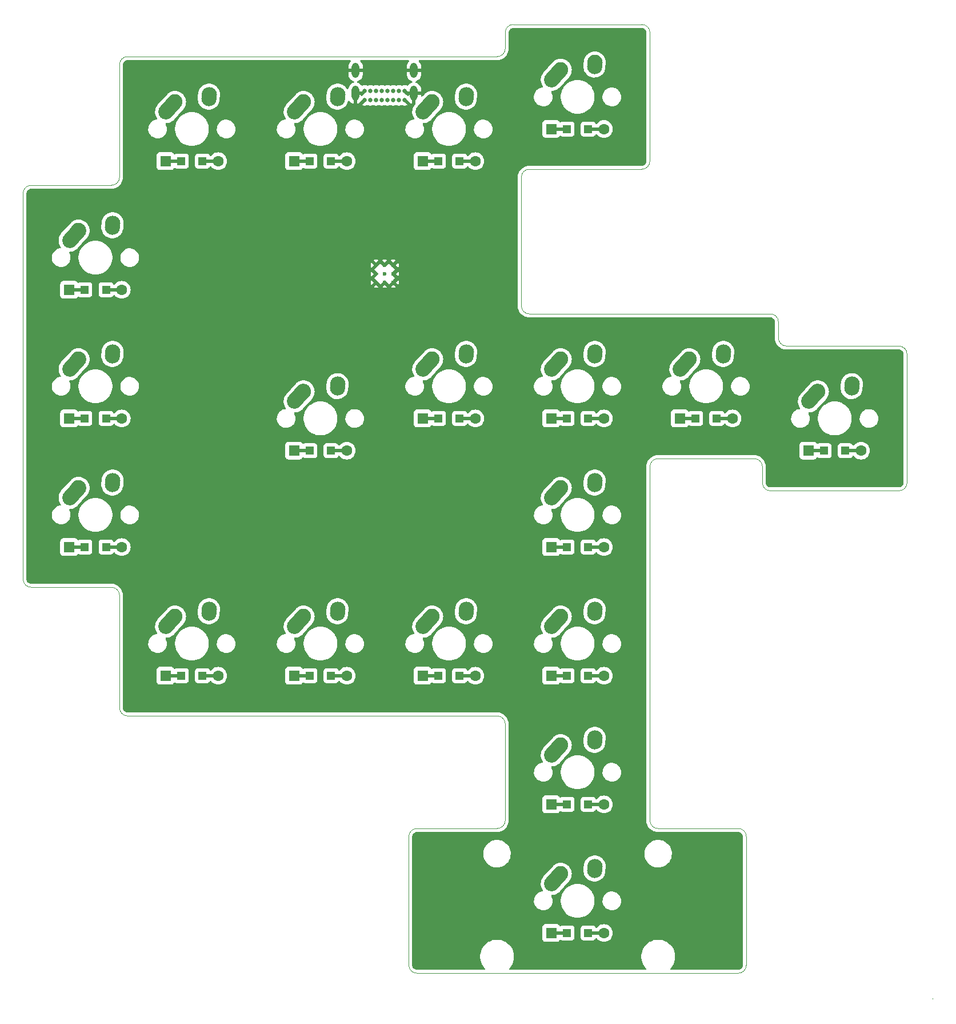
<source format=gbr>
G04 #@! TF.GenerationSoftware,KiCad,Pcbnew,(6.0.1)*
G04 #@! TF.CreationDate,2022-02-27T23:30:46-05:00*
G04 #@! TF.ProjectId,keyboard,6b657962-6f61-4726-942e-6b696361645f,rev?*
G04 #@! TF.SameCoordinates,Original*
G04 #@! TF.FileFunction,Copper,L1,Top*
G04 #@! TF.FilePolarity,Positive*
%FSLAX46Y46*%
G04 Gerber Fmt 4.6, Leading zero omitted, Abs format (unit mm)*
G04 Created by KiCad (PCBNEW (6.0.1)) date 2022-02-27 23:30:46*
%MOMM*%
%LPD*%
G01*
G04 APERTURE LIST*
G04 Aperture macros list*
%AMHorizOval*
0 Thick line with rounded ends*
0 $1 width*
0 $2 $3 position (X,Y) of the first rounded end (center of the circle)*
0 $4 $5 position (X,Y) of the second rounded end (center of the circle)*
0 Add line between two ends*
20,1,$1,$2,$3,$4,$5,0*
0 Add two circle primitives to create the rounded ends*
1,1,$1,$2,$3*
1,1,$1,$4,$5*%
G04 Aperture macros list end*
G04 #@! TA.AperFunction,Profile*
%ADD10C,0.100000*%
G04 #@! TD*
G04 #@! TA.AperFunction,Profile*
%ADD11C,0.200000*%
G04 #@! TD*
G04 #@! TA.AperFunction,SMDPad,CuDef*
%ADD12R,1.200000X1.200000*%
G04 #@! TD*
G04 #@! TA.AperFunction,SMDPad,CuDef*
%ADD13R,2.500000X0.500000*%
G04 #@! TD*
G04 #@! TA.AperFunction,ComponentPad*
%ADD14R,1.600000X1.600000*%
G04 #@! TD*
G04 #@! TA.AperFunction,ComponentPad*
%ADD15C,1.600000*%
G04 #@! TD*
G04 #@! TA.AperFunction,ComponentPad*
%ADD16HorizOval,2.250000X0.655001X0.730000X-0.655001X-0.730000X0*%
G04 #@! TD*
G04 #@! TA.AperFunction,ComponentPad*
%ADD17C,2.250000*%
G04 #@! TD*
G04 #@! TA.AperFunction,ComponentPad*
%ADD18HorizOval,2.250000X0.020000X0.290000X-0.020000X-0.290000X0*%
G04 #@! TD*
G04 #@! TA.AperFunction,ComponentPad*
%ADD19C,0.650000*%
G04 #@! TD*
G04 #@! TA.AperFunction,ComponentPad*
%ADD20O,1.108000X2.216000*%
G04 #@! TD*
G04 #@! TA.AperFunction,ComponentPad*
%ADD21C,0.600000*%
G04 #@! TD*
G04 APERTURE END LIST*
D10*
X303609375Y-130968750D02*
X303609375Y-116681250D01*
X316706250Y-234553125D02*
X304800000Y-234553125D01*
X316706250Y-255984375D02*
G75*
G03*
X317896875Y-254793750I0J1190625D01*
G01*
X320278125Y-180975000D02*
X320278125Y-183356250D01*
X322659375Y-161925000D02*
G75*
G03*
X323850000Y-163115625I1190625J0D01*
G01*
X211931250Y-139303125D02*
G75*
G03*
X210740625Y-140493750I0J-1190625D01*
G01*
X284559375Y-157162500D02*
G75*
G03*
X285750000Y-158353125I1190625J0D01*
G01*
X303609375Y-233362500D02*
X303609375Y-180975000D01*
X242887500Y-120253125D02*
X280987500Y-120253125D01*
X280987500Y-120253125D02*
G75*
G03*
X282178125Y-119062500I0J1190625D01*
G01*
X304800000Y-179784375D02*
X319087500Y-179784375D01*
X282178125Y-219075000D02*
X282178125Y-233362500D01*
X317896875Y-254793750D02*
X317896875Y-235743750D01*
X226218750Y-217884375D02*
X280987500Y-217884375D01*
X341709375Y-183356250D02*
X341709375Y-178593750D01*
X303609375Y-233362500D02*
G75*
G03*
X304800000Y-234553125I1190625J0D01*
G01*
X284559375Y-141684375D02*
X284559375Y-138112500D01*
X225028125Y-200025000D02*
G75*
G03*
X223837500Y-198834375I-1190625J0D01*
G01*
X226218750Y-120253125D02*
X242887500Y-120253125D01*
X211931250Y-198834375D02*
X223837500Y-198834375D01*
X317896875Y-235743750D02*
G75*
G03*
X316706250Y-234553125I-1190625J0D01*
G01*
X210740625Y-197643750D02*
G75*
G03*
X211931250Y-198834375I1190625J0D01*
G01*
X225028125Y-216693750D02*
G75*
G03*
X226218750Y-217884375I1190625J0D01*
G01*
X302418750Y-136921875D02*
G75*
G03*
X303609375Y-135731250I0J1190625D01*
G01*
X304800000Y-179784375D02*
G75*
G03*
X303609375Y-180975000I0J-1190625D01*
G01*
X282178125Y-219075000D02*
G75*
G03*
X280987500Y-217884375I-1190625J0D01*
G01*
X280987500Y-234553125D02*
X269081250Y-234553125D01*
X225028125Y-121443750D02*
X225028125Y-138112500D01*
X285750000Y-136921875D02*
X302418750Y-136921875D01*
X341709375Y-164306250D02*
G75*
G03*
X340518750Y-163115625I-1190625J0D01*
G01*
X223837500Y-139303125D02*
G75*
G03*
X225028125Y-138112500I0J1190625D01*
G01*
X320278125Y-183356250D02*
G75*
G03*
X321468750Y-184546875I1190625J0D01*
G01*
X280987500Y-234553125D02*
G75*
G03*
X282178125Y-233362500I0J1190625D01*
G01*
X282178125Y-119062500D02*
X282178125Y-116681250D01*
X321468750Y-184546875D02*
X340518750Y-184546875D01*
X341709375Y-178593750D02*
X341709375Y-164306250D01*
X284559375Y-141684375D02*
X284559375Y-157162500D01*
D11*
X345518751Y-259793750D02*
G75*
G03*
X345518751Y-259793750I-1J0D01*
G01*
D10*
X269081250Y-255984375D02*
X316706250Y-255984375D01*
X322659375Y-161925000D02*
X322659375Y-159543750D01*
X267890625Y-254793750D02*
G75*
G03*
X269081250Y-255984375I1190625J0D01*
G01*
X226218750Y-120253125D02*
G75*
G03*
X225028125Y-121443750I0J-1190625D01*
G01*
X223837500Y-139303125D02*
X211931250Y-139303125D01*
X340518750Y-163115625D02*
X323850000Y-163115625D01*
X267890625Y-235743750D02*
X267890625Y-254793750D01*
X285750000Y-136921875D02*
G75*
G03*
X284559375Y-138112500I0J-1190625D01*
G01*
X303609375Y-135731250D02*
X303609375Y-130968750D01*
X225028125Y-200025000D02*
X225028125Y-216693750D01*
X303609375Y-116681250D02*
G75*
G03*
X302418750Y-115490625I-1190625J0D01*
G01*
X269081250Y-234553125D02*
G75*
G03*
X267890625Y-235743750I0J-1190625D01*
G01*
X340518750Y-184546875D02*
G75*
G03*
X341709375Y-183356250I0J1190625D01*
G01*
X283368750Y-115490625D02*
G75*
G03*
X282178125Y-116681250I0J-1190625D01*
G01*
X322659375Y-159543750D02*
G75*
G03*
X321468750Y-158353125I-1190625J0D01*
G01*
X320278125Y-180975000D02*
G75*
G03*
X319087500Y-179784375I-1190625J0D01*
G01*
X285750000Y-158353125D02*
X321468750Y-158353125D01*
X210740625Y-140493750D02*
X210740625Y-197643750D01*
X283368750Y-115490625D02*
X302418750Y-115490625D01*
D12*
X234168750Y-135731250D03*
D13*
X233043750Y-135731250D03*
D14*
X231843750Y-135731250D03*
D12*
X237318750Y-135731250D03*
D13*
X238443750Y-135731250D03*
D15*
X239643750Y-135731250D03*
D12*
X219881250Y-192881250D03*
D13*
X218756250Y-192881250D03*
D14*
X217556250Y-192881250D03*
D13*
X224156250Y-192881250D03*
D12*
X223031250Y-192881250D03*
D15*
X225356250Y-192881250D03*
D13*
X290193750Y-173831250D03*
D12*
X291318750Y-173831250D03*
D14*
X288993750Y-173831250D03*
D12*
X294468750Y-173831250D03*
D15*
X296793750Y-173831250D03*
D13*
X295593750Y-173831250D03*
D16*
X218301251Y-165798750D03*
D17*
X218956250Y-165068750D03*
D18*
X223976250Y-164278750D03*
D17*
X223996250Y-163988750D03*
D14*
X269943750Y-135731250D03*
D13*
X271143750Y-135731250D03*
D12*
X272268750Y-135731250D03*
D15*
X277743750Y-135731250D03*
D12*
X275418750Y-135731250D03*
D13*
X276543750Y-135731250D03*
X252093750Y-211931250D03*
D14*
X250893750Y-211931250D03*
D12*
X253218750Y-211931250D03*
D15*
X258693750Y-211931250D03*
D12*
X256368750Y-211931250D03*
D13*
X257493750Y-211931250D03*
D16*
X289738751Y-203898750D03*
D17*
X290393750Y-203168750D03*
D18*
X295413750Y-202378750D03*
D17*
X295433750Y-202088750D03*
D16*
X218301251Y-184848750D03*
D17*
X218956250Y-184118750D03*
X223996250Y-183038750D03*
D18*
X223976250Y-183328750D03*
D14*
X288993750Y-130968750D03*
D13*
X290193750Y-130968750D03*
D12*
X291318750Y-130968750D03*
D13*
X295593750Y-130968750D03*
D12*
X294468750Y-130968750D03*
D15*
X296793750Y-130968750D03*
D16*
X232588751Y-203898750D03*
D17*
X233243750Y-203168750D03*
X238283750Y-202088750D03*
D18*
X238263750Y-202378750D03*
D13*
X271143750Y-211931250D03*
D12*
X272268750Y-211931250D03*
D14*
X269943750Y-211931250D03*
D12*
X275418750Y-211931250D03*
D15*
X277743750Y-211931250D03*
D13*
X276543750Y-211931250D03*
D17*
X252293750Y-126968750D03*
D16*
X251638751Y-127698750D03*
D17*
X257333750Y-125888750D03*
D18*
X257313750Y-126178750D03*
D12*
X219881250Y-154781250D03*
D14*
X217556250Y-154781250D03*
D13*
X218756250Y-154781250D03*
D12*
X223031250Y-154781250D03*
D13*
X224156250Y-154781250D03*
D15*
X225356250Y-154781250D03*
D13*
X290193750Y-250031250D03*
D12*
X291318750Y-250031250D03*
D14*
X288993750Y-250031250D03*
D15*
X296793750Y-250031250D03*
D12*
X294468750Y-250031250D03*
D13*
X295593750Y-250031250D03*
D17*
X290393750Y-122206250D03*
D16*
X289738751Y-122936250D03*
D18*
X295413750Y-121416250D03*
D17*
X295433750Y-121126250D03*
D13*
X290193750Y-211931250D03*
D14*
X288993750Y-211931250D03*
D12*
X291318750Y-211931250D03*
X294468750Y-211931250D03*
D13*
X295593750Y-211931250D03*
D15*
X296793750Y-211931250D03*
D16*
X289738751Y-241998750D03*
D17*
X290393750Y-241268750D03*
X295433750Y-240188750D03*
D18*
X295413750Y-240478750D03*
D13*
X252093750Y-135731250D03*
D12*
X253218750Y-135731250D03*
D14*
X250893750Y-135731250D03*
D13*
X257493750Y-135731250D03*
D15*
X258693750Y-135731250D03*
D12*
X256368750Y-135731250D03*
D17*
X290393750Y-184118750D03*
D16*
X289738751Y-184848750D03*
D17*
X295433750Y-183038750D03*
D18*
X295413750Y-183328750D03*
D13*
X328293750Y-178593750D03*
D12*
X329418750Y-178593750D03*
D14*
X327093750Y-178593750D03*
D13*
X333693750Y-178593750D03*
D15*
X334893750Y-178593750D03*
D12*
X332568750Y-178593750D03*
D16*
X308788751Y-165798750D03*
D17*
X309443750Y-165068750D03*
D18*
X314463750Y-164278750D03*
D17*
X314483750Y-163988750D03*
X271343750Y-203168750D03*
D16*
X270688751Y-203898750D03*
D18*
X276363750Y-202378750D03*
D17*
X276383750Y-202088750D03*
D19*
X267293750Y-126659375D03*
X266443750Y-126659375D03*
X265593750Y-126659375D03*
X264743750Y-126659375D03*
X263893750Y-126659375D03*
X263043750Y-126659375D03*
X262193750Y-126659375D03*
X261343750Y-126659375D03*
X261343750Y-125309375D03*
X262193750Y-125309375D03*
X263043750Y-125309375D03*
X263893750Y-125309375D03*
X264743750Y-125309375D03*
X265593750Y-125309375D03*
X266443750Y-125309375D03*
X267293750Y-125309375D03*
D20*
X268643750Y-125679375D03*
X259993750Y-125679375D03*
X259993750Y-122299375D03*
X268643750Y-122299375D03*
D14*
X269943750Y-173831250D03*
D12*
X272268750Y-173831250D03*
D13*
X271143750Y-173831250D03*
D12*
X275418750Y-173831250D03*
D13*
X276543750Y-173831250D03*
D15*
X277743750Y-173831250D03*
D14*
X308043750Y-173831250D03*
D12*
X310368750Y-173831250D03*
D13*
X309243750Y-173831250D03*
X314643750Y-173831250D03*
D12*
X313518750Y-173831250D03*
D15*
X315843750Y-173831250D03*
D17*
X252293750Y-169831250D03*
D16*
X251638751Y-170561250D03*
D17*
X257333750Y-168751250D03*
D18*
X257313750Y-169041250D03*
D12*
X234168750Y-211931250D03*
D13*
X233043750Y-211931250D03*
D14*
X231843750Y-211931250D03*
D15*
X239643750Y-211931250D03*
D13*
X238443750Y-211931250D03*
D12*
X237318750Y-211931250D03*
D17*
X252293750Y-203168750D03*
D16*
X251638751Y-203898750D03*
D17*
X257333750Y-202088750D03*
D18*
X257313750Y-202378750D03*
D17*
X271343750Y-165068750D03*
D16*
X270688751Y-165798750D03*
D18*
X276363750Y-164278750D03*
D17*
X276383750Y-163988750D03*
D16*
X289738751Y-222948750D03*
D17*
X290393750Y-222218750D03*
X295433750Y-221138750D03*
D18*
X295413750Y-221428750D03*
D12*
X291318750Y-192881250D03*
D13*
X290193750Y-192881250D03*
D14*
X288993750Y-192881250D03*
D12*
X294468750Y-192881250D03*
D13*
X295593750Y-192881250D03*
D15*
X296793750Y-192881250D03*
D14*
X250893750Y-178593750D03*
D12*
X253218750Y-178593750D03*
D13*
X252093750Y-178593750D03*
X257493750Y-178593750D03*
D15*
X258693750Y-178593750D03*
D12*
X256368750Y-178593750D03*
D16*
X270688751Y-127698750D03*
D17*
X271343750Y-126968750D03*
D18*
X276363750Y-126178750D03*
D17*
X276383750Y-125888750D03*
D12*
X219881250Y-173831250D03*
D13*
X218756250Y-173831250D03*
D14*
X217556250Y-173831250D03*
D12*
X223031250Y-173831250D03*
D15*
X225356250Y-173831250D03*
D13*
X224156250Y-173831250D03*
D16*
X232588751Y-127698750D03*
D17*
X233243750Y-126968750D03*
X238283750Y-125888750D03*
D18*
X238263750Y-126178750D03*
D17*
X328493750Y-169831250D03*
D16*
X327838751Y-170561250D03*
D17*
X333533750Y-168751250D03*
D18*
X333513750Y-169041250D03*
D17*
X290393750Y-165068750D03*
D16*
X289738751Y-165798750D03*
D17*
X295433750Y-163988750D03*
D18*
X295413750Y-164278750D03*
D16*
X218301251Y-146748750D03*
D17*
X218956250Y-146018750D03*
X223996250Y-144938750D03*
D18*
X223976250Y-145228750D03*
D14*
X288993750Y-230981250D03*
D12*
X291318750Y-230981250D03*
D13*
X290193750Y-230981250D03*
X295593750Y-230981250D03*
D15*
X296793750Y-230981250D03*
D12*
X294468750Y-230981250D03*
D21*
X264318750Y-152400000D03*
X263043750Y-151125000D03*
X265593750Y-152400000D03*
X264318750Y-153675000D03*
X265593750Y-151125000D03*
X263043750Y-153675000D03*
X264318750Y-151125000D03*
X263043750Y-152400000D03*
X265593750Y-153675000D03*
G04 #@! TA.AperFunction,Conductor*
G36*
X302388807Y-116000125D02*
G01*
X302403608Y-116002430D01*
X302403611Y-116002430D01*
X302412480Y-116003811D01*
X302421382Y-116002647D01*
X302421386Y-116002647D01*
X302421482Y-116002634D01*
X302451920Y-116002363D01*
X302556543Y-116014151D01*
X302584044Y-116020427D01*
X302701539Y-116061540D01*
X302726951Y-116073779D01*
X302832341Y-116140000D01*
X302854400Y-116157592D01*
X302942408Y-116245600D01*
X302960000Y-116267659D01*
X303026221Y-116373049D01*
X303038460Y-116398461D01*
X303079573Y-116515956D01*
X303085849Y-116543456D01*
X303096897Y-116641504D01*
X303097680Y-116657150D01*
X303097571Y-116666106D01*
X303096189Y-116674980D01*
X303098013Y-116688928D01*
X303100311Y-116706501D01*
X303101375Y-116722839D01*
X303101375Y-135681922D01*
X303099875Y-135701306D01*
X303096189Y-135724980D01*
X303097353Y-135733882D01*
X303097353Y-135733886D01*
X303097366Y-135733982D01*
X303097637Y-135764420D01*
X303085849Y-135869043D01*
X303079573Y-135896544D01*
X303038460Y-136014039D01*
X303026221Y-136039451D01*
X302960000Y-136144841D01*
X302942408Y-136166900D01*
X302854400Y-136254908D01*
X302832341Y-136272500D01*
X302726951Y-136338721D01*
X302701539Y-136350960D01*
X302584044Y-136392073D01*
X302556544Y-136398349D01*
X302517027Y-136402802D01*
X302458492Y-136409397D01*
X302442850Y-136410180D01*
X302433894Y-136410071D01*
X302425020Y-136408689D01*
X302393499Y-136412811D01*
X302377161Y-136413875D01*
X285803207Y-136413875D01*
X285782303Y-136412129D01*
X285777304Y-136411288D01*
X285762539Y-136408804D01*
X285756211Y-136408727D01*
X285754859Y-136408710D01*
X285754855Y-136408710D01*
X285750000Y-136408651D01*
X285742063Y-136409788D01*
X285733207Y-136410737D01*
X285512131Y-136426549D01*
X285507643Y-136426870D01*
X285476200Y-136433710D01*
X285274617Y-136477561D01*
X285274610Y-136477563D01*
X285270220Y-136478518D01*
X285266005Y-136480090D01*
X285266002Y-136480091D01*
X285239282Y-136490057D01*
X285042563Y-136563429D01*
X284829308Y-136679876D01*
X284752401Y-136737448D01*
X284638399Y-136822788D01*
X284638392Y-136822794D01*
X284634796Y-136825486D01*
X284462986Y-136997296D01*
X284460294Y-137000892D01*
X284460288Y-137000899D01*
X284377918Y-137110933D01*
X284317376Y-137191808D01*
X284200929Y-137405063D01*
X284116018Y-137632720D01*
X284064370Y-137870143D01*
X284064049Y-137874631D01*
X284048958Y-138085620D01*
X284047780Y-138096010D01*
X284047570Y-138097356D01*
X284047570Y-138097360D01*
X284046189Y-138106230D01*
X284047353Y-138115132D01*
X284047353Y-138115135D01*
X284050311Y-138137751D01*
X284051375Y-138154089D01*
X284051375Y-157113172D01*
X284049875Y-157132556D01*
X284046189Y-157156230D01*
X284047069Y-157162957D01*
X284064370Y-157404857D01*
X284116018Y-157642280D01*
X284200929Y-157869937D01*
X284317376Y-158083192D01*
X284377918Y-158164067D01*
X284460288Y-158274101D01*
X284460294Y-158274108D01*
X284462986Y-158277704D01*
X284634796Y-158449514D01*
X284638392Y-158452206D01*
X284638399Y-158452212D01*
X284748433Y-158534582D01*
X284829308Y-158595124D01*
X285042563Y-158711571D01*
X285156391Y-158754026D01*
X285266002Y-158794909D01*
X285266005Y-158794910D01*
X285270220Y-158796482D01*
X285274610Y-158797437D01*
X285274617Y-158797439D01*
X285450707Y-158835744D01*
X285507643Y-158848130D01*
X285512131Y-158848451D01*
X285714632Y-158862935D01*
X285726538Y-158864359D01*
X285737461Y-158866196D01*
X285743842Y-158866274D01*
X285745141Y-158866290D01*
X285745145Y-158866290D01*
X285750000Y-158866349D01*
X285777588Y-158862398D01*
X285795451Y-158861125D01*
X321419422Y-158861125D01*
X321438807Y-158862625D01*
X321453608Y-158864930D01*
X321453611Y-158864930D01*
X321462480Y-158866311D01*
X321471382Y-158865147D01*
X321471386Y-158865147D01*
X321471482Y-158865134D01*
X321501920Y-158864863D01*
X321606543Y-158876651D01*
X321634044Y-158882927D01*
X321751539Y-158924040D01*
X321776951Y-158936279D01*
X321882341Y-159002500D01*
X321904400Y-159020092D01*
X321992408Y-159108100D01*
X322010000Y-159130159D01*
X322076221Y-159235549D01*
X322088460Y-159260961D01*
X322129573Y-159378456D01*
X322135849Y-159405956D01*
X322146897Y-159504004D01*
X322147680Y-159519650D01*
X322147571Y-159528606D01*
X322146189Y-159537480D01*
X322148649Y-159556289D01*
X322150311Y-159569001D01*
X322151375Y-159585339D01*
X322151375Y-161875672D01*
X322149875Y-161895056D01*
X322146189Y-161918730D01*
X322147069Y-161925457D01*
X322164370Y-162167357D01*
X322165326Y-162171751D01*
X322213527Y-162393327D01*
X322216018Y-162404780D01*
X322217590Y-162408995D01*
X322217591Y-162408998D01*
X322220657Y-162417217D01*
X322300929Y-162632437D01*
X322417376Y-162845692D01*
X322464853Y-162909114D01*
X322560288Y-163036601D01*
X322560294Y-163036608D01*
X322562986Y-163040204D01*
X322734796Y-163212014D01*
X322738392Y-163214706D01*
X322738399Y-163214712D01*
X322841496Y-163291889D01*
X322929308Y-163357624D01*
X323142563Y-163474071D01*
X323236853Y-163509239D01*
X323366002Y-163557409D01*
X323366005Y-163557410D01*
X323370220Y-163558982D01*
X323374610Y-163559937D01*
X323374617Y-163559939D01*
X323516614Y-163590828D01*
X323607643Y-163610630D01*
X323612131Y-163610951D01*
X323814632Y-163625435D01*
X323826538Y-163626859D01*
X323837461Y-163628696D01*
X323843842Y-163628774D01*
X323845141Y-163628790D01*
X323845145Y-163628790D01*
X323850000Y-163628849D01*
X323877588Y-163624898D01*
X323895451Y-163623625D01*
X340469422Y-163623625D01*
X340488807Y-163625125D01*
X340503608Y-163627430D01*
X340503611Y-163627430D01*
X340512480Y-163628811D01*
X340521382Y-163627647D01*
X340521386Y-163627647D01*
X340521482Y-163627634D01*
X340551920Y-163627363D01*
X340656543Y-163639151D01*
X340684044Y-163645427D01*
X340801539Y-163686540D01*
X340826949Y-163698778D01*
X340888354Y-163737361D01*
X340932341Y-163765000D01*
X340954400Y-163782592D01*
X341042408Y-163870600D01*
X341060000Y-163892659D01*
X341122895Y-163992755D01*
X341126221Y-163998049D01*
X341138460Y-164023461D01*
X341179573Y-164140956D01*
X341185849Y-164168456D01*
X341196897Y-164266504D01*
X341197680Y-164282150D01*
X341197571Y-164291106D01*
X341196189Y-164299980D01*
X341199443Y-164324863D01*
X341200311Y-164331501D01*
X341201375Y-164347839D01*
X341201375Y-183306922D01*
X341199875Y-183326306D01*
X341196189Y-183349980D01*
X341197353Y-183358882D01*
X341197353Y-183358886D01*
X341197366Y-183358982D01*
X341197637Y-183389420D01*
X341185849Y-183494043D01*
X341179573Y-183521544D01*
X341138460Y-183639039D01*
X341126222Y-183664449D01*
X341107397Y-183694409D01*
X341060000Y-183769841D01*
X341042408Y-183791900D01*
X340954400Y-183879908D01*
X340932341Y-183897500D01*
X340848995Y-183949870D01*
X340826951Y-183963721D01*
X340801539Y-183975960D01*
X340684044Y-184017073D01*
X340656544Y-184023349D01*
X340617027Y-184027802D01*
X340558492Y-184034397D01*
X340542850Y-184035180D01*
X340533894Y-184035071D01*
X340525020Y-184033689D01*
X340493499Y-184037811D01*
X340477161Y-184038875D01*
X321518078Y-184038875D01*
X321498693Y-184037375D01*
X321483892Y-184035070D01*
X321483889Y-184035070D01*
X321475020Y-184033689D01*
X321466118Y-184034853D01*
X321466114Y-184034853D01*
X321466018Y-184034866D01*
X321435580Y-184035137D01*
X321330957Y-184023349D01*
X321303456Y-184017073D01*
X321185961Y-183975960D01*
X321160549Y-183963721D01*
X321138506Y-183949870D01*
X321055159Y-183897500D01*
X321033100Y-183879908D01*
X320945092Y-183791900D01*
X320927500Y-183769841D01*
X320880103Y-183694409D01*
X320861278Y-183664449D01*
X320849040Y-183639039D01*
X320807927Y-183521544D01*
X320801651Y-183494044D01*
X320790792Y-183397670D01*
X320790510Y-183372864D01*
X320791196Y-183368789D01*
X320791349Y-183356250D01*
X320787398Y-183328662D01*
X320786125Y-183310799D01*
X320786125Y-181028207D01*
X320787871Y-181007303D01*
X320790389Y-180992335D01*
X320791196Y-180987539D01*
X320791349Y-180975000D01*
X320790212Y-180967063D01*
X320789263Y-180958207D01*
X320773451Y-180737131D01*
X320773130Y-180732643D01*
X320721482Y-180495220D01*
X320636571Y-180267563D01*
X320520124Y-180054308D01*
X320459582Y-179973433D01*
X320377212Y-179863399D01*
X320377206Y-179863392D01*
X320374514Y-179859796D01*
X320202704Y-179687986D01*
X320199108Y-179685294D01*
X320199101Y-179685288D01*
X320085099Y-179599948D01*
X320008192Y-179542376D01*
X319824156Y-179441884D01*
X325785250Y-179441884D01*
X325792005Y-179504066D01*
X325843135Y-179640455D01*
X325930489Y-179757011D01*
X326047045Y-179844365D01*
X326183434Y-179895495D01*
X326245616Y-179902250D01*
X327941884Y-179902250D01*
X328004066Y-179895495D01*
X328140455Y-179844365D01*
X328257011Y-179757011D01*
X328344365Y-179640455D01*
X328345740Y-179641486D01*
X328388526Y-179598794D01*
X328457916Y-179583779D01*
X328524352Y-179608621D01*
X328572045Y-179644365D01*
X328708434Y-179695495D01*
X328770616Y-179702250D01*
X330066884Y-179702250D01*
X330129066Y-179695495D01*
X330265455Y-179644365D01*
X330382011Y-179557011D01*
X330469365Y-179440455D01*
X330520495Y-179304066D01*
X330527250Y-179241884D01*
X331460250Y-179241884D01*
X331467005Y-179304066D01*
X331518135Y-179440455D01*
X331605489Y-179557011D01*
X331722045Y-179644365D01*
X331858434Y-179695495D01*
X331920616Y-179702250D01*
X333216884Y-179702250D01*
X333279066Y-179695495D01*
X333415455Y-179644365D01*
X333532011Y-179557011D01*
X333619365Y-179440455D01*
X333622517Y-179432046D01*
X333626827Y-179424175D01*
X333628491Y-179425086D01*
X333664413Y-179377260D01*
X333730974Y-179352557D01*
X333739759Y-179352250D01*
X333761883Y-179352250D01*
X333830004Y-179372252D01*
X333865095Y-179405978D01*
X333887552Y-179438050D01*
X334049450Y-179599948D01*
X334053958Y-179603105D01*
X334053961Y-179603107D01*
X334095292Y-179632047D01*
X334237001Y-179731273D01*
X334241983Y-179733596D01*
X334241988Y-179733599D01*
X334439525Y-179825711D01*
X334444507Y-179828034D01*
X334449815Y-179829456D01*
X334449817Y-179829457D01*
X334660348Y-179885869D01*
X334660350Y-179885869D01*
X334665663Y-179887293D01*
X334893750Y-179907248D01*
X335121837Y-179887293D01*
X335127150Y-179885869D01*
X335127152Y-179885869D01*
X335337683Y-179829457D01*
X335337685Y-179829456D01*
X335342993Y-179828034D01*
X335347975Y-179825711D01*
X335545512Y-179733599D01*
X335545517Y-179733596D01*
X335550499Y-179731273D01*
X335692208Y-179632047D01*
X335733539Y-179603107D01*
X335733542Y-179603105D01*
X335738050Y-179599948D01*
X335899948Y-179438050D01*
X335904152Y-179432047D01*
X335993765Y-179304066D01*
X336031273Y-179250499D01*
X336033596Y-179245517D01*
X336033599Y-179245512D01*
X336125711Y-179047975D01*
X336125711Y-179047974D01*
X336128034Y-179042993D01*
X336187293Y-178821837D01*
X336207248Y-178593750D01*
X336187293Y-178365663D01*
X336128034Y-178144507D01*
X336036884Y-177949033D01*
X336033599Y-177941988D01*
X336033596Y-177941983D01*
X336031273Y-177937001D01*
X335904574Y-177756056D01*
X335903107Y-177753961D01*
X335903105Y-177753958D01*
X335899948Y-177749450D01*
X335738050Y-177587552D01*
X335733542Y-177584395D01*
X335733539Y-177584393D01*
X335655361Y-177529652D01*
X335550499Y-177456227D01*
X335545517Y-177453904D01*
X335545512Y-177453901D01*
X335347975Y-177361789D01*
X335347974Y-177361789D01*
X335342993Y-177359466D01*
X335337685Y-177358044D01*
X335337683Y-177358043D01*
X335127152Y-177301631D01*
X335127150Y-177301631D01*
X335121837Y-177300207D01*
X334893750Y-177280252D01*
X334665663Y-177300207D01*
X334660350Y-177301631D01*
X334660348Y-177301631D01*
X334449817Y-177358043D01*
X334449815Y-177358044D01*
X334444507Y-177359466D01*
X334439526Y-177361789D01*
X334439525Y-177361789D01*
X334241988Y-177453901D01*
X334241983Y-177453904D01*
X334237001Y-177456227D01*
X334132139Y-177529652D01*
X334053961Y-177584393D01*
X334053958Y-177584395D01*
X334049450Y-177587552D01*
X333887552Y-177749450D01*
X333865095Y-177781521D01*
X333809640Y-177825849D01*
X333761883Y-177835250D01*
X333739759Y-177835250D01*
X333671638Y-177815248D01*
X333625145Y-177761592D01*
X333622847Y-177756056D01*
X333622517Y-177755453D01*
X333619365Y-177747045D01*
X333532011Y-177630489D01*
X333415455Y-177543135D01*
X333279066Y-177492005D01*
X333216884Y-177485250D01*
X331920616Y-177485250D01*
X331858434Y-177492005D01*
X331722045Y-177543135D01*
X331605489Y-177630489D01*
X331518135Y-177747045D01*
X331467005Y-177883434D01*
X331460250Y-177945616D01*
X331460250Y-179241884D01*
X330527250Y-179241884D01*
X330527250Y-177945616D01*
X330520495Y-177883434D01*
X330469365Y-177747045D01*
X330382011Y-177630489D01*
X330265455Y-177543135D01*
X330129066Y-177492005D01*
X330066884Y-177485250D01*
X328770616Y-177485250D01*
X328708434Y-177492005D01*
X328572045Y-177543135D01*
X328524352Y-177578879D01*
X328457849Y-177603726D01*
X328388466Y-177588674D01*
X328345738Y-177546016D01*
X328344365Y-177547045D01*
X328278667Y-177459384D01*
X328257011Y-177430489D01*
X328140455Y-177343135D01*
X328004066Y-177292005D01*
X327941884Y-177285250D01*
X326245616Y-177285250D01*
X326183434Y-177292005D01*
X326047045Y-177343135D01*
X325930489Y-177430489D01*
X325843135Y-177547045D01*
X325792005Y-177683434D01*
X325785250Y-177745616D01*
X325785250Y-179441884D01*
X319824156Y-179441884D01*
X319794937Y-179425929D01*
X319598218Y-179352557D01*
X319571498Y-179342591D01*
X319571495Y-179342590D01*
X319567280Y-179341018D01*
X319562890Y-179340063D01*
X319562883Y-179340061D01*
X319361300Y-179296210D01*
X319329857Y-179289370D01*
X319325081Y-179289028D01*
X319122868Y-179274565D01*
X319110962Y-179273141D01*
X319100039Y-179271304D01*
X319093658Y-179271226D01*
X319092359Y-179271210D01*
X319092355Y-179271210D01*
X319087500Y-179271151D01*
X319063215Y-179274629D01*
X319059912Y-179275102D01*
X319042049Y-179276375D01*
X304853207Y-179276375D01*
X304832303Y-179274629D01*
X304829137Y-179274096D01*
X304812539Y-179271304D01*
X304806211Y-179271227D01*
X304804859Y-179271210D01*
X304804855Y-179271210D01*
X304800000Y-179271151D01*
X304792063Y-179272288D01*
X304783207Y-179273237D01*
X304562131Y-179289049D01*
X304557643Y-179289370D01*
X304526200Y-179296210D01*
X304324617Y-179340061D01*
X304324610Y-179340063D01*
X304320220Y-179341018D01*
X304316005Y-179342590D01*
X304316002Y-179342591D01*
X304289282Y-179352557D01*
X304092563Y-179425929D01*
X303879308Y-179542376D01*
X303802401Y-179599948D01*
X303688399Y-179685288D01*
X303688392Y-179685294D01*
X303684796Y-179687986D01*
X303512986Y-179859796D01*
X303510294Y-179863392D01*
X303510288Y-179863399D01*
X303427918Y-179973433D01*
X303367376Y-180054308D01*
X303250929Y-180267563D01*
X303166018Y-180495220D01*
X303114370Y-180732643D01*
X303114049Y-180737131D01*
X303098958Y-180948120D01*
X303097780Y-180958510D01*
X303097570Y-180959856D01*
X303097570Y-180959860D01*
X303096189Y-180968730D01*
X303097353Y-180977632D01*
X303097353Y-180977635D01*
X303100311Y-181000251D01*
X303101375Y-181016589D01*
X303101375Y-233313172D01*
X303099875Y-233332556D01*
X303096189Y-233356230D01*
X303097069Y-233362957D01*
X303114370Y-233604857D01*
X303166018Y-233842280D01*
X303250929Y-234069937D01*
X303367376Y-234283192D01*
X303427918Y-234364067D01*
X303510288Y-234474101D01*
X303510294Y-234474108D01*
X303512986Y-234477704D01*
X303684796Y-234649514D01*
X303688392Y-234652206D01*
X303688399Y-234652212D01*
X303798433Y-234734582D01*
X303879308Y-234795124D01*
X304092563Y-234911571D01*
X304206391Y-234954026D01*
X304316002Y-234994909D01*
X304316005Y-234994910D01*
X304320220Y-234996482D01*
X304324610Y-234997437D01*
X304324617Y-234997439D01*
X304500707Y-235035744D01*
X304557643Y-235048130D01*
X304562131Y-235048451D01*
X304764632Y-235062935D01*
X304776538Y-235064359D01*
X304787461Y-235066196D01*
X304793842Y-235066274D01*
X304795141Y-235066290D01*
X304795145Y-235066290D01*
X304800000Y-235066349D01*
X304827588Y-235062398D01*
X304845451Y-235061125D01*
X316656922Y-235061125D01*
X316676307Y-235062625D01*
X316691108Y-235064930D01*
X316691111Y-235064930D01*
X316699980Y-235066311D01*
X316708882Y-235065147D01*
X316708886Y-235065147D01*
X316708982Y-235065134D01*
X316739420Y-235064863D01*
X316844043Y-235076651D01*
X316871544Y-235082927D01*
X316989039Y-235124040D01*
X317014451Y-235136279D01*
X317119841Y-235202500D01*
X317141900Y-235220092D01*
X317229908Y-235308100D01*
X317247500Y-235330159D01*
X317313721Y-235435549D01*
X317325960Y-235460961D01*
X317367073Y-235578456D01*
X317373349Y-235605956D01*
X317384397Y-235704004D01*
X317385180Y-235719650D01*
X317385071Y-235728606D01*
X317383689Y-235737480D01*
X317385513Y-235751428D01*
X317387811Y-235769001D01*
X317388875Y-235785339D01*
X317388875Y-254744422D01*
X317387375Y-254763806D01*
X317383689Y-254787480D01*
X317384853Y-254796382D01*
X317384853Y-254796386D01*
X317384866Y-254796482D01*
X317385137Y-254826920D01*
X317373349Y-254931543D01*
X317367073Y-254959044D01*
X317325960Y-255076539D01*
X317313721Y-255101951D01*
X317247500Y-255207341D01*
X317229908Y-255229400D01*
X317141900Y-255317408D01*
X317119841Y-255335000D01*
X317019428Y-255398094D01*
X317014451Y-255401221D01*
X316989039Y-255413460D01*
X316871544Y-255454573D01*
X316844044Y-255460849D01*
X316804527Y-255465302D01*
X316745992Y-255471897D01*
X316730350Y-255472680D01*
X316721394Y-255472571D01*
X316712520Y-255471189D01*
X316680999Y-255475311D01*
X316664661Y-255476375D01*
X306722078Y-255476375D01*
X306653957Y-255456373D01*
X306607464Y-255402717D01*
X306597360Y-255332443D01*
X306630228Y-255264122D01*
X306760984Y-255124881D01*
X306760985Y-255124880D01*
X306763695Y-255121994D01*
X306796727Y-255076530D01*
X306882080Y-254959051D01*
X306948774Y-254867254D01*
X306966413Y-254835170D01*
X307098563Y-254594789D01*
X307098564Y-254594786D01*
X307100466Y-254591327D01*
X307216380Y-254298563D01*
X307294686Y-253993580D01*
X307334150Y-253681188D01*
X307334150Y-253366312D01*
X307294686Y-253053920D01*
X307216380Y-252748937D01*
X307100466Y-252456173D01*
X306948774Y-252180246D01*
X306763695Y-251925506D01*
X306548148Y-251695972D01*
X306305532Y-251495263D01*
X306039674Y-251326544D01*
X306036095Y-251324860D01*
X306036088Y-251324856D01*
X305758356Y-251194166D01*
X305758352Y-251194164D01*
X305754766Y-251192477D01*
X305688972Y-251171099D01*
X305459078Y-251096402D01*
X305459079Y-251096402D01*
X305455302Y-251095175D01*
X305146004Y-251036173D01*
X305052450Y-251030287D01*
X304912392Y-251021475D01*
X304912376Y-251021474D01*
X304910397Y-251021350D01*
X304753103Y-251021350D01*
X304751124Y-251021474D01*
X304751108Y-251021475D01*
X304611050Y-251030287D01*
X304517496Y-251036173D01*
X304208198Y-251095175D01*
X304204421Y-251096402D01*
X304204422Y-251096402D01*
X303974529Y-251171099D01*
X303908734Y-251192477D01*
X303905148Y-251194164D01*
X303905144Y-251194166D01*
X303627412Y-251324856D01*
X303627405Y-251324860D01*
X303623826Y-251326544D01*
X303357968Y-251495263D01*
X303115352Y-251695972D01*
X302899805Y-251925506D01*
X302714726Y-252180246D01*
X302563034Y-252456173D01*
X302447120Y-252748937D01*
X302368814Y-253053920D01*
X302329350Y-253366312D01*
X302329350Y-253681188D01*
X302368814Y-253993580D01*
X302447120Y-254298563D01*
X302563034Y-254591327D01*
X302564936Y-254594786D01*
X302564937Y-254594789D01*
X302697088Y-254835170D01*
X302714726Y-254867254D01*
X302781420Y-254959051D01*
X302866774Y-255076530D01*
X302899805Y-255121994D01*
X302902515Y-255124880D01*
X302902516Y-255124881D01*
X303033272Y-255264122D01*
X303065323Y-255327472D01*
X303058036Y-255398094D01*
X303013725Y-255453565D01*
X302941422Y-255476375D01*
X282846078Y-255476375D01*
X282777957Y-255456373D01*
X282731464Y-255402717D01*
X282721360Y-255332443D01*
X282754228Y-255264122D01*
X282884984Y-255124881D01*
X282884985Y-255124880D01*
X282887695Y-255121994D01*
X282920727Y-255076530D01*
X283006080Y-254959051D01*
X283072774Y-254867254D01*
X283090413Y-254835170D01*
X283222563Y-254594789D01*
X283222564Y-254594786D01*
X283224466Y-254591327D01*
X283340380Y-254298563D01*
X283418686Y-253993580D01*
X283458150Y-253681188D01*
X283458150Y-253366312D01*
X283418686Y-253053920D01*
X283340380Y-252748937D01*
X283224466Y-252456173D01*
X283072774Y-252180246D01*
X282887695Y-251925506D01*
X282672148Y-251695972D01*
X282429532Y-251495263D01*
X282163674Y-251326544D01*
X282160095Y-251324860D01*
X282160088Y-251324856D01*
X281882356Y-251194166D01*
X281882352Y-251194164D01*
X281878766Y-251192477D01*
X281812972Y-251171099D01*
X281583078Y-251096402D01*
X281583079Y-251096402D01*
X281579302Y-251095175D01*
X281270004Y-251036173D01*
X281176450Y-251030287D01*
X281036392Y-251021475D01*
X281036376Y-251021474D01*
X281034397Y-251021350D01*
X280877103Y-251021350D01*
X280875124Y-251021474D01*
X280875108Y-251021475D01*
X280735050Y-251030287D01*
X280641496Y-251036173D01*
X280332198Y-251095175D01*
X280328421Y-251096402D01*
X280328422Y-251096402D01*
X280098529Y-251171099D01*
X280032734Y-251192477D01*
X280029148Y-251194164D01*
X280029144Y-251194166D01*
X279751412Y-251324856D01*
X279751405Y-251324860D01*
X279747826Y-251326544D01*
X279481968Y-251495263D01*
X279239352Y-251695972D01*
X279023805Y-251925506D01*
X278838726Y-252180246D01*
X278687034Y-252456173D01*
X278571120Y-252748937D01*
X278492814Y-253053920D01*
X278453350Y-253366312D01*
X278453350Y-253681188D01*
X278492814Y-253993580D01*
X278571120Y-254298563D01*
X278687034Y-254591327D01*
X278688936Y-254594786D01*
X278688937Y-254594789D01*
X278821088Y-254835170D01*
X278838726Y-254867254D01*
X278905420Y-254959051D01*
X278990774Y-255076530D01*
X279023805Y-255121994D01*
X279026515Y-255124880D01*
X279026516Y-255124881D01*
X279157272Y-255264122D01*
X279189323Y-255327472D01*
X279182036Y-255398094D01*
X279137725Y-255453565D01*
X279065422Y-255476375D01*
X269130578Y-255476375D01*
X269111193Y-255474875D01*
X269096392Y-255472570D01*
X269096389Y-255472570D01*
X269087520Y-255471189D01*
X269078618Y-255472353D01*
X269078614Y-255472353D01*
X269078518Y-255472366D01*
X269048080Y-255472637D01*
X268943457Y-255460849D01*
X268915956Y-255454573D01*
X268798461Y-255413460D01*
X268773049Y-255401221D01*
X268768073Y-255398094D01*
X268667659Y-255335000D01*
X268645600Y-255317408D01*
X268557592Y-255229400D01*
X268540000Y-255207341D01*
X268473779Y-255101951D01*
X268461540Y-255076539D01*
X268420427Y-254959044D01*
X268414151Y-254931544D01*
X268403292Y-254835170D01*
X268403010Y-254810364D01*
X268403696Y-254806289D01*
X268403849Y-254793750D01*
X268399898Y-254766162D01*
X268398625Y-254748299D01*
X268398625Y-250879384D01*
X287685250Y-250879384D01*
X287692005Y-250941566D01*
X287743135Y-251077955D01*
X287830489Y-251194511D01*
X287947045Y-251281865D01*
X288083434Y-251332995D01*
X288145616Y-251339750D01*
X289841884Y-251339750D01*
X289904066Y-251332995D01*
X290040455Y-251281865D01*
X290157011Y-251194511D01*
X290244365Y-251077955D01*
X290245740Y-251078986D01*
X290288526Y-251036294D01*
X290357916Y-251021279D01*
X290424352Y-251046121D01*
X290472045Y-251081865D01*
X290608434Y-251132995D01*
X290670616Y-251139750D01*
X291966884Y-251139750D01*
X292029066Y-251132995D01*
X292165455Y-251081865D01*
X292282011Y-250994511D01*
X292369365Y-250877955D01*
X292420495Y-250741566D01*
X292427250Y-250679384D01*
X293360250Y-250679384D01*
X293367005Y-250741566D01*
X293418135Y-250877955D01*
X293505489Y-250994511D01*
X293622045Y-251081865D01*
X293758434Y-251132995D01*
X293820616Y-251139750D01*
X295116884Y-251139750D01*
X295179066Y-251132995D01*
X295315455Y-251081865D01*
X295432011Y-250994511D01*
X295519365Y-250877955D01*
X295522517Y-250869546D01*
X295526827Y-250861675D01*
X295528491Y-250862586D01*
X295564413Y-250814760D01*
X295630974Y-250790057D01*
X295639759Y-250789750D01*
X295661883Y-250789750D01*
X295730004Y-250809752D01*
X295765095Y-250843478D01*
X295787552Y-250875550D01*
X295949450Y-251037448D01*
X295953958Y-251040605D01*
X295953961Y-251040607D01*
X295995292Y-251069547D01*
X296137001Y-251168773D01*
X296141983Y-251171096D01*
X296141988Y-251171099D01*
X296339525Y-251263211D01*
X296344507Y-251265534D01*
X296349815Y-251266956D01*
X296349817Y-251266957D01*
X296560348Y-251323369D01*
X296560350Y-251323369D01*
X296565663Y-251324793D01*
X296793750Y-251344748D01*
X297021837Y-251324793D01*
X297027150Y-251323369D01*
X297027152Y-251323369D01*
X297237683Y-251266957D01*
X297237685Y-251266956D01*
X297242993Y-251265534D01*
X297247975Y-251263211D01*
X297445512Y-251171099D01*
X297445517Y-251171096D01*
X297450499Y-251168773D01*
X297592208Y-251069547D01*
X297633539Y-251040607D01*
X297633542Y-251040605D01*
X297638050Y-251037448D01*
X297799948Y-250875550D01*
X297804152Y-250869547D01*
X297893765Y-250741566D01*
X297931273Y-250687999D01*
X297933596Y-250683017D01*
X297933599Y-250683012D01*
X298025711Y-250485475D01*
X298025711Y-250485474D01*
X298028034Y-250480493D01*
X298087293Y-250259337D01*
X298107248Y-250031250D01*
X298087293Y-249803163D01*
X298028034Y-249582007D01*
X297936884Y-249386533D01*
X297933599Y-249379488D01*
X297933596Y-249379483D01*
X297931273Y-249374501D01*
X297804574Y-249193556D01*
X297803107Y-249191461D01*
X297803105Y-249191458D01*
X297799948Y-249186950D01*
X297638050Y-249025052D01*
X297633542Y-249021895D01*
X297633539Y-249021893D01*
X297555361Y-248967152D01*
X297450499Y-248893727D01*
X297445517Y-248891404D01*
X297445512Y-248891401D01*
X297247975Y-248799289D01*
X297247974Y-248799289D01*
X297242993Y-248796966D01*
X297237685Y-248795544D01*
X297237683Y-248795543D01*
X297027152Y-248739131D01*
X297027150Y-248739131D01*
X297021837Y-248737707D01*
X296793750Y-248717752D01*
X296565663Y-248737707D01*
X296560350Y-248739131D01*
X296560348Y-248739131D01*
X296349817Y-248795543D01*
X296349815Y-248795544D01*
X296344507Y-248796966D01*
X296339526Y-248799289D01*
X296339525Y-248799289D01*
X296141988Y-248891401D01*
X296141983Y-248891404D01*
X296137001Y-248893727D01*
X296032139Y-248967152D01*
X295953961Y-249021893D01*
X295953958Y-249021895D01*
X295949450Y-249025052D01*
X295787552Y-249186950D01*
X295765095Y-249219021D01*
X295709640Y-249263349D01*
X295661883Y-249272750D01*
X295639759Y-249272750D01*
X295571638Y-249252748D01*
X295525145Y-249199092D01*
X295522847Y-249193556D01*
X295522517Y-249192953D01*
X295519365Y-249184545D01*
X295432011Y-249067989D01*
X295315455Y-248980635D01*
X295179066Y-248929505D01*
X295116884Y-248922750D01*
X293820616Y-248922750D01*
X293758434Y-248929505D01*
X293622045Y-248980635D01*
X293505489Y-249067989D01*
X293418135Y-249184545D01*
X293367005Y-249320934D01*
X293360250Y-249383116D01*
X293360250Y-250679384D01*
X292427250Y-250679384D01*
X292427250Y-249383116D01*
X292420495Y-249320934D01*
X292369365Y-249184545D01*
X292282011Y-249067989D01*
X292165455Y-248980635D01*
X292029066Y-248929505D01*
X291966884Y-248922750D01*
X290670616Y-248922750D01*
X290608434Y-248929505D01*
X290472045Y-248980635D01*
X290424352Y-249016379D01*
X290357849Y-249041226D01*
X290288466Y-249026174D01*
X290245738Y-248983516D01*
X290244365Y-248984545D01*
X290178667Y-248896884D01*
X290157011Y-248867989D01*
X290040455Y-248780635D01*
X289904066Y-248729505D01*
X289841884Y-248722750D01*
X288145616Y-248722750D01*
X288083434Y-248729505D01*
X287947045Y-248780635D01*
X287830489Y-248867989D01*
X287743135Y-248984545D01*
X287692005Y-249120934D01*
X287685250Y-249183116D01*
X287685250Y-250879384D01*
X268398625Y-250879384D01*
X268398625Y-245203343D01*
X286426789Y-245203343D01*
X286435598Y-245437966D01*
X286436693Y-245443184D01*
X286461544Y-245561621D01*
X286483812Y-245667751D01*
X286570052Y-245886127D01*
X286691854Y-246086850D01*
X286845735Y-246264182D01*
X286849867Y-246267570D01*
X287023166Y-246409667D01*
X287023172Y-246409671D01*
X287027294Y-246413051D01*
X287031930Y-246415690D01*
X287031933Y-246415692D01*
X287143158Y-246479005D01*
X287231340Y-246529201D01*
X287452039Y-246609311D01*
X287457288Y-246610260D01*
X287457291Y-246610261D01*
X287538365Y-246624921D01*
X287683080Y-246651090D01*
X287687219Y-246651285D01*
X287687226Y-246651286D01*
X287706190Y-246652180D01*
X287706199Y-246652180D01*
X287707679Y-246652250D01*
X287872700Y-246652250D01*
X287954049Y-246645347D01*
X288042387Y-246637852D01*
X288042391Y-246637851D01*
X288047698Y-246637401D01*
X288052853Y-246636063D01*
X288052859Y-246636062D01*
X288269785Y-246579759D01*
X288269784Y-246579759D01*
X288274956Y-246578417D01*
X288279822Y-246576225D01*
X288279825Y-246576224D01*
X288484167Y-246484174D01*
X288484170Y-246484173D01*
X288489028Y-246481984D01*
X288683791Y-246350862D01*
X288853677Y-246188799D01*
X288993828Y-246000429D01*
X289054469Y-245881158D01*
X289097819Y-245795894D01*
X289097819Y-245795893D01*
X289100237Y-245791138D01*
X289169861Y-245566910D01*
X289186952Y-245437966D01*
X289188513Y-245426188D01*
X290391350Y-245426188D01*
X290430814Y-245738580D01*
X290509120Y-246043563D01*
X290625034Y-246336327D01*
X290626936Y-246339786D01*
X290626937Y-246339789D01*
X290758862Y-246579759D01*
X290776726Y-246612254D01*
X290961805Y-246866994D01*
X291177352Y-247096528D01*
X291419968Y-247297237D01*
X291685826Y-247465956D01*
X291689405Y-247467640D01*
X291689412Y-247467644D01*
X291967144Y-247598334D01*
X291967148Y-247598336D01*
X291970734Y-247600023D01*
X292270198Y-247697325D01*
X292579496Y-247756327D01*
X292673050Y-247762213D01*
X292813108Y-247771025D01*
X292813124Y-247771026D01*
X292815103Y-247771150D01*
X292972397Y-247771150D01*
X292974376Y-247771026D01*
X292974392Y-247771025D01*
X293114450Y-247762213D01*
X293208004Y-247756327D01*
X293517302Y-247697325D01*
X293816766Y-247600023D01*
X293820352Y-247598336D01*
X293820356Y-247598334D01*
X294098088Y-247467644D01*
X294098095Y-247467640D01*
X294101674Y-247465956D01*
X294367532Y-247297237D01*
X294610148Y-247096528D01*
X294825695Y-246866994D01*
X295010774Y-246612254D01*
X295028639Y-246579759D01*
X295160563Y-246339789D01*
X295160564Y-246339786D01*
X295162466Y-246336327D01*
X295278380Y-246043563D01*
X295356686Y-245738580D01*
X295396150Y-245426188D01*
X295396150Y-245203343D01*
X296586789Y-245203343D01*
X296595598Y-245437966D01*
X296596693Y-245443184D01*
X296621544Y-245561621D01*
X296643812Y-245667751D01*
X296730052Y-245886127D01*
X296851854Y-246086850D01*
X297005735Y-246264182D01*
X297009867Y-246267570D01*
X297183166Y-246409667D01*
X297183172Y-246409671D01*
X297187294Y-246413051D01*
X297191930Y-246415690D01*
X297191933Y-246415692D01*
X297303158Y-246479005D01*
X297391340Y-246529201D01*
X297612039Y-246609311D01*
X297617288Y-246610260D01*
X297617291Y-246610261D01*
X297698365Y-246624921D01*
X297843080Y-246651090D01*
X297847219Y-246651285D01*
X297847226Y-246651286D01*
X297866190Y-246652180D01*
X297866199Y-246652180D01*
X297867679Y-246652250D01*
X298032700Y-246652250D01*
X298114049Y-246645347D01*
X298202387Y-246637852D01*
X298202391Y-246637851D01*
X298207698Y-246637401D01*
X298212853Y-246636063D01*
X298212859Y-246636062D01*
X298429785Y-246579759D01*
X298429784Y-246579759D01*
X298434956Y-246578417D01*
X298439822Y-246576225D01*
X298439825Y-246576224D01*
X298644167Y-246484174D01*
X298644170Y-246484173D01*
X298649028Y-246481984D01*
X298843791Y-246350862D01*
X299013677Y-246188799D01*
X299153828Y-246000429D01*
X299214469Y-245881158D01*
X299257819Y-245795894D01*
X299257819Y-245795893D01*
X299260237Y-245791138D01*
X299329861Y-245566910D01*
X299346952Y-245437966D01*
X299360011Y-245339440D01*
X299360011Y-245339437D01*
X299360711Y-245334157D01*
X299351902Y-245099534D01*
X299334108Y-245014728D01*
X299304785Y-244874976D01*
X299304784Y-244874973D01*
X299303688Y-244869749D01*
X299217448Y-244651373D01*
X299095646Y-244450650D01*
X298941765Y-244273318D01*
X298919797Y-244255305D01*
X298764334Y-244127833D01*
X298764328Y-244127829D01*
X298760206Y-244124449D01*
X298755570Y-244121810D01*
X298755567Y-244121808D01*
X298560803Y-244010942D01*
X298556160Y-244008299D01*
X298335461Y-243928189D01*
X298330212Y-243927240D01*
X298330209Y-243927239D01*
X298249135Y-243912579D01*
X298104420Y-243886410D01*
X298100281Y-243886215D01*
X298100274Y-243886214D01*
X298081310Y-243885320D01*
X298081301Y-243885320D01*
X298079821Y-243885250D01*
X297914800Y-243885250D01*
X297833451Y-243892153D01*
X297745113Y-243899648D01*
X297745109Y-243899649D01*
X297739802Y-243900099D01*
X297734647Y-243901437D01*
X297734641Y-243901438D01*
X297556927Y-243947564D01*
X297512544Y-243959083D01*
X297507678Y-243961275D01*
X297507675Y-243961276D01*
X297303333Y-244053326D01*
X297303330Y-244053327D01*
X297298472Y-244055516D01*
X297103709Y-244186638D01*
X296933823Y-244348701D01*
X296793672Y-244537071D01*
X296791256Y-244541822D01*
X296791254Y-244541826D01*
X296689681Y-244741606D01*
X296687263Y-244746362D01*
X296617639Y-244970590D01*
X296616938Y-244975879D01*
X296599842Y-245104866D01*
X296586789Y-245203343D01*
X295396150Y-245203343D01*
X295396150Y-245111312D01*
X295356686Y-244798920D01*
X295278380Y-244493937D01*
X295162466Y-244201173D01*
X295156499Y-244190319D01*
X295012683Y-243928718D01*
X295012681Y-243928715D01*
X295010774Y-243925246D01*
X294825695Y-243670506D01*
X294610148Y-243440972D01*
X294367532Y-243240263D01*
X294184240Y-243123942D01*
X294105021Y-243073668D01*
X294105020Y-243073668D01*
X294101674Y-243071544D01*
X294098095Y-243069860D01*
X294098088Y-243069856D01*
X293820356Y-242939166D01*
X293820352Y-242939164D01*
X293816766Y-242937477D01*
X293517302Y-242840175D01*
X293208004Y-242781173D01*
X293114450Y-242775287D01*
X292974392Y-242766475D01*
X292974376Y-242766474D01*
X292972397Y-242766350D01*
X292815103Y-242766350D01*
X292813124Y-242766474D01*
X292813108Y-242766475D01*
X292673050Y-242775287D01*
X292579496Y-242781173D01*
X292270198Y-242840175D01*
X291970734Y-242937477D01*
X291967148Y-242939164D01*
X291967144Y-242939166D01*
X291689412Y-243069856D01*
X291689405Y-243069860D01*
X291685826Y-243071544D01*
X291682480Y-243073668D01*
X291682479Y-243073668D01*
X291603260Y-243123942D01*
X291419968Y-243240263D01*
X291177352Y-243440972D01*
X290961805Y-243670506D01*
X290776726Y-243925246D01*
X290774819Y-243928715D01*
X290774817Y-243928718D01*
X290631001Y-244190319D01*
X290625034Y-244201173D01*
X290509120Y-244493937D01*
X290430814Y-244798920D01*
X290391350Y-245111312D01*
X290391350Y-245426188D01*
X289188513Y-245426188D01*
X289200011Y-245339440D01*
X289200011Y-245339437D01*
X289200711Y-245334157D01*
X289191902Y-245099534D01*
X289174108Y-245014728D01*
X289144785Y-244874976D01*
X289144784Y-244874973D01*
X289143688Y-244869749D01*
X289057448Y-244651373D01*
X288998784Y-244554698D01*
X288980545Y-244486084D01*
X289002296Y-244418501D01*
X289057133Y-244373407D01*
X289109583Y-244363370D01*
X289145520Y-244364249D01*
X289167393Y-244364784D01*
X289167395Y-244364784D01*
X289172349Y-244364905D01*
X289427210Y-244330900D01*
X289673612Y-244257447D01*
X289905491Y-244146351D01*
X290117135Y-244000349D01*
X290256713Y-243867433D01*
X290258366Y-243865591D01*
X291531538Y-242446638D01*
X291543488Y-242434977D01*
X291548622Y-242430592D01*
X291548625Y-242430589D01*
X291552381Y-242427381D01*
X291555588Y-242423626D01*
X291555595Y-242423619D01*
X291621884Y-242346004D01*
X291623913Y-242343686D01*
X291650783Y-242313740D01*
X291650798Y-242313721D01*
X291652439Y-242311893D01*
X291653934Y-242309937D01*
X291653942Y-242309928D01*
X291662525Y-242298702D01*
X291666808Y-242293404D01*
X291716150Y-242235631D01*
X291719366Y-242231866D01*
X291721949Y-242227651D01*
X291721957Y-242227640D01*
X291739157Y-242199572D01*
X291746486Y-242188887D01*
X291769506Y-242158779D01*
X291808022Y-242087547D01*
X291811424Y-242081643D01*
X291851121Y-242016863D01*
X291851124Y-242016856D01*
X291853710Y-242012637D01*
X291855603Y-242008067D01*
X291855607Y-242008059D01*
X291868203Y-241977648D01*
X291873771Y-241965947D01*
X291891799Y-241932606D01*
X291918702Y-241856213D01*
X291921137Y-241849854D01*
X291950213Y-241779659D01*
X291950215Y-241779653D01*
X291952105Y-241775090D01*
X291953257Y-241770290D01*
X291953260Y-241770282D01*
X291960945Y-241738270D01*
X291964618Y-241725831D01*
X291975564Y-241694750D01*
X291975565Y-241694744D01*
X291977206Y-241690086D01*
X291991826Y-241610431D01*
X291993237Y-241603764D01*
X292010973Y-241529888D01*
X292010974Y-241529885D01*
X292012128Y-241525076D01*
X292015099Y-241487327D01*
X292016781Y-241474468D01*
X292022727Y-241442068D01*
X292023622Y-241437193D01*
X292025602Y-241356224D01*
X292025951Y-241349428D01*
X292031913Y-241273679D01*
X292032301Y-241268750D01*
X292029331Y-241231005D01*
X292028981Y-241218043D01*
X292029786Y-241185108D01*
X292029786Y-241185106D01*
X292029907Y-241180151D01*
X292019195Y-241099868D01*
X292018476Y-241093090D01*
X292012516Y-241017354D01*
X292012128Y-241012424D01*
X292010974Y-241007619D01*
X292010972Y-241007604D01*
X292003288Y-240975600D01*
X292000913Y-240962848D01*
X291996557Y-240930196D01*
X291996556Y-240930191D01*
X291995902Y-240925290D01*
X291972765Y-240847677D01*
X291970996Y-240841098D01*
X291953260Y-240767222D01*
X291952105Y-240762410D01*
X291950209Y-240757832D01*
X291937617Y-240727431D01*
X291935116Y-240720390D01*
X293759705Y-240720390D01*
X293759729Y-240722874D01*
X293759729Y-240722876D01*
X293760112Y-240762410D01*
X293761571Y-240913121D01*
X293804251Y-241166672D01*
X293805823Y-241171356D01*
X293805824Y-241171359D01*
X293867880Y-241356236D01*
X293886069Y-241410426D01*
X293888359Y-241414814D01*
X293888359Y-241414815D01*
X293990894Y-241611323D01*
X294005011Y-241638379D01*
X294158148Y-241844919D01*
X294341711Y-242024960D01*
X294345750Y-242027835D01*
X294345751Y-242027836D01*
X294535212Y-242162704D01*
X294551177Y-242174069D01*
X294555613Y-242176275D01*
X294555614Y-242176276D01*
X294776958Y-242286370D01*
X294776962Y-242286372D01*
X294781392Y-242288575D01*
X295026684Y-242365657D01*
X295281014Y-242403418D01*
X295344801Y-242402800D01*
X295533170Y-242400977D01*
X295533171Y-242400977D01*
X295538121Y-242400929D01*
X295791672Y-242358249D01*
X295796356Y-242356677D01*
X295796359Y-242356676D01*
X296030735Y-242278006D01*
X296030740Y-242278004D01*
X296035426Y-242276431D01*
X296039815Y-242274141D01*
X296258987Y-242159781D01*
X296258990Y-242159779D01*
X296263379Y-242157489D01*
X296267508Y-242154428D01*
X296306208Y-242125734D01*
X296469919Y-242004352D01*
X296649960Y-241820789D01*
X296685914Y-241770282D01*
X296796197Y-241615358D01*
X296796199Y-241615355D01*
X296799069Y-241611323D01*
X296867139Y-241474468D01*
X296911370Y-241385542D01*
X296911372Y-241385538D01*
X296913575Y-241381108D01*
X296990657Y-241135816D01*
X297018963Y-240945166D01*
X297019996Y-240930196D01*
X297062787Y-240309721D01*
X297062876Y-240308504D01*
X297071913Y-240193680D01*
X297072301Y-240188750D01*
X297066969Y-240120997D01*
X297066587Y-240112332D01*
X297065977Y-240049330D01*
X297065977Y-240049329D01*
X297065929Y-240044379D01*
X297060951Y-240014805D01*
X297057481Y-239994191D01*
X297056121Y-239983162D01*
X297054908Y-239967747D01*
X297052128Y-239932424D01*
X297044114Y-239899042D01*
X297036263Y-239866339D01*
X297034530Y-239857842D01*
X297029605Y-239828586D01*
X297023249Y-239790828D01*
X297017945Y-239775025D01*
X297007056Y-239742587D01*
X297003987Y-239731904D01*
X296993259Y-239687217D01*
X296993259Y-239687216D01*
X296992105Y-239682410D01*
X296966091Y-239619606D01*
X296963057Y-239611503D01*
X296943007Y-239551768D01*
X296943005Y-239551763D01*
X296941431Y-239547074D01*
X296939142Y-239542687D01*
X296939139Y-239542680D01*
X296917891Y-239501959D01*
X296913189Y-239491889D01*
X296895607Y-239449441D01*
X296895603Y-239449434D01*
X296893710Y-239444863D01*
X296858194Y-239386907D01*
X296853930Y-239379378D01*
X296824779Y-239323510D01*
X296822489Y-239319121D01*
X296819541Y-239315144D01*
X296819536Y-239315137D01*
X296792174Y-239278233D01*
X296785964Y-239269037D01*
X296759366Y-239225634D01*
X296715228Y-239173955D01*
X296709840Y-239167188D01*
X296669352Y-239112580D01*
X296633010Y-239076934D01*
X296625429Y-239068813D01*
X296595589Y-239033875D01*
X296592381Y-239030119D01*
X296588625Y-239026911D01*
X296588620Y-239026906D01*
X296540711Y-238985988D01*
X296534313Y-238980131D01*
X296489323Y-238936004D01*
X296489315Y-238935997D01*
X296485789Y-238932539D01*
X296454246Y-238910085D01*
X296444322Y-238903021D01*
X296435561Y-238896183D01*
X296400633Y-238866351D01*
X296400630Y-238866349D01*
X296396866Y-238863134D01*
X296338925Y-238827628D01*
X296331718Y-238822864D01*
X296276323Y-238783430D01*
X296230743Y-238760760D01*
X296221021Y-238755376D01*
X296181860Y-238731378D01*
X296177637Y-238728790D01*
X296173067Y-238726897D01*
X296173065Y-238726896D01*
X296114851Y-238702783D01*
X296106957Y-238699190D01*
X296050541Y-238671130D01*
X296050542Y-238671130D01*
X296046108Y-238668925D01*
X295997549Y-238653665D01*
X295987110Y-238649871D01*
X295967680Y-238641823D01*
X295940090Y-238630395D01*
X295877826Y-238615447D01*
X295874007Y-238614530D01*
X295865646Y-238612215D01*
X295805542Y-238593327D01*
X295805540Y-238593327D01*
X295800816Y-238591842D01*
X295750471Y-238584367D01*
X295739560Y-238582252D01*
X295694887Y-238571527D01*
X295690076Y-238570372D01*
X295669034Y-238568716D01*
X295622325Y-238565040D01*
X295613707Y-238564062D01*
X295563250Y-238556571D01*
X295546486Y-238554082D01*
X295541531Y-238554130D01*
X295495602Y-238554575D01*
X295484494Y-238554193D01*
X295438680Y-238550587D01*
X295433750Y-238550199D01*
X295428820Y-238550587D01*
X295428819Y-238550587D01*
X295365996Y-238555531D01*
X295357331Y-238555913D01*
X295294330Y-238556523D01*
X295294329Y-238556523D01*
X295289379Y-238556571D01*
X295239189Y-238565019D01*
X295228161Y-238566379D01*
X295177424Y-238570372D01*
X295172611Y-238571528D01*
X295172608Y-238571528D01*
X295111343Y-238586236D01*
X295102845Y-238587969D01*
X295040714Y-238598427D01*
X295040707Y-238598429D01*
X295035828Y-238599250D01*
X295031132Y-238600826D01*
X295031133Y-238600826D01*
X294987573Y-238615447D01*
X294976897Y-238618514D01*
X294927410Y-238630395D01*
X294922844Y-238632286D01*
X294922842Y-238632287D01*
X294864630Y-238656399D01*
X294856506Y-238659441D01*
X294832675Y-238667440D01*
X294792074Y-238681068D01*
X294758129Y-238698780D01*
X294746946Y-238704615D01*
X294736877Y-238709316D01*
X294689863Y-238728790D01*
X294685644Y-238731375D01*
X294685633Y-238731381D01*
X294631918Y-238764298D01*
X294624370Y-238768574D01*
X294568513Y-238797719D01*
X294568510Y-238797721D01*
X294564121Y-238800011D01*
X294560141Y-238802962D01*
X294523240Y-238830322D01*
X294514030Y-238836541D01*
X294470634Y-238863134D01*
X294418943Y-238907282D01*
X294412195Y-238912655D01*
X294357581Y-238953148D01*
X294354125Y-238956672D01*
X294354120Y-238956676D01*
X294321942Y-238989484D01*
X294313820Y-238997065D01*
X294275119Y-239030119D01*
X294271911Y-239033875D01*
X294271906Y-239033880D01*
X294230981Y-239081797D01*
X294225124Y-239088195D01*
X294181005Y-239133177D01*
X294180998Y-239133185D01*
X294177540Y-239136711D01*
X294174675Y-239140736D01*
X294174674Y-239140737D01*
X294148027Y-239178171D01*
X294141189Y-239186932D01*
X294108134Y-239225634D01*
X294075901Y-239278233D01*
X294072630Y-239283571D01*
X294067847Y-239290805D01*
X294044566Y-239323510D01*
X294028431Y-239346177D01*
X294026229Y-239350604D01*
X294026226Y-239350609D01*
X294005764Y-239391748D01*
X294000392Y-239401452D01*
X293973790Y-239444863D01*
X293971899Y-239449428D01*
X293971896Y-239449434D01*
X293947781Y-239507653D01*
X293944197Y-239515529D01*
X293913925Y-239576391D01*
X293912443Y-239581107D01*
X293912439Y-239581117D01*
X293898664Y-239624951D01*
X293894869Y-239635395D01*
X293888827Y-239649983D01*
X293875395Y-239682410D01*
X293859524Y-239748515D01*
X293857225Y-239756823D01*
X293836843Y-239821683D01*
X293836116Y-239826581D01*
X293829368Y-239872026D01*
X293827253Y-239882932D01*
X293816529Y-239927604D01*
X293815372Y-239932424D01*
X293814984Y-239937355D01*
X293814983Y-239937361D01*
X293810039Y-240000182D01*
X293809063Y-240008787D01*
X293808901Y-240009881D01*
X293808537Y-240012334D01*
X293805573Y-240055305D01*
X293804715Y-240067747D01*
X293804626Y-240068958D01*
X293795199Y-240188750D01*
X293795587Y-240193680D01*
X293795587Y-240195770D01*
X293795288Y-240204439D01*
X293762876Y-240674417D01*
X293759705Y-240720390D01*
X291935116Y-240720390D01*
X291933277Y-240715211D01*
X291922449Y-240678888D01*
X291887455Y-240605849D01*
X291884679Y-240599629D01*
X291855605Y-240529437D01*
X291855603Y-240529433D01*
X291853710Y-240524863D01*
X291851124Y-240520644D01*
X291851121Y-240520637D01*
X291833926Y-240492577D01*
X291827728Y-240481186D01*
X291813489Y-240451468D01*
X291811353Y-240447009D01*
X291765367Y-240380348D01*
X291761649Y-240374635D01*
X291725871Y-240316250D01*
X291719366Y-240305634D01*
X291706308Y-240290345D01*
X291694780Y-240276847D01*
X291686877Y-240266567D01*
X291668159Y-240239433D01*
X291668152Y-240239425D01*
X291665351Y-240235364D01*
X291609504Y-240176718D01*
X291604941Y-240171659D01*
X291555599Y-240113886D01*
X291555593Y-240113880D01*
X291552381Y-240110119D01*
X291523581Y-240085522D01*
X291514170Y-240076606D01*
X291506383Y-240068428D01*
X291488039Y-240049165D01*
X291484107Y-240046159D01*
X291484104Y-240046156D01*
X291423697Y-239999971D01*
X291418424Y-239995709D01*
X291356866Y-239943134D01*
X291324574Y-239923345D01*
X291313892Y-239916018D01*
X291283781Y-239892996D01*
X291212557Y-239854485D01*
X291206663Y-239851089D01*
X291141857Y-239811376D01*
X291137637Y-239808790D01*
X291133067Y-239806897D01*
X291133059Y-239806893D01*
X291102641Y-239794294D01*
X291090939Y-239788725D01*
X291057608Y-239770703D01*
X290981232Y-239743806D01*
X290974873Y-239741371D01*
X290904663Y-239712289D01*
X290904661Y-239712288D01*
X290900090Y-239710395D01*
X290895279Y-239709240D01*
X290895276Y-239709239D01*
X290874574Y-239704269D01*
X290863261Y-239701553D01*
X290850823Y-239697880D01*
X290819762Y-239686941D01*
X290819754Y-239686939D01*
X290815089Y-239685296D01*
X290735447Y-239670678D01*
X290728803Y-239669272D01*
X290676460Y-239656706D01*
X290654888Y-239651527D01*
X290654885Y-239651527D01*
X290650076Y-239650372D01*
X290629363Y-239648742D01*
X290612313Y-239647400D01*
X290599453Y-239645718D01*
X290567068Y-239639774D01*
X290567063Y-239639773D01*
X290562195Y-239638880D01*
X290481260Y-239636901D01*
X290474479Y-239636553D01*
X290393750Y-239630199D01*
X290388820Y-239630587D01*
X290355988Y-239633171D01*
X290343022Y-239633521D01*
X290310110Y-239632716D01*
X290310107Y-239632716D01*
X290305153Y-239632595D01*
X290224899Y-239643303D01*
X290218149Y-239644019D01*
X290184452Y-239646671D01*
X290142361Y-239649983D01*
X290142355Y-239649984D01*
X290137424Y-239650372D01*
X290132612Y-239651527D01*
X290132607Y-239651528D01*
X290100581Y-239659217D01*
X290087835Y-239661591D01*
X290050293Y-239666600D01*
X289972723Y-239689723D01*
X289966161Y-239691488D01*
X289887410Y-239710395D01*
X289882844Y-239712286D01*
X289882842Y-239712287D01*
X289852403Y-239724895D01*
X289840180Y-239729235D01*
X289803890Y-239740053D01*
X289786295Y-239748483D01*
X289730895Y-239775025D01*
X289724673Y-239777801D01*
X289654441Y-239806893D01*
X289654434Y-239806897D01*
X289649863Y-239808790D01*
X289617547Y-239828593D01*
X289606167Y-239834784D01*
X289576474Y-239849010D01*
X289576467Y-239849014D01*
X289572011Y-239851149D01*
X289562309Y-239857842D01*
X289505402Y-239897099D01*
X289499690Y-239900815D01*
X289434857Y-239940545D01*
X289434847Y-239940552D01*
X289430634Y-239943134D01*
X289409421Y-239961252D01*
X289401816Y-239967747D01*
X289391539Y-239975648D01*
X289360367Y-239997151D01*
X289305747Y-240049165D01*
X289301770Y-240052952D01*
X289296710Y-240057516D01*
X289235119Y-240110119D01*
X289231911Y-240113875D01*
X289231906Y-240113880D01*
X289165549Y-240191574D01*
X289163528Y-240193884D01*
X287825063Y-241685606D01*
X287707996Y-241838721D01*
X287585703Y-242064894D01*
X287584059Y-242069561D01*
X287584059Y-242069562D01*
X287501938Y-242302749D01*
X287501936Y-242302755D01*
X287500296Y-242307413D01*
X287499404Y-242312274D01*
X287499403Y-242312277D01*
X287474743Y-242446638D01*
X287453880Y-242560307D01*
X287453759Y-242565262D01*
X287448480Y-242781173D01*
X287447595Y-242817349D01*
X287481600Y-243072210D01*
X287555053Y-243318612D01*
X287666149Y-243550491D01*
X287668964Y-243554572D01*
X287668966Y-243554575D01*
X287765911Y-243695107D01*
X287788129Y-243762538D01*
X287770363Y-243831276D01*
X287718255Y-243879497D01*
X287672850Y-243892204D01*
X287635295Y-243895390D01*
X287585113Y-243899648D01*
X287585109Y-243899649D01*
X287579802Y-243900099D01*
X287574647Y-243901437D01*
X287574641Y-243901438D01*
X287396927Y-243947564D01*
X287352544Y-243959083D01*
X287347678Y-243961275D01*
X287347675Y-243961276D01*
X287143333Y-244053326D01*
X287143330Y-244053327D01*
X287138472Y-244055516D01*
X286943709Y-244186638D01*
X286773823Y-244348701D01*
X286633672Y-244537071D01*
X286631256Y-244541822D01*
X286631254Y-244541826D01*
X286529681Y-244741606D01*
X286527263Y-244746362D01*
X286457639Y-244970590D01*
X286456938Y-244975879D01*
X286439842Y-245104866D01*
X286426789Y-245203343D01*
X268398625Y-245203343D01*
X268398625Y-238212644D01*
X278919528Y-238212644D01*
X278919681Y-238217032D01*
X278919681Y-238217038D01*
X278924647Y-238359225D01*
X278929448Y-238496723D01*
X278930210Y-238501046D01*
X278930211Y-238501053D01*
X278952815Y-238629243D01*
X278978808Y-238776657D01*
X278980163Y-238780828D01*
X278980165Y-238780835D01*
X279037300Y-238956676D01*
X279066647Y-239046997D01*
X279068575Y-239050950D01*
X279068577Y-239050955D01*
X279098634Y-239112580D01*
X279191255Y-239302481D01*
X279193710Y-239306120D01*
X279193713Y-239306126D01*
X279347747Y-239534491D01*
X279347752Y-239534498D01*
X279350207Y-239538137D01*
X279353151Y-239541406D01*
X279353152Y-239541408D01*
X279535394Y-239743808D01*
X279540409Y-239749378D01*
X279758159Y-239932092D01*
X279999219Y-240082723D01*
X280085184Y-240120997D01*
X280248433Y-240193680D01*
X280258897Y-240198339D01*
X280532138Y-240276690D01*
X280536488Y-240277301D01*
X280536491Y-240277302D01*
X280640967Y-240291985D01*
X280813624Y-240316250D01*
X281026726Y-240316250D01*
X281028911Y-240316097D01*
X281028917Y-240316097D01*
X281234925Y-240301692D01*
X281234930Y-240301691D01*
X281239310Y-240301385D01*
X281517351Y-240242285D01*
X281521482Y-240240781D01*
X281521487Y-240240780D01*
X281677985Y-240183819D01*
X281784461Y-240145065D01*
X281913214Y-240076606D01*
X282031549Y-240013687D01*
X282031555Y-240013683D01*
X282035441Y-240011617D01*
X282039001Y-240009031D01*
X282039005Y-240009028D01*
X282261843Y-239847126D01*
X282261846Y-239847124D01*
X282265406Y-239844537D01*
X282275506Y-239834784D01*
X282466718Y-239650133D01*
X282466721Y-239650129D01*
X282469880Y-239647079D01*
X282644883Y-239423085D01*
X282756447Y-239229852D01*
X282784805Y-239180735D01*
X282784808Y-239180730D01*
X282787010Y-239176915D01*
X282788660Y-239172831D01*
X282788663Y-239172825D01*
X282891843Y-238917443D01*
X282891844Y-238917440D01*
X282893492Y-238913361D01*
X282905215Y-238866345D01*
X282928654Y-238772334D01*
X282962259Y-238637552D01*
X282962813Y-238632287D01*
X282991513Y-238359225D01*
X282991513Y-238359222D01*
X282991972Y-238354856D01*
X282991819Y-238350462D01*
X282987006Y-238212644D01*
X302795528Y-238212644D01*
X302795681Y-238217032D01*
X302795681Y-238217038D01*
X302800647Y-238359225D01*
X302805448Y-238496723D01*
X302806210Y-238501046D01*
X302806211Y-238501053D01*
X302828815Y-238629243D01*
X302854808Y-238776657D01*
X302856163Y-238780828D01*
X302856165Y-238780835D01*
X302913300Y-238956676D01*
X302942647Y-239046997D01*
X302944575Y-239050950D01*
X302944577Y-239050955D01*
X302974634Y-239112580D01*
X303067255Y-239302481D01*
X303069710Y-239306120D01*
X303069713Y-239306126D01*
X303223747Y-239534491D01*
X303223752Y-239534498D01*
X303226207Y-239538137D01*
X303229151Y-239541406D01*
X303229152Y-239541408D01*
X303411394Y-239743808D01*
X303416409Y-239749378D01*
X303634159Y-239932092D01*
X303875219Y-240082723D01*
X303961184Y-240120997D01*
X304124433Y-240193680D01*
X304134897Y-240198339D01*
X304408138Y-240276690D01*
X304412488Y-240277301D01*
X304412491Y-240277302D01*
X304516967Y-240291985D01*
X304689624Y-240316250D01*
X304902726Y-240316250D01*
X304904911Y-240316097D01*
X304904917Y-240316097D01*
X305110925Y-240301692D01*
X305110930Y-240301691D01*
X305115310Y-240301385D01*
X305393351Y-240242285D01*
X305397482Y-240240781D01*
X305397487Y-240240780D01*
X305553985Y-240183819D01*
X305660461Y-240145065D01*
X305789214Y-240076606D01*
X305907549Y-240013687D01*
X305907555Y-240013683D01*
X305911441Y-240011617D01*
X305915001Y-240009031D01*
X305915005Y-240009028D01*
X306137843Y-239847126D01*
X306137846Y-239847124D01*
X306141406Y-239844537D01*
X306151506Y-239834784D01*
X306342718Y-239650133D01*
X306342721Y-239650129D01*
X306345880Y-239647079D01*
X306520883Y-239423085D01*
X306632447Y-239229852D01*
X306660805Y-239180735D01*
X306660808Y-239180730D01*
X306663010Y-239176915D01*
X306664660Y-239172831D01*
X306664663Y-239172825D01*
X306767843Y-238917443D01*
X306767844Y-238917440D01*
X306769492Y-238913361D01*
X306781215Y-238866345D01*
X306804654Y-238772334D01*
X306838259Y-238637552D01*
X306838813Y-238632287D01*
X306867513Y-238359225D01*
X306867513Y-238359222D01*
X306867972Y-238354856D01*
X306867819Y-238350462D01*
X306858206Y-238075174D01*
X306858205Y-238075167D01*
X306858052Y-238070777D01*
X306808692Y-237790843D01*
X306807337Y-237786672D01*
X306807335Y-237786665D01*
X306722214Y-237524692D01*
X306720853Y-237520503D01*
X306596245Y-237265019D01*
X306593790Y-237261380D01*
X306593787Y-237261374D01*
X306439753Y-237033009D01*
X306439748Y-237033002D01*
X306437293Y-237029363D01*
X306336452Y-236917367D01*
X306250039Y-236821396D01*
X306250038Y-236821395D01*
X306247091Y-236818122D01*
X306029341Y-236635408D01*
X305788281Y-236484777D01*
X305528603Y-236369161D01*
X305255362Y-236290810D01*
X305251012Y-236290199D01*
X305251009Y-236290198D01*
X305146533Y-236275515D01*
X304973876Y-236251250D01*
X304760774Y-236251250D01*
X304758589Y-236251403D01*
X304758583Y-236251403D01*
X304552575Y-236265808D01*
X304552570Y-236265809D01*
X304548190Y-236266115D01*
X304270149Y-236325215D01*
X304266018Y-236326719D01*
X304266013Y-236326720D01*
X304152738Y-236367949D01*
X304003039Y-236422435D01*
X303999152Y-236424502D01*
X303755951Y-236553813D01*
X303755945Y-236553817D01*
X303752059Y-236555883D01*
X303748499Y-236558469D01*
X303748495Y-236558472D01*
X303638710Y-236638236D01*
X303522094Y-236722963D01*
X303518930Y-236726019D01*
X303518927Y-236726021D01*
X303320782Y-236917367D01*
X303320779Y-236917371D01*
X303317620Y-236920421D01*
X303142617Y-237144415D01*
X303000490Y-237390585D01*
X302998840Y-237394669D01*
X302998837Y-237394675D01*
X302895657Y-237650057D01*
X302894008Y-237654139D01*
X302825241Y-237929948D01*
X302795528Y-238212644D01*
X282987006Y-238212644D01*
X282982206Y-238075174D01*
X282982205Y-238075167D01*
X282982052Y-238070777D01*
X282932692Y-237790843D01*
X282931337Y-237786672D01*
X282931335Y-237786665D01*
X282846214Y-237524692D01*
X282844853Y-237520503D01*
X282720245Y-237265019D01*
X282717790Y-237261380D01*
X282717787Y-237261374D01*
X282563753Y-237033009D01*
X282563748Y-237033002D01*
X282561293Y-237029363D01*
X282460452Y-236917367D01*
X282374039Y-236821396D01*
X282374038Y-236821395D01*
X282371091Y-236818122D01*
X282153341Y-236635408D01*
X281912281Y-236484777D01*
X281652603Y-236369161D01*
X281379362Y-236290810D01*
X281375012Y-236290199D01*
X281375009Y-236290198D01*
X281270533Y-236275515D01*
X281097876Y-236251250D01*
X280884774Y-236251250D01*
X280882589Y-236251403D01*
X280882583Y-236251403D01*
X280676575Y-236265808D01*
X280676570Y-236265809D01*
X280672190Y-236266115D01*
X280394149Y-236325215D01*
X280390018Y-236326719D01*
X280390013Y-236326720D01*
X280276738Y-236367949D01*
X280127039Y-236422435D01*
X280123152Y-236424502D01*
X279879951Y-236553813D01*
X279879945Y-236553817D01*
X279876059Y-236555883D01*
X279872499Y-236558469D01*
X279872495Y-236558472D01*
X279762710Y-236638236D01*
X279646094Y-236722963D01*
X279642930Y-236726019D01*
X279642927Y-236726021D01*
X279444782Y-236917367D01*
X279444779Y-236917371D01*
X279441620Y-236920421D01*
X279266617Y-237144415D01*
X279124490Y-237390585D01*
X279122840Y-237394669D01*
X279122837Y-237394675D01*
X279019657Y-237650057D01*
X279018008Y-237654139D01*
X278949241Y-237929948D01*
X278919528Y-238212644D01*
X268398625Y-238212644D01*
X268398625Y-235796957D01*
X268400371Y-235776053D01*
X268402889Y-235761085D01*
X268403696Y-235756289D01*
X268403849Y-235743750D01*
X268403160Y-235738937D01*
X268402843Y-235734078D01*
X268403131Y-235734059D01*
X268402730Y-235707320D01*
X268414151Y-235605956D01*
X268420427Y-235578456D01*
X268461540Y-235460961D01*
X268473779Y-235435549D01*
X268540000Y-235330159D01*
X268557592Y-235308100D01*
X268645600Y-235220092D01*
X268667659Y-235202500D01*
X268773049Y-235136279D01*
X268798461Y-235124040D01*
X268915956Y-235082927D01*
X268943456Y-235076651D01*
X268982973Y-235072198D01*
X269041508Y-235065603D01*
X269057150Y-235064820D01*
X269066106Y-235064929D01*
X269074980Y-235066311D01*
X269106502Y-235062189D01*
X269122839Y-235061125D01*
X280934293Y-235061125D01*
X280955197Y-235062871D01*
X280956832Y-235063146D01*
X280974961Y-235066196D01*
X280981289Y-235066273D01*
X280982641Y-235066290D01*
X280982645Y-235066290D01*
X280987500Y-235066349D01*
X280995437Y-235065212D01*
X281004293Y-235064263D01*
X281225369Y-235048451D01*
X281229857Y-235048130D01*
X281286793Y-235035744D01*
X281462883Y-234997439D01*
X281462890Y-234997437D01*
X281467280Y-234996482D01*
X281471495Y-234994910D01*
X281471498Y-234994909D01*
X281581109Y-234954026D01*
X281694937Y-234911571D01*
X281908192Y-234795124D01*
X281989067Y-234734582D01*
X282099101Y-234652212D01*
X282099108Y-234652206D01*
X282102704Y-234649514D01*
X282274514Y-234477704D01*
X282277206Y-234474108D01*
X282277212Y-234474101D01*
X282359582Y-234364067D01*
X282420124Y-234283192D01*
X282536571Y-234069937D01*
X282621482Y-233842280D01*
X282673130Y-233604857D01*
X282687935Y-233397868D01*
X282689359Y-233385958D01*
X282690389Y-233379834D01*
X282691196Y-233375039D01*
X282691349Y-233362500D01*
X282687398Y-233334912D01*
X282686125Y-233317049D01*
X282686125Y-231829384D01*
X287685250Y-231829384D01*
X287692005Y-231891566D01*
X287743135Y-232027955D01*
X287830489Y-232144511D01*
X287947045Y-232231865D01*
X288083434Y-232282995D01*
X288145616Y-232289750D01*
X289841884Y-232289750D01*
X289904066Y-232282995D01*
X290040455Y-232231865D01*
X290157011Y-232144511D01*
X290244365Y-232027955D01*
X290245740Y-232028986D01*
X290288526Y-231986294D01*
X290357916Y-231971279D01*
X290424352Y-231996121D01*
X290472045Y-232031865D01*
X290608434Y-232082995D01*
X290670616Y-232089750D01*
X291966884Y-232089750D01*
X292029066Y-232082995D01*
X292165455Y-232031865D01*
X292282011Y-231944511D01*
X292369365Y-231827955D01*
X292420495Y-231691566D01*
X292427250Y-231629384D01*
X293360250Y-231629384D01*
X293367005Y-231691566D01*
X293418135Y-231827955D01*
X293505489Y-231944511D01*
X293622045Y-232031865D01*
X293758434Y-232082995D01*
X293820616Y-232089750D01*
X295116884Y-232089750D01*
X295179066Y-232082995D01*
X295315455Y-232031865D01*
X295432011Y-231944511D01*
X295519365Y-231827955D01*
X295522517Y-231819546D01*
X295526827Y-231811675D01*
X295528491Y-231812586D01*
X295564413Y-231764760D01*
X295630974Y-231740057D01*
X295639759Y-231739750D01*
X295661883Y-231739750D01*
X295730004Y-231759752D01*
X295765095Y-231793478D01*
X295787552Y-231825550D01*
X295949450Y-231987448D01*
X295953958Y-231990605D01*
X295953961Y-231990607D01*
X295995292Y-232019547D01*
X296137001Y-232118773D01*
X296141983Y-232121096D01*
X296141988Y-232121099D01*
X296339525Y-232213211D01*
X296344507Y-232215534D01*
X296349815Y-232216956D01*
X296349817Y-232216957D01*
X296560348Y-232273369D01*
X296560350Y-232273369D01*
X296565663Y-232274793D01*
X296793750Y-232294748D01*
X297021837Y-232274793D01*
X297027150Y-232273369D01*
X297027152Y-232273369D01*
X297237683Y-232216957D01*
X297237685Y-232216956D01*
X297242993Y-232215534D01*
X297247975Y-232213211D01*
X297445512Y-232121099D01*
X297445517Y-232121096D01*
X297450499Y-232118773D01*
X297592208Y-232019547D01*
X297633539Y-231990607D01*
X297633542Y-231990605D01*
X297638050Y-231987448D01*
X297799948Y-231825550D01*
X297804152Y-231819547D01*
X297893765Y-231691566D01*
X297931273Y-231637999D01*
X297933596Y-231633017D01*
X297933599Y-231633012D01*
X298025711Y-231435475D01*
X298025711Y-231435474D01*
X298028034Y-231430493D01*
X298087293Y-231209337D01*
X298107248Y-230981250D01*
X298087293Y-230753163D01*
X298028034Y-230532007D01*
X297936884Y-230336533D01*
X297933599Y-230329488D01*
X297933596Y-230329483D01*
X297931273Y-230324501D01*
X297804574Y-230143556D01*
X297803107Y-230141461D01*
X297803105Y-230141458D01*
X297799948Y-230136950D01*
X297638050Y-229975052D01*
X297633542Y-229971895D01*
X297633539Y-229971893D01*
X297555361Y-229917152D01*
X297450499Y-229843727D01*
X297445517Y-229841404D01*
X297445512Y-229841401D01*
X297247975Y-229749289D01*
X297247974Y-229749289D01*
X297242993Y-229746966D01*
X297237685Y-229745544D01*
X297237683Y-229745543D01*
X297027152Y-229689131D01*
X297027150Y-229689131D01*
X297021837Y-229687707D01*
X296793750Y-229667752D01*
X296565663Y-229687707D01*
X296560350Y-229689131D01*
X296560348Y-229689131D01*
X296349817Y-229745543D01*
X296349815Y-229745544D01*
X296344507Y-229746966D01*
X296339526Y-229749289D01*
X296339525Y-229749289D01*
X296141988Y-229841401D01*
X296141983Y-229841404D01*
X296137001Y-229843727D01*
X296032139Y-229917152D01*
X295953961Y-229971893D01*
X295953958Y-229971895D01*
X295949450Y-229975052D01*
X295787552Y-230136950D01*
X295765095Y-230169021D01*
X295709640Y-230213349D01*
X295661883Y-230222750D01*
X295639759Y-230222750D01*
X295571638Y-230202748D01*
X295525145Y-230149092D01*
X295522847Y-230143556D01*
X295522517Y-230142953D01*
X295519365Y-230134545D01*
X295432011Y-230017989D01*
X295315455Y-229930635D01*
X295179066Y-229879505D01*
X295116884Y-229872750D01*
X293820616Y-229872750D01*
X293758434Y-229879505D01*
X293622045Y-229930635D01*
X293505489Y-230017989D01*
X293418135Y-230134545D01*
X293367005Y-230270934D01*
X293360250Y-230333116D01*
X293360250Y-231629384D01*
X292427250Y-231629384D01*
X292427250Y-230333116D01*
X292420495Y-230270934D01*
X292369365Y-230134545D01*
X292282011Y-230017989D01*
X292165455Y-229930635D01*
X292029066Y-229879505D01*
X291966884Y-229872750D01*
X290670616Y-229872750D01*
X290608434Y-229879505D01*
X290472045Y-229930635D01*
X290424352Y-229966379D01*
X290357849Y-229991226D01*
X290288466Y-229976174D01*
X290245738Y-229933516D01*
X290244365Y-229934545D01*
X290178667Y-229846884D01*
X290157011Y-229817989D01*
X290040455Y-229730635D01*
X289904066Y-229679505D01*
X289841884Y-229672750D01*
X288145616Y-229672750D01*
X288083434Y-229679505D01*
X287947045Y-229730635D01*
X287830489Y-229817989D01*
X287743135Y-229934545D01*
X287692005Y-230070934D01*
X287685250Y-230133116D01*
X287685250Y-231829384D01*
X282686125Y-231829384D01*
X282686125Y-226153343D01*
X286426789Y-226153343D01*
X286435598Y-226387966D01*
X286436693Y-226393184D01*
X286461544Y-226511621D01*
X286483812Y-226617751D01*
X286570052Y-226836127D01*
X286691854Y-227036850D01*
X286845735Y-227214182D01*
X286849867Y-227217570D01*
X287023166Y-227359667D01*
X287023172Y-227359671D01*
X287027294Y-227363051D01*
X287031930Y-227365690D01*
X287031933Y-227365692D01*
X287143158Y-227429005D01*
X287231340Y-227479201D01*
X287452039Y-227559311D01*
X287457288Y-227560260D01*
X287457291Y-227560261D01*
X287538365Y-227574921D01*
X287683080Y-227601090D01*
X287687219Y-227601285D01*
X287687226Y-227601286D01*
X287706190Y-227602180D01*
X287706199Y-227602180D01*
X287707679Y-227602250D01*
X287872700Y-227602250D01*
X287954049Y-227595347D01*
X288042387Y-227587852D01*
X288042391Y-227587851D01*
X288047698Y-227587401D01*
X288052853Y-227586063D01*
X288052859Y-227586062D01*
X288269785Y-227529759D01*
X288269784Y-227529759D01*
X288274956Y-227528417D01*
X288279822Y-227526225D01*
X288279825Y-227526224D01*
X288484167Y-227434174D01*
X288484170Y-227434173D01*
X288489028Y-227431984D01*
X288683791Y-227300862D01*
X288853677Y-227138799D01*
X288993828Y-226950429D01*
X289054469Y-226831158D01*
X289097819Y-226745894D01*
X289097819Y-226745893D01*
X289100237Y-226741138D01*
X289169861Y-226516910D01*
X289186952Y-226387966D01*
X289188513Y-226376188D01*
X290391350Y-226376188D01*
X290430814Y-226688580D01*
X290509120Y-226993563D01*
X290625034Y-227286327D01*
X290626936Y-227289786D01*
X290626937Y-227289789D01*
X290758862Y-227529759D01*
X290776726Y-227562254D01*
X290961805Y-227816994D01*
X291177352Y-228046528D01*
X291419968Y-228247237D01*
X291685826Y-228415956D01*
X291689405Y-228417640D01*
X291689412Y-228417644D01*
X291967144Y-228548334D01*
X291967148Y-228548336D01*
X291970734Y-228550023D01*
X292270198Y-228647325D01*
X292579496Y-228706327D01*
X292673050Y-228712213D01*
X292813108Y-228721025D01*
X292813124Y-228721026D01*
X292815103Y-228721150D01*
X292972397Y-228721150D01*
X292974376Y-228721026D01*
X292974392Y-228721025D01*
X293114450Y-228712213D01*
X293208004Y-228706327D01*
X293517302Y-228647325D01*
X293816766Y-228550023D01*
X293820352Y-228548336D01*
X293820356Y-228548334D01*
X294098088Y-228417644D01*
X294098095Y-228417640D01*
X294101674Y-228415956D01*
X294367532Y-228247237D01*
X294610148Y-228046528D01*
X294825695Y-227816994D01*
X295010774Y-227562254D01*
X295028639Y-227529759D01*
X295160563Y-227289789D01*
X295160564Y-227289786D01*
X295162466Y-227286327D01*
X295278380Y-226993563D01*
X295356686Y-226688580D01*
X295396150Y-226376188D01*
X295396150Y-226153343D01*
X296586789Y-226153343D01*
X296595598Y-226387966D01*
X296596693Y-226393184D01*
X296621544Y-226511621D01*
X296643812Y-226617751D01*
X296730052Y-226836127D01*
X296851854Y-227036850D01*
X297005735Y-227214182D01*
X297009867Y-227217570D01*
X297183166Y-227359667D01*
X297183172Y-227359671D01*
X297187294Y-227363051D01*
X297191930Y-227365690D01*
X297191933Y-227365692D01*
X297303158Y-227429005D01*
X297391340Y-227479201D01*
X297612039Y-227559311D01*
X297617288Y-227560260D01*
X297617291Y-227560261D01*
X297698365Y-227574921D01*
X297843080Y-227601090D01*
X297847219Y-227601285D01*
X297847226Y-227601286D01*
X297866190Y-227602180D01*
X297866199Y-227602180D01*
X297867679Y-227602250D01*
X298032700Y-227602250D01*
X298114049Y-227595347D01*
X298202387Y-227587852D01*
X298202391Y-227587851D01*
X298207698Y-227587401D01*
X298212853Y-227586063D01*
X298212859Y-227586062D01*
X298429785Y-227529759D01*
X298429784Y-227529759D01*
X298434956Y-227528417D01*
X298439822Y-227526225D01*
X298439825Y-227526224D01*
X298644167Y-227434174D01*
X298644170Y-227434173D01*
X298649028Y-227431984D01*
X298843791Y-227300862D01*
X299013677Y-227138799D01*
X299153828Y-226950429D01*
X299214469Y-226831158D01*
X299257819Y-226745894D01*
X299257819Y-226745893D01*
X299260237Y-226741138D01*
X299329861Y-226516910D01*
X299346952Y-226387966D01*
X299360011Y-226289440D01*
X299360011Y-226289437D01*
X299360711Y-226284157D01*
X299351902Y-226049534D01*
X299334108Y-225964728D01*
X299304785Y-225824976D01*
X299304784Y-225824973D01*
X299303688Y-225819749D01*
X299217448Y-225601373D01*
X299095646Y-225400650D01*
X298941765Y-225223318D01*
X298919797Y-225205305D01*
X298764334Y-225077833D01*
X298764328Y-225077829D01*
X298760206Y-225074449D01*
X298755570Y-225071810D01*
X298755567Y-225071808D01*
X298560803Y-224960942D01*
X298556160Y-224958299D01*
X298335461Y-224878189D01*
X298330212Y-224877240D01*
X298330209Y-224877239D01*
X298249135Y-224862579D01*
X298104420Y-224836410D01*
X298100281Y-224836215D01*
X298100274Y-224836214D01*
X298081310Y-224835320D01*
X298081301Y-224835320D01*
X298079821Y-224835250D01*
X297914800Y-224835250D01*
X297833451Y-224842153D01*
X297745113Y-224849648D01*
X297745109Y-224849649D01*
X297739802Y-224850099D01*
X297734647Y-224851437D01*
X297734641Y-224851438D01*
X297556927Y-224897564D01*
X297512544Y-224909083D01*
X297507678Y-224911275D01*
X297507675Y-224911276D01*
X297303333Y-225003326D01*
X297303330Y-225003327D01*
X297298472Y-225005516D01*
X297103709Y-225136638D01*
X296933823Y-225298701D01*
X296793672Y-225487071D01*
X296791256Y-225491822D01*
X296791254Y-225491826D01*
X296689681Y-225691606D01*
X296687263Y-225696362D01*
X296617639Y-225920590D01*
X296616938Y-225925879D01*
X296599842Y-226054866D01*
X296586789Y-226153343D01*
X295396150Y-226153343D01*
X295396150Y-226061312D01*
X295356686Y-225748920D01*
X295278380Y-225443937D01*
X295162466Y-225151173D01*
X295156499Y-225140319D01*
X295012683Y-224878718D01*
X295012681Y-224878715D01*
X295010774Y-224875246D01*
X294825695Y-224620506D01*
X294610148Y-224390972D01*
X294367532Y-224190263D01*
X294184240Y-224073942D01*
X294105021Y-224023668D01*
X294105020Y-224023668D01*
X294101674Y-224021544D01*
X294098095Y-224019860D01*
X294098088Y-224019856D01*
X293820356Y-223889166D01*
X293820352Y-223889164D01*
X293816766Y-223887477D01*
X293517302Y-223790175D01*
X293208004Y-223731173D01*
X293114450Y-223725287D01*
X292974392Y-223716475D01*
X292974376Y-223716474D01*
X292972397Y-223716350D01*
X292815103Y-223716350D01*
X292813124Y-223716474D01*
X292813108Y-223716475D01*
X292673050Y-223725287D01*
X292579496Y-223731173D01*
X292270198Y-223790175D01*
X291970734Y-223887477D01*
X291967148Y-223889164D01*
X291967144Y-223889166D01*
X291689412Y-224019856D01*
X291689405Y-224019860D01*
X291685826Y-224021544D01*
X291682480Y-224023668D01*
X291682479Y-224023668D01*
X291603260Y-224073942D01*
X291419968Y-224190263D01*
X291177352Y-224390972D01*
X290961805Y-224620506D01*
X290776726Y-224875246D01*
X290774819Y-224878715D01*
X290774817Y-224878718D01*
X290631001Y-225140319D01*
X290625034Y-225151173D01*
X290509120Y-225443937D01*
X290430814Y-225748920D01*
X290391350Y-226061312D01*
X290391350Y-226376188D01*
X289188513Y-226376188D01*
X289200011Y-226289440D01*
X289200011Y-226289437D01*
X289200711Y-226284157D01*
X289191902Y-226049534D01*
X289174108Y-225964728D01*
X289144785Y-225824976D01*
X289144784Y-225824973D01*
X289143688Y-225819749D01*
X289057448Y-225601373D01*
X288998784Y-225504698D01*
X288980545Y-225436084D01*
X289002296Y-225368501D01*
X289057133Y-225323407D01*
X289109583Y-225313370D01*
X289145520Y-225314249D01*
X289167393Y-225314784D01*
X289167395Y-225314784D01*
X289172349Y-225314905D01*
X289427210Y-225280900D01*
X289673612Y-225207447D01*
X289905491Y-225096351D01*
X290117135Y-224950349D01*
X290256713Y-224817433D01*
X290258366Y-224815591D01*
X291531538Y-223396638D01*
X291543488Y-223384977D01*
X291548622Y-223380592D01*
X291548625Y-223380589D01*
X291552381Y-223377381D01*
X291555588Y-223373626D01*
X291555595Y-223373619D01*
X291621884Y-223296004D01*
X291623913Y-223293686D01*
X291650783Y-223263740D01*
X291650798Y-223263721D01*
X291652439Y-223261893D01*
X291653934Y-223259937D01*
X291653942Y-223259928D01*
X291662525Y-223248702D01*
X291666808Y-223243404D01*
X291716150Y-223185631D01*
X291719366Y-223181866D01*
X291721949Y-223177651D01*
X291721957Y-223177640D01*
X291739157Y-223149572D01*
X291746486Y-223138887D01*
X291769506Y-223108779D01*
X291808022Y-223037547D01*
X291811424Y-223031643D01*
X291851121Y-222966863D01*
X291851124Y-222966856D01*
X291853710Y-222962637D01*
X291855603Y-222958067D01*
X291855607Y-222958059D01*
X291868203Y-222927648D01*
X291873771Y-222915947D01*
X291891799Y-222882606D01*
X291918702Y-222806213D01*
X291921137Y-222799854D01*
X291950213Y-222729659D01*
X291950215Y-222729653D01*
X291952105Y-222725090D01*
X291953257Y-222720290D01*
X291953260Y-222720282D01*
X291960945Y-222688270D01*
X291964618Y-222675831D01*
X291975564Y-222644750D01*
X291975565Y-222644744D01*
X291977206Y-222640086D01*
X291991826Y-222560431D01*
X291993237Y-222553764D01*
X292010973Y-222479888D01*
X292010974Y-222479885D01*
X292012128Y-222475076D01*
X292015099Y-222437327D01*
X292016781Y-222424468D01*
X292022727Y-222392068D01*
X292023622Y-222387193D01*
X292025602Y-222306224D01*
X292025951Y-222299428D01*
X292031913Y-222223679D01*
X292032301Y-222218750D01*
X292029331Y-222181005D01*
X292028981Y-222168043D01*
X292029786Y-222135108D01*
X292029786Y-222135106D01*
X292029907Y-222130151D01*
X292019195Y-222049868D01*
X292018476Y-222043090D01*
X292012516Y-221967354D01*
X292012128Y-221962424D01*
X292010974Y-221957619D01*
X292010972Y-221957604D01*
X292003288Y-221925600D01*
X292000913Y-221912848D01*
X291996557Y-221880196D01*
X291996556Y-221880191D01*
X291995902Y-221875290D01*
X291972765Y-221797677D01*
X291970996Y-221791098D01*
X291953260Y-221717222D01*
X291952105Y-221712410D01*
X291950209Y-221707832D01*
X291937617Y-221677431D01*
X291935116Y-221670390D01*
X293759705Y-221670390D01*
X293759729Y-221672874D01*
X293759729Y-221672876D01*
X293760112Y-221712410D01*
X293761571Y-221863121D01*
X293804251Y-222116672D01*
X293805823Y-222121356D01*
X293805824Y-222121359D01*
X293867880Y-222306236D01*
X293886069Y-222360426D01*
X293888359Y-222364814D01*
X293888359Y-222364815D01*
X293990894Y-222561323D01*
X294005011Y-222588379D01*
X294158148Y-222794919D01*
X294341711Y-222974960D01*
X294345750Y-222977835D01*
X294345751Y-222977836D01*
X294535212Y-223112704D01*
X294551177Y-223124069D01*
X294555613Y-223126275D01*
X294555614Y-223126276D01*
X294776958Y-223236370D01*
X294776962Y-223236372D01*
X294781392Y-223238575D01*
X295026684Y-223315657D01*
X295281014Y-223353418D01*
X295344801Y-223352800D01*
X295533170Y-223350977D01*
X295533171Y-223350977D01*
X295538121Y-223350929D01*
X295791672Y-223308249D01*
X295796356Y-223306677D01*
X295796359Y-223306676D01*
X296030735Y-223228006D01*
X296030740Y-223228004D01*
X296035426Y-223226431D01*
X296039815Y-223224141D01*
X296258987Y-223109781D01*
X296258990Y-223109779D01*
X296263379Y-223107489D01*
X296267508Y-223104428D01*
X296306208Y-223075734D01*
X296469919Y-222954352D01*
X296649960Y-222770789D01*
X296685914Y-222720282D01*
X296796197Y-222565358D01*
X296796199Y-222565355D01*
X296799069Y-222561323D01*
X296867139Y-222424468D01*
X296911370Y-222335542D01*
X296911372Y-222335538D01*
X296913575Y-222331108D01*
X296990657Y-222085816D01*
X297018963Y-221895166D01*
X297019996Y-221880196D01*
X297062787Y-221259721D01*
X297062876Y-221258504D01*
X297071913Y-221143680D01*
X297072301Y-221138750D01*
X297066969Y-221070997D01*
X297066587Y-221062332D01*
X297065977Y-220999330D01*
X297065977Y-220999329D01*
X297065929Y-220994379D01*
X297059938Y-220958787D01*
X297057481Y-220944191D01*
X297056121Y-220933162D01*
X297054908Y-220917747D01*
X297052128Y-220882424D01*
X297044114Y-220849042D01*
X297036263Y-220816339D01*
X297034530Y-220807842D01*
X297029605Y-220778586D01*
X297023249Y-220740828D01*
X297017945Y-220725025D01*
X297007056Y-220692587D01*
X297003987Y-220681904D01*
X296993259Y-220637217D01*
X296993259Y-220637216D01*
X296992105Y-220632410D01*
X296966091Y-220569606D01*
X296963057Y-220561503D01*
X296943007Y-220501768D01*
X296943005Y-220501763D01*
X296941431Y-220497074D01*
X296939142Y-220492687D01*
X296939139Y-220492680D01*
X296917891Y-220451959D01*
X296913189Y-220441889D01*
X296895607Y-220399441D01*
X296895603Y-220399434D01*
X296893710Y-220394863D01*
X296858194Y-220336907D01*
X296853930Y-220329378D01*
X296824779Y-220273510D01*
X296822489Y-220269121D01*
X296819541Y-220265144D01*
X296819536Y-220265137D01*
X296792174Y-220228233D01*
X296785964Y-220219037D01*
X296759366Y-220175634D01*
X296715228Y-220123955D01*
X296709840Y-220117188D01*
X296669352Y-220062580D01*
X296633010Y-220026934D01*
X296625429Y-220018813D01*
X296595589Y-219983875D01*
X296592381Y-219980119D01*
X296588625Y-219976911D01*
X296588620Y-219976906D01*
X296540711Y-219935988D01*
X296534313Y-219930131D01*
X296489323Y-219886004D01*
X296489315Y-219885997D01*
X296485789Y-219882539D01*
X296454246Y-219860085D01*
X296444322Y-219853021D01*
X296435561Y-219846183D01*
X296400633Y-219816351D01*
X296400630Y-219816349D01*
X296396866Y-219813134D01*
X296338925Y-219777628D01*
X296331718Y-219772864D01*
X296276323Y-219733430D01*
X296230743Y-219710760D01*
X296221021Y-219705376D01*
X296181860Y-219681378D01*
X296177637Y-219678790D01*
X296173067Y-219676897D01*
X296173065Y-219676896D01*
X296114851Y-219652783D01*
X296106957Y-219649190D01*
X296050541Y-219621130D01*
X296050542Y-219621130D01*
X296046108Y-219618925D01*
X295997549Y-219603665D01*
X295987110Y-219599871D01*
X295940090Y-219580395D01*
X295877826Y-219565447D01*
X295874007Y-219564530D01*
X295865646Y-219562215D01*
X295805542Y-219543327D01*
X295805540Y-219543327D01*
X295800816Y-219541842D01*
X295750471Y-219534367D01*
X295739560Y-219532252D01*
X295694887Y-219521527D01*
X295690076Y-219520372D01*
X295669034Y-219518716D01*
X295622325Y-219515040D01*
X295613707Y-219514062D01*
X295563250Y-219506571D01*
X295546486Y-219504082D01*
X295541531Y-219504130D01*
X295495602Y-219504575D01*
X295484494Y-219504193D01*
X295438680Y-219500587D01*
X295433750Y-219500199D01*
X295428820Y-219500587D01*
X295428819Y-219500587D01*
X295365996Y-219505531D01*
X295357331Y-219505913D01*
X295294330Y-219506523D01*
X295294329Y-219506523D01*
X295289379Y-219506571D01*
X295239189Y-219515019D01*
X295228161Y-219516379D01*
X295177424Y-219520372D01*
X295172611Y-219521528D01*
X295172608Y-219521528D01*
X295111343Y-219536236D01*
X295102845Y-219537969D01*
X295040714Y-219548427D01*
X295040707Y-219548429D01*
X295035828Y-219549250D01*
X295031132Y-219550826D01*
X295031133Y-219550826D01*
X294987573Y-219565447D01*
X294976897Y-219568514D01*
X294927410Y-219580395D01*
X294922844Y-219582286D01*
X294922842Y-219582287D01*
X294864630Y-219606399D01*
X294856506Y-219609441D01*
X294832675Y-219617440D01*
X294792074Y-219631068D01*
X294758129Y-219648780D01*
X294746946Y-219654615D01*
X294736877Y-219659316D01*
X294689863Y-219678790D01*
X294685644Y-219681375D01*
X294685633Y-219681381D01*
X294631918Y-219714298D01*
X294624370Y-219718574D01*
X294568513Y-219747719D01*
X294568510Y-219747721D01*
X294564121Y-219750011D01*
X294560141Y-219752962D01*
X294523240Y-219780322D01*
X294514030Y-219786541D01*
X294470634Y-219813134D01*
X294418943Y-219857282D01*
X294412195Y-219862655D01*
X294357581Y-219903148D01*
X294354125Y-219906672D01*
X294354120Y-219906676D01*
X294321942Y-219939484D01*
X294313820Y-219947065D01*
X294275119Y-219980119D01*
X294271911Y-219983875D01*
X294271906Y-219983880D01*
X294230981Y-220031797D01*
X294225124Y-220038195D01*
X294181005Y-220083177D01*
X294180998Y-220083185D01*
X294177540Y-220086711D01*
X294174675Y-220090736D01*
X294174674Y-220090737D01*
X294148027Y-220128171D01*
X294141189Y-220136932D01*
X294108134Y-220175634D01*
X294075901Y-220228233D01*
X294072630Y-220233571D01*
X294067847Y-220240805D01*
X294044566Y-220273510D01*
X294028431Y-220296177D01*
X294026229Y-220300604D01*
X294026226Y-220300609D01*
X294005764Y-220341748D01*
X294000392Y-220351452D01*
X293973790Y-220394863D01*
X293971899Y-220399428D01*
X293971896Y-220399434D01*
X293947781Y-220457653D01*
X293944197Y-220465529D01*
X293913925Y-220526391D01*
X293912443Y-220531107D01*
X293912439Y-220531117D01*
X293898664Y-220574951D01*
X293894869Y-220585395D01*
X293888827Y-220599983D01*
X293875395Y-220632410D01*
X293859524Y-220698515D01*
X293857225Y-220706823D01*
X293836843Y-220771683D01*
X293836116Y-220776581D01*
X293829368Y-220822026D01*
X293827253Y-220832932D01*
X293816529Y-220877604D01*
X293815372Y-220882424D01*
X293814984Y-220887355D01*
X293814983Y-220887361D01*
X293810039Y-220950182D01*
X293809063Y-220958787D01*
X293808901Y-220959881D01*
X293808537Y-220962334D01*
X293805573Y-221005305D01*
X293804715Y-221017747D01*
X293804626Y-221018958D01*
X293795199Y-221138750D01*
X293795587Y-221143680D01*
X293795587Y-221145770D01*
X293795288Y-221154439D01*
X293762876Y-221624417D01*
X293759705Y-221670390D01*
X291935116Y-221670390D01*
X291933277Y-221665211D01*
X291922449Y-221628888D01*
X291887455Y-221555849D01*
X291884679Y-221549629D01*
X291855605Y-221479437D01*
X291855603Y-221479433D01*
X291853710Y-221474863D01*
X291851124Y-221470644D01*
X291851121Y-221470637D01*
X291833926Y-221442577D01*
X291827728Y-221431186D01*
X291813489Y-221401468D01*
X291811353Y-221397009D01*
X291765367Y-221330348D01*
X291761649Y-221324635D01*
X291719366Y-221255634D01*
X291694780Y-221226847D01*
X291686877Y-221216567D01*
X291668159Y-221189433D01*
X291668152Y-221189425D01*
X291665351Y-221185364D01*
X291609504Y-221126718D01*
X291604941Y-221121659D01*
X291555599Y-221063886D01*
X291555593Y-221063880D01*
X291552381Y-221060119D01*
X291523581Y-221035522D01*
X291514170Y-221026606D01*
X291506383Y-221018428D01*
X291488039Y-220999165D01*
X291484107Y-220996159D01*
X291484104Y-220996156D01*
X291423697Y-220949971D01*
X291418424Y-220945709D01*
X291356866Y-220893134D01*
X291324574Y-220873345D01*
X291313892Y-220866018D01*
X291283781Y-220842996D01*
X291212557Y-220804485D01*
X291206663Y-220801089D01*
X291141857Y-220761376D01*
X291137637Y-220758790D01*
X291133067Y-220756897D01*
X291133059Y-220756893D01*
X291102641Y-220744294D01*
X291090939Y-220738725D01*
X291057608Y-220720703D01*
X290981232Y-220693806D01*
X290974873Y-220691371D01*
X290904663Y-220662289D01*
X290904661Y-220662288D01*
X290900090Y-220660395D01*
X290895279Y-220659240D01*
X290895276Y-220659239D01*
X290874574Y-220654269D01*
X290863261Y-220651553D01*
X290850823Y-220647880D01*
X290819762Y-220636941D01*
X290819754Y-220636939D01*
X290815089Y-220635296D01*
X290735447Y-220620678D01*
X290728803Y-220619272D01*
X290676460Y-220606706D01*
X290654888Y-220601527D01*
X290654885Y-220601527D01*
X290650076Y-220600372D01*
X290629363Y-220598742D01*
X290612313Y-220597400D01*
X290599453Y-220595718D01*
X290567068Y-220589774D01*
X290567063Y-220589773D01*
X290562195Y-220588880D01*
X290481260Y-220586901D01*
X290474479Y-220586553D01*
X290393750Y-220580199D01*
X290388820Y-220580587D01*
X290355988Y-220583171D01*
X290343022Y-220583521D01*
X290310110Y-220582716D01*
X290310107Y-220582716D01*
X290305153Y-220582595D01*
X290224899Y-220593303D01*
X290218149Y-220594019D01*
X290184452Y-220596671D01*
X290142361Y-220599983D01*
X290142355Y-220599984D01*
X290137424Y-220600372D01*
X290132612Y-220601527D01*
X290132607Y-220601528D01*
X290100581Y-220609217D01*
X290087835Y-220611591D01*
X290050293Y-220616600D01*
X289972723Y-220639723D01*
X289966161Y-220641488D01*
X289887410Y-220660395D01*
X289882844Y-220662286D01*
X289882842Y-220662287D01*
X289852403Y-220674895D01*
X289840180Y-220679235D01*
X289803890Y-220690053D01*
X289786295Y-220698483D01*
X289730895Y-220725025D01*
X289724673Y-220727801D01*
X289654441Y-220756893D01*
X289654434Y-220756897D01*
X289649863Y-220758790D01*
X289617547Y-220778593D01*
X289606167Y-220784784D01*
X289576474Y-220799010D01*
X289576467Y-220799014D01*
X289572011Y-220801149D01*
X289562309Y-220807842D01*
X289505402Y-220847099D01*
X289499690Y-220850815D01*
X289434857Y-220890545D01*
X289434847Y-220890552D01*
X289430634Y-220893134D01*
X289409421Y-220911252D01*
X289401816Y-220917747D01*
X289391539Y-220925648D01*
X289360367Y-220947151D01*
X289305747Y-220999165D01*
X289301770Y-221002952D01*
X289296710Y-221007516D01*
X289235119Y-221060119D01*
X289231911Y-221063875D01*
X289231906Y-221063880D01*
X289165549Y-221141574D01*
X289163528Y-221143884D01*
X287825063Y-222635606D01*
X287707996Y-222788721D01*
X287585703Y-223014894D01*
X287584059Y-223019561D01*
X287584059Y-223019562D01*
X287501938Y-223252749D01*
X287501936Y-223252755D01*
X287500296Y-223257413D01*
X287499404Y-223262274D01*
X287499403Y-223262277D01*
X287474743Y-223396638D01*
X287453880Y-223510307D01*
X287453759Y-223515262D01*
X287448480Y-223731173D01*
X287447595Y-223767349D01*
X287481600Y-224022210D01*
X287555053Y-224268612D01*
X287666149Y-224500491D01*
X287668964Y-224504572D01*
X287668966Y-224504575D01*
X287765911Y-224645107D01*
X287788129Y-224712538D01*
X287770363Y-224781276D01*
X287718255Y-224829497D01*
X287672850Y-224842204D01*
X287635295Y-224845390D01*
X287585113Y-224849648D01*
X287585109Y-224849649D01*
X287579802Y-224850099D01*
X287574647Y-224851437D01*
X287574641Y-224851438D01*
X287396927Y-224897564D01*
X287352544Y-224909083D01*
X287347678Y-224911275D01*
X287347675Y-224911276D01*
X287143333Y-225003326D01*
X287143330Y-225003327D01*
X287138472Y-225005516D01*
X286943709Y-225136638D01*
X286773823Y-225298701D01*
X286633672Y-225487071D01*
X286631256Y-225491822D01*
X286631254Y-225491826D01*
X286529681Y-225691606D01*
X286527263Y-225696362D01*
X286457639Y-225920590D01*
X286456938Y-225925879D01*
X286439842Y-226054866D01*
X286426789Y-226153343D01*
X282686125Y-226153343D01*
X282686125Y-219128207D01*
X282687871Y-219107303D01*
X282690389Y-219092335D01*
X282691196Y-219087539D01*
X282691349Y-219075000D01*
X282690212Y-219067063D01*
X282689263Y-219058207D01*
X282673451Y-218837131D01*
X282673130Y-218832643D01*
X282621482Y-218595220D01*
X282536571Y-218367563D01*
X282420124Y-218154308D01*
X282359582Y-218073433D01*
X282277212Y-217963399D01*
X282277206Y-217963392D01*
X282274514Y-217959796D01*
X282102704Y-217787986D01*
X282099108Y-217785294D01*
X282099101Y-217785288D01*
X281989067Y-217702918D01*
X281908192Y-217642376D01*
X281694937Y-217525929D01*
X281581109Y-217483474D01*
X281471498Y-217442591D01*
X281471495Y-217442590D01*
X281467280Y-217441018D01*
X281462890Y-217440063D01*
X281462883Y-217440061D01*
X281284179Y-217401187D01*
X281229857Y-217389370D01*
X281225081Y-217389028D01*
X281022868Y-217374565D01*
X281010962Y-217373141D01*
X281000039Y-217371304D01*
X280993658Y-217371226D01*
X280992359Y-217371210D01*
X280992355Y-217371210D01*
X280987500Y-217371151D01*
X280961497Y-217374875D01*
X280959912Y-217375102D01*
X280942049Y-217376375D01*
X226268078Y-217376375D01*
X226248693Y-217374875D01*
X226233892Y-217372570D01*
X226233889Y-217372570D01*
X226225020Y-217371189D01*
X226216118Y-217372353D01*
X226216114Y-217372353D01*
X226216018Y-217372366D01*
X226185580Y-217372637D01*
X226080957Y-217360849D01*
X226053456Y-217354573D01*
X225935961Y-217313460D01*
X225910549Y-217301221D01*
X225805159Y-217235000D01*
X225783100Y-217217408D01*
X225695092Y-217129400D01*
X225677500Y-217107341D01*
X225611279Y-217001951D01*
X225599040Y-216976539D01*
X225557927Y-216859044D01*
X225551651Y-216831544D01*
X225540792Y-216735170D01*
X225540510Y-216710364D01*
X225541196Y-216706289D01*
X225541349Y-216693750D01*
X225537398Y-216666162D01*
X225536125Y-216648299D01*
X225536125Y-212779384D01*
X230535250Y-212779384D01*
X230542005Y-212841566D01*
X230593135Y-212977955D01*
X230680489Y-213094511D01*
X230797045Y-213181865D01*
X230933434Y-213232995D01*
X230995616Y-213239750D01*
X232691884Y-213239750D01*
X232754066Y-213232995D01*
X232890455Y-213181865D01*
X233007011Y-213094511D01*
X233094365Y-212977955D01*
X233095740Y-212978986D01*
X233138526Y-212936294D01*
X233207916Y-212921279D01*
X233274352Y-212946121D01*
X233322045Y-212981865D01*
X233458434Y-213032995D01*
X233520616Y-213039750D01*
X234816884Y-213039750D01*
X234879066Y-213032995D01*
X235015455Y-212981865D01*
X235132011Y-212894511D01*
X235219365Y-212777955D01*
X235270495Y-212641566D01*
X235277250Y-212579384D01*
X236210250Y-212579384D01*
X236217005Y-212641566D01*
X236268135Y-212777955D01*
X236355489Y-212894511D01*
X236472045Y-212981865D01*
X236608434Y-213032995D01*
X236670616Y-213039750D01*
X237966884Y-213039750D01*
X238029066Y-213032995D01*
X238165455Y-212981865D01*
X238282011Y-212894511D01*
X238369365Y-212777955D01*
X238372517Y-212769546D01*
X238376827Y-212761675D01*
X238378491Y-212762586D01*
X238414413Y-212714760D01*
X238480974Y-212690057D01*
X238489759Y-212689750D01*
X238511883Y-212689750D01*
X238580004Y-212709752D01*
X238615095Y-212743478D01*
X238637552Y-212775550D01*
X238799450Y-212937448D01*
X238803958Y-212940605D01*
X238803961Y-212940607D01*
X238845292Y-212969547D01*
X238987001Y-213068773D01*
X238991983Y-213071096D01*
X238991988Y-213071099D01*
X239189525Y-213163211D01*
X239194507Y-213165534D01*
X239199815Y-213166956D01*
X239199817Y-213166957D01*
X239410348Y-213223369D01*
X239410350Y-213223369D01*
X239415663Y-213224793D01*
X239643750Y-213244748D01*
X239871837Y-213224793D01*
X239877150Y-213223369D01*
X239877152Y-213223369D01*
X240087683Y-213166957D01*
X240087685Y-213166956D01*
X240092993Y-213165534D01*
X240097975Y-213163211D01*
X240295512Y-213071099D01*
X240295517Y-213071096D01*
X240300499Y-213068773D01*
X240442208Y-212969547D01*
X240483539Y-212940607D01*
X240483542Y-212940605D01*
X240488050Y-212937448D01*
X240646114Y-212779384D01*
X249585250Y-212779384D01*
X249592005Y-212841566D01*
X249643135Y-212977955D01*
X249730489Y-213094511D01*
X249847045Y-213181865D01*
X249983434Y-213232995D01*
X250045616Y-213239750D01*
X251741884Y-213239750D01*
X251804066Y-213232995D01*
X251940455Y-213181865D01*
X252057011Y-213094511D01*
X252144365Y-212977955D01*
X252145740Y-212978986D01*
X252188526Y-212936294D01*
X252257916Y-212921279D01*
X252324352Y-212946121D01*
X252372045Y-212981865D01*
X252508434Y-213032995D01*
X252570616Y-213039750D01*
X253866884Y-213039750D01*
X253929066Y-213032995D01*
X254065455Y-212981865D01*
X254182011Y-212894511D01*
X254269365Y-212777955D01*
X254320495Y-212641566D01*
X254327250Y-212579384D01*
X255260250Y-212579384D01*
X255267005Y-212641566D01*
X255318135Y-212777955D01*
X255405489Y-212894511D01*
X255522045Y-212981865D01*
X255658434Y-213032995D01*
X255720616Y-213039750D01*
X257016884Y-213039750D01*
X257079066Y-213032995D01*
X257215455Y-212981865D01*
X257332011Y-212894511D01*
X257419365Y-212777955D01*
X257422517Y-212769546D01*
X257426827Y-212761675D01*
X257428491Y-212762586D01*
X257464413Y-212714760D01*
X257530974Y-212690057D01*
X257539759Y-212689750D01*
X257561883Y-212689750D01*
X257630004Y-212709752D01*
X257665095Y-212743478D01*
X257687552Y-212775550D01*
X257849450Y-212937448D01*
X257853958Y-212940605D01*
X257853961Y-212940607D01*
X257895292Y-212969547D01*
X258037001Y-213068773D01*
X258041983Y-213071096D01*
X258041988Y-213071099D01*
X258239525Y-213163211D01*
X258244507Y-213165534D01*
X258249815Y-213166956D01*
X258249817Y-213166957D01*
X258460348Y-213223369D01*
X258460350Y-213223369D01*
X258465663Y-213224793D01*
X258693750Y-213244748D01*
X258921837Y-213224793D01*
X258927150Y-213223369D01*
X258927152Y-213223369D01*
X259137683Y-213166957D01*
X259137685Y-213166956D01*
X259142993Y-213165534D01*
X259147975Y-213163211D01*
X259345512Y-213071099D01*
X259345517Y-213071096D01*
X259350499Y-213068773D01*
X259492208Y-212969547D01*
X259533539Y-212940607D01*
X259533542Y-212940605D01*
X259538050Y-212937448D01*
X259696114Y-212779384D01*
X268635250Y-212779384D01*
X268642005Y-212841566D01*
X268693135Y-212977955D01*
X268780489Y-213094511D01*
X268897045Y-213181865D01*
X269033434Y-213232995D01*
X269095616Y-213239750D01*
X270791884Y-213239750D01*
X270854066Y-213232995D01*
X270990455Y-213181865D01*
X271107011Y-213094511D01*
X271194365Y-212977955D01*
X271195740Y-212978986D01*
X271238526Y-212936294D01*
X271307916Y-212921279D01*
X271374352Y-212946121D01*
X271422045Y-212981865D01*
X271558434Y-213032995D01*
X271620616Y-213039750D01*
X272916884Y-213039750D01*
X272979066Y-213032995D01*
X273115455Y-212981865D01*
X273232011Y-212894511D01*
X273319365Y-212777955D01*
X273370495Y-212641566D01*
X273377250Y-212579384D01*
X274310250Y-212579384D01*
X274317005Y-212641566D01*
X274368135Y-212777955D01*
X274455489Y-212894511D01*
X274572045Y-212981865D01*
X274708434Y-213032995D01*
X274770616Y-213039750D01*
X276066884Y-213039750D01*
X276129066Y-213032995D01*
X276265455Y-212981865D01*
X276382011Y-212894511D01*
X276469365Y-212777955D01*
X276472517Y-212769546D01*
X276476827Y-212761675D01*
X276478491Y-212762586D01*
X276514413Y-212714760D01*
X276580974Y-212690057D01*
X276589759Y-212689750D01*
X276611883Y-212689750D01*
X276680004Y-212709752D01*
X276715095Y-212743478D01*
X276737552Y-212775550D01*
X276899450Y-212937448D01*
X276903958Y-212940605D01*
X276903961Y-212940607D01*
X276945292Y-212969547D01*
X277087001Y-213068773D01*
X277091983Y-213071096D01*
X277091988Y-213071099D01*
X277289525Y-213163211D01*
X277294507Y-213165534D01*
X277299815Y-213166956D01*
X277299817Y-213166957D01*
X277510348Y-213223369D01*
X277510350Y-213223369D01*
X277515663Y-213224793D01*
X277743750Y-213244748D01*
X277971837Y-213224793D01*
X277977150Y-213223369D01*
X277977152Y-213223369D01*
X278187683Y-213166957D01*
X278187685Y-213166956D01*
X278192993Y-213165534D01*
X278197975Y-213163211D01*
X278395512Y-213071099D01*
X278395517Y-213071096D01*
X278400499Y-213068773D01*
X278542208Y-212969547D01*
X278583539Y-212940607D01*
X278583542Y-212940605D01*
X278588050Y-212937448D01*
X278746114Y-212779384D01*
X287685250Y-212779384D01*
X287692005Y-212841566D01*
X287743135Y-212977955D01*
X287830489Y-213094511D01*
X287947045Y-213181865D01*
X288083434Y-213232995D01*
X288145616Y-213239750D01*
X289841884Y-213239750D01*
X289904066Y-213232995D01*
X290040455Y-213181865D01*
X290157011Y-213094511D01*
X290244365Y-212977955D01*
X290245740Y-212978986D01*
X290288526Y-212936294D01*
X290357916Y-212921279D01*
X290424352Y-212946121D01*
X290472045Y-212981865D01*
X290608434Y-213032995D01*
X290670616Y-213039750D01*
X291966884Y-213039750D01*
X292029066Y-213032995D01*
X292165455Y-212981865D01*
X292282011Y-212894511D01*
X292369365Y-212777955D01*
X292420495Y-212641566D01*
X292427250Y-212579384D01*
X293360250Y-212579384D01*
X293367005Y-212641566D01*
X293418135Y-212777955D01*
X293505489Y-212894511D01*
X293622045Y-212981865D01*
X293758434Y-213032995D01*
X293820616Y-213039750D01*
X295116884Y-213039750D01*
X295179066Y-213032995D01*
X295315455Y-212981865D01*
X295432011Y-212894511D01*
X295519365Y-212777955D01*
X295522517Y-212769546D01*
X295526827Y-212761675D01*
X295528491Y-212762586D01*
X295564413Y-212714760D01*
X295630974Y-212690057D01*
X295639759Y-212689750D01*
X295661883Y-212689750D01*
X295730004Y-212709752D01*
X295765095Y-212743478D01*
X295787552Y-212775550D01*
X295949450Y-212937448D01*
X295953958Y-212940605D01*
X295953961Y-212940607D01*
X295995292Y-212969547D01*
X296137001Y-213068773D01*
X296141983Y-213071096D01*
X296141988Y-213071099D01*
X296339525Y-213163211D01*
X296344507Y-213165534D01*
X296349815Y-213166956D01*
X296349817Y-213166957D01*
X296560348Y-213223369D01*
X296560350Y-213223369D01*
X296565663Y-213224793D01*
X296793750Y-213244748D01*
X297021837Y-213224793D01*
X297027150Y-213223369D01*
X297027152Y-213223369D01*
X297237683Y-213166957D01*
X297237685Y-213166956D01*
X297242993Y-213165534D01*
X297247975Y-213163211D01*
X297445512Y-213071099D01*
X297445517Y-213071096D01*
X297450499Y-213068773D01*
X297592208Y-212969547D01*
X297633539Y-212940607D01*
X297633542Y-212940605D01*
X297638050Y-212937448D01*
X297799948Y-212775550D01*
X297804152Y-212769547D01*
X297893765Y-212641566D01*
X297931273Y-212587999D01*
X297933596Y-212583017D01*
X297933599Y-212583012D01*
X298025711Y-212385475D01*
X298025711Y-212385474D01*
X298028034Y-212380493D01*
X298087293Y-212159337D01*
X298107248Y-211931250D01*
X298087293Y-211703163D01*
X298028034Y-211482007D01*
X297936884Y-211286533D01*
X297933599Y-211279488D01*
X297933596Y-211279483D01*
X297931273Y-211274501D01*
X297804574Y-211093556D01*
X297803107Y-211091461D01*
X297803105Y-211091458D01*
X297799948Y-211086950D01*
X297638050Y-210925052D01*
X297633542Y-210921895D01*
X297633539Y-210921893D01*
X297555361Y-210867152D01*
X297450499Y-210793727D01*
X297445517Y-210791404D01*
X297445512Y-210791401D01*
X297247975Y-210699289D01*
X297247974Y-210699289D01*
X297242993Y-210696966D01*
X297237685Y-210695544D01*
X297237683Y-210695543D01*
X297027152Y-210639131D01*
X297027150Y-210639131D01*
X297021837Y-210637707D01*
X296793750Y-210617752D01*
X296565663Y-210637707D01*
X296560350Y-210639131D01*
X296560348Y-210639131D01*
X296349817Y-210695543D01*
X296349815Y-210695544D01*
X296344507Y-210696966D01*
X296339526Y-210699289D01*
X296339525Y-210699289D01*
X296141988Y-210791401D01*
X296141983Y-210791404D01*
X296137001Y-210793727D01*
X296032139Y-210867152D01*
X295953961Y-210921893D01*
X295953958Y-210921895D01*
X295949450Y-210925052D01*
X295787552Y-211086950D01*
X295765095Y-211119021D01*
X295709640Y-211163349D01*
X295661883Y-211172750D01*
X295639759Y-211172750D01*
X295571638Y-211152748D01*
X295525145Y-211099092D01*
X295522847Y-211093556D01*
X295522517Y-211092953D01*
X295519365Y-211084545D01*
X295432011Y-210967989D01*
X295315455Y-210880635D01*
X295179066Y-210829505D01*
X295116884Y-210822750D01*
X293820616Y-210822750D01*
X293758434Y-210829505D01*
X293622045Y-210880635D01*
X293505489Y-210967989D01*
X293418135Y-211084545D01*
X293367005Y-211220934D01*
X293360250Y-211283116D01*
X293360250Y-212579384D01*
X292427250Y-212579384D01*
X292427250Y-211283116D01*
X292420495Y-211220934D01*
X292369365Y-211084545D01*
X292282011Y-210967989D01*
X292165455Y-210880635D01*
X292029066Y-210829505D01*
X291966884Y-210822750D01*
X290670616Y-210822750D01*
X290608434Y-210829505D01*
X290472045Y-210880635D01*
X290424352Y-210916379D01*
X290357849Y-210941226D01*
X290288466Y-210926174D01*
X290245738Y-210883516D01*
X290244365Y-210884545D01*
X290178667Y-210796884D01*
X290157011Y-210767989D01*
X290040455Y-210680635D01*
X289904066Y-210629505D01*
X289841884Y-210622750D01*
X288145616Y-210622750D01*
X288083434Y-210629505D01*
X287947045Y-210680635D01*
X287830489Y-210767989D01*
X287743135Y-210884545D01*
X287692005Y-211020934D01*
X287685250Y-211083116D01*
X287685250Y-212779384D01*
X278746114Y-212779384D01*
X278749948Y-212775550D01*
X278754152Y-212769547D01*
X278843765Y-212641566D01*
X278881273Y-212587999D01*
X278883596Y-212583017D01*
X278883599Y-212583012D01*
X278975711Y-212385475D01*
X278975711Y-212385474D01*
X278978034Y-212380493D01*
X279037293Y-212159337D01*
X279057248Y-211931250D01*
X279037293Y-211703163D01*
X278978034Y-211482007D01*
X278886884Y-211286533D01*
X278883599Y-211279488D01*
X278883596Y-211279483D01*
X278881273Y-211274501D01*
X278754574Y-211093556D01*
X278753107Y-211091461D01*
X278753105Y-211091458D01*
X278749948Y-211086950D01*
X278588050Y-210925052D01*
X278583542Y-210921895D01*
X278583539Y-210921893D01*
X278505361Y-210867152D01*
X278400499Y-210793727D01*
X278395517Y-210791404D01*
X278395512Y-210791401D01*
X278197975Y-210699289D01*
X278197974Y-210699289D01*
X278192993Y-210696966D01*
X278187685Y-210695544D01*
X278187683Y-210695543D01*
X277977152Y-210639131D01*
X277977150Y-210639131D01*
X277971837Y-210637707D01*
X277743750Y-210617752D01*
X277515663Y-210637707D01*
X277510350Y-210639131D01*
X277510348Y-210639131D01*
X277299817Y-210695543D01*
X277299815Y-210695544D01*
X277294507Y-210696966D01*
X277289526Y-210699289D01*
X277289525Y-210699289D01*
X277091988Y-210791401D01*
X277091983Y-210791404D01*
X277087001Y-210793727D01*
X276982139Y-210867152D01*
X276903961Y-210921893D01*
X276903958Y-210921895D01*
X276899450Y-210925052D01*
X276737552Y-211086950D01*
X276715095Y-211119021D01*
X276659640Y-211163349D01*
X276611883Y-211172750D01*
X276589759Y-211172750D01*
X276521638Y-211152748D01*
X276475145Y-211099092D01*
X276472847Y-211093556D01*
X276472517Y-211092953D01*
X276469365Y-211084545D01*
X276382011Y-210967989D01*
X276265455Y-210880635D01*
X276129066Y-210829505D01*
X276066884Y-210822750D01*
X274770616Y-210822750D01*
X274708434Y-210829505D01*
X274572045Y-210880635D01*
X274455489Y-210967989D01*
X274368135Y-211084545D01*
X274317005Y-211220934D01*
X274310250Y-211283116D01*
X274310250Y-212579384D01*
X273377250Y-212579384D01*
X273377250Y-211283116D01*
X273370495Y-211220934D01*
X273319365Y-211084545D01*
X273232011Y-210967989D01*
X273115455Y-210880635D01*
X272979066Y-210829505D01*
X272916884Y-210822750D01*
X271620616Y-210822750D01*
X271558434Y-210829505D01*
X271422045Y-210880635D01*
X271374352Y-210916379D01*
X271307849Y-210941226D01*
X271238466Y-210926174D01*
X271195738Y-210883516D01*
X271194365Y-210884545D01*
X271128667Y-210796884D01*
X271107011Y-210767989D01*
X270990455Y-210680635D01*
X270854066Y-210629505D01*
X270791884Y-210622750D01*
X269095616Y-210622750D01*
X269033434Y-210629505D01*
X268897045Y-210680635D01*
X268780489Y-210767989D01*
X268693135Y-210884545D01*
X268642005Y-211020934D01*
X268635250Y-211083116D01*
X268635250Y-212779384D01*
X259696114Y-212779384D01*
X259699948Y-212775550D01*
X259704152Y-212769547D01*
X259793765Y-212641566D01*
X259831273Y-212587999D01*
X259833596Y-212583017D01*
X259833599Y-212583012D01*
X259925711Y-212385475D01*
X259925711Y-212385474D01*
X259928034Y-212380493D01*
X259987293Y-212159337D01*
X260007248Y-211931250D01*
X259987293Y-211703163D01*
X259928034Y-211482007D01*
X259836884Y-211286533D01*
X259833599Y-211279488D01*
X259833596Y-211279483D01*
X259831273Y-211274501D01*
X259704574Y-211093556D01*
X259703107Y-211091461D01*
X259703105Y-211091458D01*
X259699948Y-211086950D01*
X259538050Y-210925052D01*
X259533542Y-210921895D01*
X259533539Y-210921893D01*
X259455361Y-210867152D01*
X259350499Y-210793727D01*
X259345517Y-210791404D01*
X259345512Y-210791401D01*
X259147975Y-210699289D01*
X259147974Y-210699289D01*
X259142993Y-210696966D01*
X259137685Y-210695544D01*
X259137683Y-210695543D01*
X258927152Y-210639131D01*
X258927150Y-210639131D01*
X258921837Y-210637707D01*
X258693750Y-210617752D01*
X258465663Y-210637707D01*
X258460350Y-210639131D01*
X258460348Y-210639131D01*
X258249817Y-210695543D01*
X258249815Y-210695544D01*
X258244507Y-210696966D01*
X258239526Y-210699289D01*
X258239525Y-210699289D01*
X258041988Y-210791401D01*
X258041983Y-210791404D01*
X258037001Y-210793727D01*
X257932139Y-210867152D01*
X257853961Y-210921893D01*
X257853958Y-210921895D01*
X257849450Y-210925052D01*
X257687552Y-211086950D01*
X257665095Y-211119021D01*
X257609640Y-211163349D01*
X257561883Y-211172750D01*
X257539759Y-211172750D01*
X257471638Y-211152748D01*
X257425145Y-211099092D01*
X257422847Y-211093556D01*
X257422517Y-211092953D01*
X257419365Y-211084545D01*
X257332011Y-210967989D01*
X257215455Y-210880635D01*
X257079066Y-210829505D01*
X257016884Y-210822750D01*
X255720616Y-210822750D01*
X255658434Y-210829505D01*
X255522045Y-210880635D01*
X255405489Y-210967989D01*
X255318135Y-211084545D01*
X255267005Y-211220934D01*
X255260250Y-211283116D01*
X255260250Y-212579384D01*
X254327250Y-212579384D01*
X254327250Y-211283116D01*
X254320495Y-211220934D01*
X254269365Y-211084545D01*
X254182011Y-210967989D01*
X254065455Y-210880635D01*
X253929066Y-210829505D01*
X253866884Y-210822750D01*
X252570616Y-210822750D01*
X252508434Y-210829505D01*
X252372045Y-210880635D01*
X252324352Y-210916379D01*
X252257849Y-210941226D01*
X252188466Y-210926174D01*
X252145738Y-210883516D01*
X252144365Y-210884545D01*
X252078667Y-210796884D01*
X252057011Y-210767989D01*
X251940455Y-210680635D01*
X251804066Y-210629505D01*
X251741884Y-210622750D01*
X250045616Y-210622750D01*
X249983434Y-210629505D01*
X249847045Y-210680635D01*
X249730489Y-210767989D01*
X249643135Y-210884545D01*
X249592005Y-211020934D01*
X249585250Y-211083116D01*
X249585250Y-212779384D01*
X240646114Y-212779384D01*
X240649948Y-212775550D01*
X240654152Y-212769547D01*
X240743765Y-212641566D01*
X240781273Y-212587999D01*
X240783596Y-212583017D01*
X240783599Y-212583012D01*
X240875711Y-212385475D01*
X240875711Y-212385474D01*
X240878034Y-212380493D01*
X240937293Y-212159337D01*
X240957248Y-211931250D01*
X240937293Y-211703163D01*
X240878034Y-211482007D01*
X240786884Y-211286533D01*
X240783599Y-211279488D01*
X240783596Y-211279483D01*
X240781273Y-211274501D01*
X240654574Y-211093556D01*
X240653107Y-211091461D01*
X240653105Y-211091458D01*
X240649948Y-211086950D01*
X240488050Y-210925052D01*
X240483542Y-210921895D01*
X240483539Y-210921893D01*
X240405361Y-210867152D01*
X240300499Y-210793727D01*
X240295517Y-210791404D01*
X240295512Y-210791401D01*
X240097975Y-210699289D01*
X240097974Y-210699289D01*
X240092993Y-210696966D01*
X240087685Y-210695544D01*
X240087683Y-210695543D01*
X239877152Y-210639131D01*
X239877150Y-210639131D01*
X239871837Y-210637707D01*
X239643750Y-210617752D01*
X239415663Y-210637707D01*
X239410350Y-210639131D01*
X239410348Y-210639131D01*
X239199817Y-210695543D01*
X239199815Y-210695544D01*
X239194507Y-210696966D01*
X239189526Y-210699289D01*
X239189525Y-210699289D01*
X238991988Y-210791401D01*
X238991983Y-210791404D01*
X238987001Y-210793727D01*
X238882139Y-210867152D01*
X238803961Y-210921893D01*
X238803958Y-210921895D01*
X238799450Y-210925052D01*
X238637552Y-211086950D01*
X238615095Y-211119021D01*
X238559640Y-211163349D01*
X238511883Y-211172750D01*
X238489759Y-211172750D01*
X238421638Y-211152748D01*
X238375145Y-211099092D01*
X238372847Y-211093556D01*
X238372517Y-211092953D01*
X238369365Y-211084545D01*
X238282011Y-210967989D01*
X238165455Y-210880635D01*
X238029066Y-210829505D01*
X237966884Y-210822750D01*
X236670616Y-210822750D01*
X236608434Y-210829505D01*
X236472045Y-210880635D01*
X236355489Y-210967989D01*
X236268135Y-211084545D01*
X236217005Y-211220934D01*
X236210250Y-211283116D01*
X236210250Y-212579384D01*
X235277250Y-212579384D01*
X235277250Y-211283116D01*
X235270495Y-211220934D01*
X235219365Y-211084545D01*
X235132011Y-210967989D01*
X235015455Y-210880635D01*
X234879066Y-210829505D01*
X234816884Y-210822750D01*
X233520616Y-210822750D01*
X233458434Y-210829505D01*
X233322045Y-210880635D01*
X233274352Y-210916379D01*
X233207849Y-210941226D01*
X233138466Y-210926174D01*
X233095738Y-210883516D01*
X233094365Y-210884545D01*
X233028667Y-210796884D01*
X233007011Y-210767989D01*
X232890455Y-210680635D01*
X232754066Y-210629505D01*
X232691884Y-210622750D01*
X230995616Y-210622750D01*
X230933434Y-210629505D01*
X230797045Y-210680635D01*
X230680489Y-210767989D01*
X230593135Y-210884545D01*
X230542005Y-211020934D01*
X230535250Y-211083116D01*
X230535250Y-212779384D01*
X225536125Y-212779384D01*
X225536125Y-207103343D01*
X229276789Y-207103343D01*
X229285598Y-207337966D01*
X229286693Y-207343184D01*
X229311544Y-207461621D01*
X229333812Y-207567751D01*
X229420052Y-207786127D01*
X229541854Y-207986850D01*
X229695735Y-208164182D01*
X229699867Y-208167570D01*
X229873166Y-208309667D01*
X229873172Y-208309671D01*
X229877294Y-208313051D01*
X229881930Y-208315690D01*
X229881933Y-208315692D01*
X229993158Y-208379005D01*
X230081340Y-208429201D01*
X230302039Y-208509311D01*
X230307288Y-208510260D01*
X230307291Y-208510261D01*
X230388365Y-208524921D01*
X230533080Y-208551090D01*
X230537219Y-208551285D01*
X230537226Y-208551286D01*
X230556190Y-208552180D01*
X230556199Y-208552180D01*
X230557679Y-208552250D01*
X230722700Y-208552250D01*
X230804049Y-208545347D01*
X230892387Y-208537852D01*
X230892391Y-208537851D01*
X230897698Y-208537401D01*
X230902853Y-208536063D01*
X230902859Y-208536062D01*
X231119785Y-208479759D01*
X231119784Y-208479759D01*
X231124956Y-208478417D01*
X231129822Y-208476225D01*
X231129825Y-208476224D01*
X231334167Y-208384174D01*
X231334170Y-208384173D01*
X231339028Y-208381984D01*
X231533791Y-208250862D01*
X231703677Y-208088799D01*
X231843828Y-207900429D01*
X231904469Y-207781158D01*
X231947819Y-207695894D01*
X231947819Y-207695893D01*
X231950237Y-207691138D01*
X232019861Y-207466910D01*
X232036952Y-207337966D01*
X232038513Y-207326188D01*
X233241350Y-207326188D01*
X233280814Y-207638580D01*
X233359120Y-207943563D01*
X233475034Y-208236327D01*
X233476936Y-208239786D01*
X233476937Y-208239789D01*
X233608862Y-208479759D01*
X233626726Y-208512254D01*
X233811805Y-208766994D01*
X234027352Y-208996528D01*
X234269968Y-209197237D01*
X234535826Y-209365956D01*
X234539405Y-209367640D01*
X234539412Y-209367644D01*
X234817144Y-209498334D01*
X234817148Y-209498336D01*
X234820734Y-209500023D01*
X235120198Y-209597325D01*
X235429496Y-209656327D01*
X235523050Y-209662213D01*
X235663108Y-209671025D01*
X235663124Y-209671026D01*
X235665103Y-209671150D01*
X235822397Y-209671150D01*
X235824376Y-209671026D01*
X235824392Y-209671025D01*
X235964450Y-209662213D01*
X236058004Y-209656327D01*
X236367302Y-209597325D01*
X236666766Y-209500023D01*
X236670352Y-209498336D01*
X236670356Y-209498334D01*
X236948088Y-209367644D01*
X236948095Y-209367640D01*
X236951674Y-209365956D01*
X237217532Y-209197237D01*
X237460148Y-208996528D01*
X237675695Y-208766994D01*
X237860774Y-208512254D01*
X237878639Y-208479759D01*
X238010563Y-208239789D01*
X238010564Y-208239786D01*
X238012466Y-208236327D01*
X238128380Y-207943563D01*
X238206686Y-207638580D01*
X238246150Y-207326188D01*
X238246150Y-207103343D01*
X239436789Y-207103343D01*
X239445598Y-207337966D01*
X239446693Y-207343184D01*
X239471544Y-207461621D01*
X239493812Y-207567751D01*
X239580052Y-207786127D01*
X239701854Y-207986850D01*
X239855735Y-208164182D01*
X239859867Y-208167570D01*
X240033166Y-208309667D01*
X240033172Y-208309671D01*
X240037294Y-208313051D01*
X240041930Y-208315690D01*
X240041933Y-208315692D01*
X240153158Y-208379005D01*
X240241340Y-208429201D01*
X240462039Y-208509311D01*
X240467288Y-208510260D01*
X240467291Y-208510261D01*
X240548365Y-208524921D01*
X240693080Y-208551090D01*
X240697219Y-208551285D01*
X240697226Y-208551286D01*
X240716190Y-208552180D01*
X240716199Y-208552180D01*
X240717679Y-208552250D01*
X240882700Y-208552250D01*
X240964049Y-208545347D01*
X241052387Y-208537852D01*
X241052391Y-208537851D01*
X241057698Y-208537401D01*
X241062853Y-208536063D01*
X241062859Y-208536062D01*
X241279785Y-208479759D01*
X241279784Y-208479759D01*
X241284956Y-208478417D01*
X241289822Y-208476225D01*
X241289825Y-208476224D01*
X241494167Y-208384174D01*
X241494170Y-208384173D01*
X241499028Y-208381984D01*
X241693791Y-208250862D01*
X241863677Y-208088799D01*
X242003828Y-207900429D01*
X242064469Y-207781158D01*
X242107819Y-207695894D01*
X242107819Y-207695893D01*
X242110237Y-207691138D01*
X242179861Y-207466910D01*
X242196952Y-207337966D01*
X242210011Y-207239440D01*
X242210011Y-207239437D01*
X242210711Y-207234157D01*
X242205800Y-207103343D01*
X248326789Y-207103343D01*
X248335598Y-207337966D01*
X248336693Y-207343184D01*
X248361544Y-207461621D01*
X248383812Y-207567751D01*
X248470052Y-207786127D01*
X248591854Y-207986850D01*
X248745735Y-208164182D01*
X248749867Y-208167570D01*
X248923166Y-208309667D01*
X248923172Y-208309671D01*
X248927294Y-208313051D01*
X248931930Y-208315690D01*
X248931933Y-208315692D01*
X249043158Y-208379005D01*
X249131340Y-208429201D01*
X249352039Y-208509311D01*
X249357288Y-208510260D01*
X249357291Y-208510261D01*
X249438365Y-208524921D01*
X249583080Y-208551090D01*
X249587219Y-208551285D01*
X249587226Y-208551286D01*
X249606190Y-208552180D01*
X249606199Y-208552180D01*
X249607679Y-208552250D01*
X249772700Y-208552250D01*
X249854049Y-208545347D01*
X249942387Y-208537852D01*
X249942391Y-208537851D01*
X249947698Y-208537401D01*
X249952853Y-208536063D01*
X249952859Y-208536062D01*
X250169785Y-208479759D01*
X250169784Y-208479759D01*
X250174956Y-208478417D01*
X250179822Y-208476225D01*
X250179825Y-208476224D01*
X250384167Y-208384174D01*
X250384170Y-208384173D01*
X250389028Y-208381984D01*
X250583791Y-208250862D01*
X250753677Y-208088799D01*
X250893828Y-207900429D01*
X250954469Y-207781158D01*
X250997819Y-207695894D01*
X250997819Y-207695893D01*
X251000237Y-207691138D01*
X251069861Y-207466910D01*
X251086952Y-207337966D01*
X251088513Y-207326188D01*
X252291350Y-207326188D01*
X252330814Y-207638580D01*
X252409120Y-207943563D01*
X252525034Y-208236327D01*
X252526936Y-208239786D01*
X252526937Y-208239789D01*
X252658862Y-208479759D01*
X252676726Y-208512254D01*
X252861805Y-208766994D01*
X253077352Y-208996528D01*
X253319968Y-209197237D01*
X253585826Y-209365956D01*
X253589405Y-209367640D01*
X253589412Y-209367644D01*
X253867144Y-209498334D01*
X253867148Y-209498336D01*
X253870734Y-209500023D01*
X254170198Y-209597325D01*
X254479496Y-209656327D01*
X254573050Y-209662213D01*
X254713108Y-209671025D01*
X254713124Y-209671026D01*
X254715103Y-209671150D01*
X254872397Y-209671150D01*
X254874376Y-209671026D01*
X254874392Y-209671025D01*
X255014450Y-209662213D01*
X255108004Y-209656327D01*
X255417302Y-209597325D01*
X255716766Y-209500023D01*
X255720352Y-209498336D01*
X255720356Y-209498334D01*
X255998088Y-209367644D01*
X255998095Y-209367640D01*
X256001674Y-209365956D01*
X256267532Y-209197237D01*
X256510148Y-208996528D01*
X256725695Y-208766994D01*
X256910774Y-208512254D01*
X256928639Y-208479759D01*
X257060563Y-208239789D01*
X257060564Y-208239786D01*
X257062466Y-208236327D01*
X257178380Y-207943563D01*
X257256686Y-207638580D01*
X257296150Y-207326188D01*
X257296150Y-207103343D01*
X258486789Y-207103343D01*
X258495598Y-207337966D01*
X258496693Y-207343184D01*
X258521544Y-207461621D01*
X258543812Y-207567751D01*
X258630052Y-207786127D01*
X258751854Y-207986850D01*
X258905735Y-208164182D01*
X258909867Y-208167570D01*
X259083166Y-208309667D01*
X259083172Y-208309671D01*
X259087294Y-208313051D01*
X259091930Y-208315690D01*
X259091933Y-208315692D01*
X259203158Y-208379005D01*
X259291340Y-208429201D01*
X259512039Y-208509311D01*
X259517288Y-208510260D01*
X259517291Y-208510261D01*
X259598365Y-208524921D01*
X259743080Y-208551090D01*
X259747219Y-208551285D01*
X259747226Y-208551286D01*
X259766190Y-208552180D01*
X259766199Y-208552180D01*
X259767679Y-208552250D01*
X259932700Y-208552250D01*
X260014049Y-208545347D01*
X260102387Y-208537852D01*
X260102391Y-208537851D01*
X260107698Y-208537401D01*
X260112853Y-208536063D01*
X260112859Y-208536062D01*
X260329785Y-208479759D01*
X260329784Y-208479759D01*
X260334956Y-208478417D01*
X260339822Y-208476225D01*
X260339825Y-208476224D01*
X260544167Y-208384174D01*
X260544170Y-208384173D01*
X260549028Y-208381984D01*
X260743791Y-208250862D01*
X260913677Y-208088799D01*
X261053828Y-207900429D01*
X261114469Y-207781158D01*
X261157819Y-207695894D01*
X261157819Y-207695893D01*
X261160237Y-207691138D01*
X261229861Y-207466910D01*
X261246952Y-207337966D01*
X261260011Y-207239440D01*
X261260011Y-207239437D01*
X261260711Y-207234157D01*
X261255800Y-207103343D01*
X267376789Y-207103343D01*
X267385598Y-207337966D01*
X267386693Y-207343184D01*
X267411544Y-207461621D01*
X267433812Y-207567751D01*
X267520052Y-207786127D01*
X267641854Y-207986850D01*
X267795735Y-208164182D01*
X267799867Y-208167570D01*
X267973166Y-208309667D01*
X267973172Y-208309671D01*
X267977294Y-208313051D01*
X267981930Y-208315690D01*
X267981933Y-208315692D01*
X268093158Y-208379005D01*
X268181340Y-208429201D01*
X268402039Y-208509311D01*
X268407288Y-208510260D01*
X268407291Y-208510261D01*
X268488365Y-208524921D01*
X268633080Y-208551090D01*
X268637219Y-208551285D01*
X268637226Y-208551286D01*
X268656190Y-208552180D01*
X268656199Y-208552180D01*
X268657679Y-208552250D01*
X268822700Y-208552250D01*
X268904049Y-208545347D01*
X268992387Y-208537852D01*
X268992391Y-208537851D01*
X268997698Y-208537401D01*
X269002853Y-208536063D01*
X269002859Y-208536062D01*
X269219785Y-208479759D01*
X269219784Y-208479759D01*
X269224956Y-208478417D01*
X269229822Y-208476225D01*
X269229825Y-208476224D01*
X269434167Y-208384174D01*
X269434170Y-208384173D01*
X269439028Y-208381984D01*
X269633791Y-208250862D01*
X269803677Y-208088799D01*
X269943828Y-207900429D01*
X270004469Y-207781158D01*
X270047819Y-207695894D01*
X270047819Y-207695893D01*
X270050237Y-207691138D01*
X270119861Y-207466910D01*
X270136952Y-207337966D01*
X270138513Y-207326188D01*
X271341350Y-207326188D01*
X271380814Y-207638580D01*
X271459120Y-207943563D01*
X271575034Y-208236327D01*
X271576936Y-208239786D01*
X271576937Y-208239789D01*
X271708862Y-208479759D01*
X271726726Y-208512254D01*
X271911805Y-208766994D01*
X272127352Y-208996528D01*
X272369968Y-209197237D01*
X272635826Y-209365956D01*
X272639405Y-209367640D01*
X272639412Y-209367644D01*
X272917144Y-209498334D01*
X272917148Y-209498336D01*
X272920734Y-209500023D01*
X273220198Y-209597325D01*
X273529496Y-209656327D01*
X273623050Y-209662213D01*
X273763108Y-209671025D01*
X273763124Y-209671026D01*
X273765103Y-209671150D01*
X273922397Y-209671150D01*
X273924376Y-209671026D01*
X273924392Y-209671025D01*
X274064450Y-209662213D01*
X274158004Y-209656327D01*
X274467302Y-209597325D01*
X274766766Y-209500023D01*
X274770352Y-209498336D01*
X274770356Y-209498334D01*
X275048088Y-209367644D01*
X275048095Y-209367640D01*
X275051674Y-209365956D01*
X275317532Y-209197237D01*
X275560148Y-208996528D01*
X275775695Y-208766994D01*
X275960774Y-208512254D01*
X275978639Y-208479759D01*
X276110563Y-208239789D01*
X276110564Y-208239786D01*
X276112466Y-208236327D01*
X276228380Y-207943563D01*
X276306686Y-207638580D01*
X276346150Y-207326188D01*
X276346150Y-207103343D01*
X277536789Y-207103343D01*
X277545598Y-207337966D01*
X277546693Y-207343184D01*
X277571544Y-207461621D01*
X277593812Y-207567751D01*
X277680052Y-207786127D01*
X277801854Y-207986850D01*
X277955735Y-208164182D01*
X277959867Y-208167570D01*
X278133166Y-208309667D01*
X278133172Y-208309671D01*
X278137294Y-208313051D01*
X278141930Y-208315690D01*
X278141933Y-208315692D01*
X278253158Y-208379005D01*
X278341340Y-208429201D01*
X278562039Y-208509311D01*
X278567288Y-208510260D01*
X278567291Y-208510261D01*
X278648365Y-208524921D01*
X278793080Y-208551090D01*
X278797219Y-208551285D01*
X278797226Y-208551286D01*
X278816190Y-208552180D01*
X278816199Y-208552180D01*
X278817679Y-208552250D01*
X278982700Y-208552250D01*
X279064049Y-208545347D01*
X279152387Y-208537852D01*
X279152391Y-208537851D01*
X279157698Y-208537401D01*
X279162853Y-208536063D01*
X279162859Y-208536062D01*
X279379785Y-208479759D01*
X279379784Y-208479759D01*
X279384956Y-208478417D01*
X279389822Y-208476225D01*
X279389825Y-208476224D01*
X279594167Y-208384174D01*
X279594170Y-208384173D01*
X279599028Y-208381984D01*
X279793791Y-208250862D01*
X279963677Y-208088799D01*
X280103828Y-207900429D01*
X280164469Y-207781158D01*
X280207819Y-207695894D01*
X280207819Y-207695893D01*
X280210237Y-207691138D01*
X280279861Y-207466910D01*
X280296952Y-207337966D01*
X280310011Y-207239440D01*
X280310011Y-207239437D01*
X280310711Y-207234157D01*
X280305800Y-207103343D01*
X286426789Y-207103343D01*
X286435598Y-207337966D01*
X286436693Y-207343184D01*
X286461544Y-207461621D01*
X286483812Y-207567751D01*
X286570052Y-207786127D01*
X286691854Y-207986850D01*
X286845735Y-208164182D01*
X286849867Y-208167570D01*
X287023166Y-208309667D01*
X287023172Y-208309671D01*
X287027294Y-208313051D01*
X287031930Y-208315690D01*
X287031933Y-208315692D01*
X287143158Y-208379005D01*
X287231340Y-208429201D01*
X287452039Y-208509311D01*
X287457288Y-208510260D01*
X287457291Y-208510261D01*
X287538365Y-208524921D01*
X287683080Y-208551090D01*
X287687219Y-208551285D01*
X287687226Y-208551286D01*
X287706190Y-208552180D01*
X287706199Y-208552180D01*
X287707679Y-208552250D01*
X287872700Y-208552250D01*
X287954049Y-208545347D01*
X288042387Y-208537852D01*
X288042391Y-208537851D01*
X288047698Y-208537401D01*
X288052853Y-208536063D01*
X288052859Y-208536062D01*
X288269785Y-208479759D01*
X288269784Y-208479759D01*
X288274956Y-208478417D01*
X288279822Y-208476225D01*
X288279825Y-208476224D01*
X288484167Y-208384174D01*
X288484170Y-208384173D01*
X288489028Y-208381984D01*
X288683791Y-208250862D01*
X288853677Y-208088799D01*
X288993828Y-207900429D01*
X289054469Y-207781158D01*
X289097819Y-207695894D01*
X289097819Y-207695893D01*
X289100237Y-207691138D01*
X289169861Y-207466910D01*
X289186952Y-207337966D01*
X289188513Y-207326188D01*
X290391350Y-207326188D01*
X290430814Y-207638580D01*
X290509120Y-207943563D01*
X290625034Y-208236327D01*
X290626936Y-208239786D01*
X290626937Y-208239789D01*
X290758862Y-208479759D01*
X290776726Y-208512254D01*
X290961805Y-208766994D01*
X291177352Y-208996528D01*
X291419968Y-209197237D01*
X291685826Y-209365956D01*
X291689405Y-209367640D01*
X291689412Y-209367644D01*
X291967144Y-209498334D01*
X291967148Y-209498336D01*
X291970734Y-209500023D01*
X292270198Y-209597325D01*
X292579496Y-209656327D01*
X292673050Y-209662213D01*
X292813108Y-209671025D01*
X292813124Y-209671026D01*
X292815103Y-209671150D01*
X292972397Y-209671150D01*
X292974376Y-209671026D01*
X292974392Y-209671025D01*
X293114450Y-209662213D01*
X293208004Y-209656327D01*
X293517302Y-209597325D01*
X293816766Y-209500023D01*
X293820352Y-209498336D01*
X293820356Y-209498334D01*
X294098088Y-209367644D01*
X294098095Y-209367640D01*
X294101674Y-209365956D01*
X294367532Y-209197237D01*
X294610148Y-208996528D01*
X294825695Y-208766994D01*
X295010774Y-208512254D01*
X295028639Y-208479759D01*
X295160563Y-208239789D01*
X295160564Y-208239786D01*
X295162466Y-208236327D01*
X295278380Y-207943563D01*
X295356686Y-207638580D01*
X295396150Y-207326188D01*
X295396150Y-207103343D01*
X296586789Y-207103343D01*
X296595598Y-207337966D01*
X296596693Y-207343184D01*
X296621544Y-207461621D01*
X296643812Y-207567751D01*
X296730052Y-207786127D01*
X296851854Y-207986850D01*
X297005735Y-208164182D01*
X297009867Y-208167570D01*
X297183166Y-208309667D01*
X297183172Y-208309671D01*
X297187294Y-208313051D01*
X297191930Y-208315690D01*
X297191933Y-208315692D01*
X297303158Y-208379005D01*
X297391340Y-208429201D01*
X297612039Y-208509311D01*
X297617288Y-208510260D01*
X297617291Y-208510261D01*
X297698365Y-208524921D01*
X297843080Y-208551090D01*
X297847219Y-208551285D01*
X297847226Y-208551286D01*
X297866190Y-208552180D01*
X297866199Y-208552180D01*
X297867679Y-208552250D01*
X298032700Y-208552250D01*
X298114049Y-208545347D01*
X298202387Y-208537852D01*
X298202391Y-208537851D01*
X298207698Y-208537401D01*
X298212853Y-208536063D01*
X298212859Y-208536062D01*
X298429785Y-208479759D01*
X298429784Y-208479759D01*
X298434956Y-208478417D01*
X298439822Y-208476225D01*
X298439825Y-208476224D01*
X298644167Y-208384174D01*
X298644170Y-208384173D01*
X298649028Y-208381984D01*
X298843791Y-208250862D01*
X299013677Y-208088799D01*
X299153828Y-207900429D01*
X299214469Y-207781158D01*
X299257819Y-207695894D01*
X299257819Y-207695893D01*
X299260237Y-207691138D01*
X299329861Y-207466910D01*
X299346952Y-207337966D01*
X299360011Y-207239440D01*
X299360011Y-207239437D01*
X299360711Y-207234157D01*
X299351902Y-206999534D01*
X299334108Y-206914728D01*
X299304785Y-206774976D01*
X299304784Y-206774973D01*
X299303688Y-206769749D01*
X299217448Y-206551373D01*
X299095646Y-206350650D01*
X298941765Y-206173318D01*
X298919797Y-206155305D01*
X298764334Y-206027833D01*
X298764328Y-206027829D01*
X298760206Y-206024449D01*
X298755570Y-206021810D01*
X298755567Y-206021808D01*
X298560803Y-205910942D01*
X298556160Y-205908299D01*
X298335461Y-205828189D01*
X298330212Y-205827240D01*
X298330209Y-205827239D01*
X298249135Y-205812579D01*
X298104420Y-205786410D01*
X298100281Y-205786215D01*
X298100274Y-205786214D01*
X298081310Y-205785320D01*
X298081301Y-205785320D01*
X298079821Y-205785250D01*
X297914800Y-205785250D01*
X297833451Y-205792153D01*
X297745113Y-205799648D01*
X297745109Y-205799649D01*
X297739802Y-205800099D01*
X297734647Y-205801437D01*
X297734641Y-205801438D01*
X297556927Y-205847564D01*
X297512544Y-205859083D01*
X297507678Y-205861275D01*
X297507675Y-205861276D01*
X297303333Y-205953326D01*
X297303330Y-205953327D01*
X297298472Y-205955516D01*
X297103709Y-206086638D01*
X296933823Y-206248701D01*
X296793672Y-206437071D01*
X296791256Y-206441822D01*
X296791254Y-206441826D01*
X296689681Y-206641606D01*
X296687263Y-206646362D01*
X296617639Y-206870590D01*
X296616938Y-206875879D01*
X296599842Y-207004866D01*
X296586789Y-207103343D01*
X295396150Y-207103343D01*
X295396150Y-207011312D01*
X295356686Y-206698920D01*
X295278380Y-206393937D01*
X295162466Y-206101173D01*
X295156499Y-206090319D01*
X295012683Y-205828718D01*
X295012681Y-205828715D01*
X295010774Y-205825246D01*
X294825695Y-205570506D01*
X294610148Y-205340972D01*
X294367532Y-205140263D01*
X294184240Y-205023942D01*
X294105021Y-204973668D01*
X294105020Y-204973668D01*
X294101674Y-204971544D01*
X294098095Y-204969860D01*
X294098088Y-204969856D01*
X293820356Y-204839166D01*
X293820352Y-204839164D01*
X293816766Y-204837477D01*
X293517302Y-204740175D01*
X293208004Y-204681173D01*
X293114450Y-204675287D01*
X292974392Y-204666475D01*
X292974376Y-204666474D01*
X292972397Y-204666350D01*
X292815103Y-204666350D01*
X292813124Y-204666474D01*
X292813108Y-204666475D01*
X292673050Y-204675287D01*
X292579496Y-204681173D01*
X292270198Y-204740175D01*
X291970734Y-204837477D01*
X291967148Y-204839164D01*
X291967144Y-204839166D01*
X291689412Y-204969856D01*
X291689405Y-204969860D01*
X291685826Y-204971544D01*
X291682480Y-204973668D01*
X291682479Y-204973668D01*
X291603260Y-205023942D01*
X291419968Y-205140263D01*
X291177352Y-205340972D01*
X290961805Y-205570506D01*
X290776726Y-205825246D01*
X290774819Y-205828715D01*
X290774817Y-205828718D01*
X290631001Y-206090319D01*
X290625034Y-206101173D01*
X290509120Y-206393937D01*
X290430814Y-206698920D01*
X290391350Y-207011312D01*
X290391350Y-207326188D01*
X289188513Y-207326188D01*
X289200011Y-207239440D01*
X289200011Y-207239437D01*
X289200711Y-207234157D01*
X289191902Y-206999534D01*
X289174108Y-206914728D01*
X289144785Y-206774976D01*
X289144784Y-206774973D01*
X289143688Y-206769749D01*
X289057448Y-206551373D01*
X288998784Y-206454698D01*
X288980545Y-206386084D01*
X289002296Y-206318501D01*
X289057133Y-206273407D01*
X289109583Y-206263370D01*
X289145520Y-206264249D01*
X289167393Y-206264784D01*
X289167395Y-206264784D01*
X289172349Y-206264905D01*
X289427210Y-206230900D01*
X289673612Y-206157447D01*
X289905491Y-206046351D01*
X290117135Y-205900349D01*
X290256713Y-205767433D01*
X290258366Y-205765591D01*
X291531538Y-204346638D01*
X291543488Y-204334977D01*
X291548622Y-204330592D01*
X291548625Y-204330589D01*
X291552381Y-204327381D01*
X291555588Y-204323626D01*
X291555595Y-204323619D01*
X291621884Y-204246004D01*
X291623913Y-204243686D01*
X291650783Y-204213740D01*
X291650798Y-204213721D01*
X291652439Y-204211893D01*
X291653934Y-204209937D01*
X291653942Y-204209928D01*
X291662525Y-204198702D01*
X291666808Y-204193404D01*
X291716150Y-204135631D01*
X291719366Y-204131866D01*
X291721949Y-204127651D01*
X291721957Y-204127640D01*
X291739157Y-204099572D01*
X291746486Y-204088887D01*
X291769506Y-204058779D01*
X291808022Y-203987547D01*
X291811424Y-203981643D01*
X291851121Y-203916863D01*
X291851124Y-203916856D01*
X291853710Y-203912637D01*
X291855603Y-203908067D01*
X291855607Y-203908059D01*
X291868203Y-203877648D01*
X291873771Y-203865947D01*
X291891799Y-203832606D01*
X291918702Y-203756213D01*
X291921137Y-203749854D01*
X291950213Y-203679659D01*
X291950215Y-203679653D01*
X291952105Y-203675090D01*
X291953257Y-203670290D01*
X291953260Y-203670282D01*
X291960945Y-203638270D01*
X291964618Y-203625831D01*
X291975564Y-203594750D01*
X291975565Y-203594744D01*
X291977206Y-203590086D01*
X291991826Y-203510431D01*
X291993237Y-203503764D01*
X292010973Y-203429888D01*
X292010974Y-203429885D01*
X292012128Y-203425076D01*
X292015099Y-203387327D01*
X292016781Y-203374468D01*
X292022727Y-203342068D01*
X292023622Y-203337193D01*
X292025602Y-203256224D01*
X292025951Y-203249428D01*
X292031913Y-203173679D01*
X292032301Y-203168750D01*
X292029331Y-203131005D01*
X292028981Y-203118043D01*
X292029786Y-203085108D01*
X292029786Y-203085106D01*
X292029907Y-203080151D01*
X292019195Y-202999868D01*
X292018476Y-202993090D01*
X292012516Y-202917354D01*
X292012128Y-202912424D01*
X292010974Y-202907619D01*
X292010972Y-202907604D01*
X292003288Y-202875600D01*
X292000913Y-202862848D01*
X291996557Y-202830196D01*
X291996556Y-202830191D01*
X291995902Y-202825290D01*
X291972765Y-202747677D01*
X291970996Y-202741098D01*
X291953260Y-202667222D01*
X291952105Y-202662410D01*
X291950209Y-202657832D01*
X291937617Y-202627431D01*
X291935116Y-202620390D01*
X293759705Y-202620390D01*
X293759729Y-202622874D01*
X293759729Y-202622876D01*
X293760112Y-202662410D01*
X293761571Y-202813121D01*
X293804251Y-203066672D01*
X293805823Y-203071356D01*
X293805824Y-203071359D01*
X293867880Y-203256236D01*
X293886069Y-203310426D01*
X293888359Y-203314814D01*
X293888359Y-203314815D01*
X293990894Y-203511323D01*
X294005011Y-203538379D01*
X294158148Y-203744919D01*
X294341711Y-203924960D01*
X294345750Y-203927835D01*
X294345751Y-203927836D01*
X294535212Y-204062704D01*
X294551177Y-204074069D01*
X294555613Y-204076275D01*
X294555614Y-204076276D01*
X294776958Y-204186370D01*
X294776962Y-204186372D01*
X294781392Y-204188575D01*
X295026684Y-204265657D01*
X295281014Y-204303418D01*
X295344801Y-204302800D01*
X295533170Y-204300977D01*
X295533171Y-204300977D01*
X295538121Y-204300929D01*
X295791672Y-204258249D01*
X295796356Y-204256677D01*
X295796359Y-204256676D01*
X296030735Y-204178006D01*
X296030740Y-204178004D01*
X296035426Y-204176431D01*
X296039815Y-204174141D01*
X296258987Y-204059781D01*
X296258990Y-204059779D01*
X296263379Y-204057489D01*
X296267508Y-204054428D01*
X296306208Y-204025734D01*
X296469919Y-203904352D01*
X296649960Y-203720789D01*
X296685914Y-203670282D01*
X296796197Y-203515358D01*
X296796199Y-203515355D01*
X296799069Y-203511323D01*
X296867139Y-203374468D01*
X296911370Y-203285542D01*
X296911372Y-203285538D01*
X296913575Y-203281108D01*
X296990657Y-203035816D01*
X297018963Y-202845166D01*
X297019996Y-202830196D01*
X297062787Y-202209721D01*
X297062876Y-202208504D01*
X297071913Y-202093680D01*
X297072301Y-202088750D01*
X297066969Y-202020997D01*
X297066587Y-202012332D01*
X297065977Y-201949330D01*
X297065977Y-201949329D01*
X297065929Y-201944379D01*
X297059938Y-201908787D01*
X297057481Y-201894191D01*
X297056121Y-201883162D01*
X297054908Y-201867747D01*
X297052128Y-201832424D01*
X297044114Y-201799042D01*
X297036263Y-201766339D01*
X297034530Y-201757842D01*
X297029605Y-201728586D01*
X297023249Y-201690828D01*
X297017945Y-201675025D01*
X297007056Y-201642587D01*
X297003987Y-201631904D01*
X296993259Y-201587217D01*
X296993259Y-201587216D01*
X296992105Y-201582410D01*
X296966091Y-201519606D01*
X296963057Y-201511503D01*
X296943007Y-201451768D01*
X296943005Y-201451763D01*
X296941431Y-201447074D01*
X296939142Y-201442687D01*
X296939139Y-201442680D01*
X296917891Y-201401959D01*
X296913189Y-201391889D01*
X296895607Y-201349441D01*
X296895603Y-201349434D01*
X296893710Y-201344863D01*
X296858194Y-201286907D01*
X296853930Y-201279378D01*
X296824779Y-201223510D01*
X296822489Y-201219121D01*
X296819541Y-201215144D01*
X296819536Y-201215137D01*
X296792174Y-201178233D01*
X296785964Y-201169037D01*
X296759366Y-201125634D01*
X296715228Y-201073955D01*
X296709840Y-201067188D01*
X296669352Y-201012580D01*
X296633010Y-200976934D01*
X296625429Y-200968813D01*
X296595589Y-200933875D01*
X296592381Y-200930119D01*
X296588625Y-200926911D01*
X296588620Y-200926906D01*
X296540711Y-200885988D01*
X296534313Y-200880131D01*
X296489323Y-200836004D01*
X296489315Y-200835997D01*
X296485789Y-200832539D01*
X296454246Y-200810085D01*
X296444322Y-200803021D01*
X296435561Y-200796183D01*
X296400633Y-200766351D01*
X296400630Y-200766349D01*
X296396866Y-200763134D01*
X296338925Y-200727628D01*
X296331718Y-200722864D01*
X296276323Y-200683430D01*
X296230743Y-200660760D01*
X296221021Y-200655376D01*
X296181860Y-200631378D01*
X296177637Y-200628790D01*
X296173067Y-200626897D01*
X296173065Y-200626896D01*
X296114851Y-200602783D01*
X296106957Y-200599190D01*
X296050541Y-200571130D01*
X296050542Y-200571130D01*
X296046108Y-200568925D01*
X295997549Y-200553665D01*
X295987110Y-200549871D01*
X295940090Y-200530395D01*
X295877826Y-200515447D01*
X295874007Y-200514530D01*
X295865646Y-200512215D01*
X295805542Y-200493327D01*
X295805540Y-200493327D01*
X295800816Y-200491842D01*
X295750471Y-200484367D01*
X295739560Y-200482252D01*
X295694887Y-200471527D01*
X295690076Y-200470372D01*
X295669034Y-200468716D01*
X295622325Y-200465040D01*
X295613707Y-200464062D01*
X295563250Y-200456571D01*
X295546486Y-200454082D01*
X295541531Y-200454130D01*
X295495602Y-200454575D01*
X295484494Y-200454193D01*
X295438680Y-200450587D01*
X295433750Y-200450199D01*
X295428820Y-200450587D01*
X295428819Y-200450587D01*
X295365996Y-200455531D01*
X295357331Y-200455913D01*
X295294330Y-200456523D01*
X295294329Y-200456523D01*
X295289379Y-200456571D01*
X295239189Y-200465019D01*
X295228161Y-200466379D01*
X295177424Y-200470372D01*
X295172611Y-200471528D01*
X295172608Y-200471528D01*
X295111343Y-200486236D01*
X295102845Y-200487969D01*
X295040714Y-200498427D01*
X295040707Y-200498429D01*
X295035828Y-200499250D01*
X295031132Y-200500826D01*
X295031133Y-200500826D01*
X294987573Y-200515447D01*
X294976897Y-200518514D01*
X294927410Y-200530395D01*
X294922844Y-200532286D01*
X294922842Y-200532287D01*
X294864630Y-200556399D01*
X294856506Y-200559441D01*
X294832675Y-200567440D01*
X294792074Y-200581068D01*
X294758129Y-200598780D01*
X294746946Y-200604615D01*
X294736877Y-200609316D01*
X294689863Y-200628790D01*
X294685644Y-200631375D01*
X294685633Y-200631381D01*
X294631918Y-200664298D01*
X294624370Y-200668574D01*
X294568513Y-200697719D01*
X294568510Y-200697721D01*
X294564121Y-200700011D01*
X294560141Y-200702962D01*
X294523240Y-200730322D01*
X294514030Y-200736541D01*
X294470634Y-200763134D01*
X294418943Y-200807282D01*
X294412195Y-200812655D01*
X294357581Y-200853148D01*
X294354125Y-200856672D01*
X294354120Y-200856676D01*
X294321942Y-200889484D01*
X294313820Y-200897065D01*
X294275119Y-200930119D01*
X294271911Y-200933875D01*
X294271906Y-200933880D01*
X294230981Y-200981797D01*
X294225124Y-200988195D01*
X294181005Y-201033177D01*
X294180998Y-201033185D01*
X294177540Y-201036711D01*
X294174675Y-201040736D01*
X294174674Y-201040737D01*
X294148027Y-201078171D01*
X294141189Y-201086932D01*
X294108134Y-201125634D01*
X294075901Y-201178233D01*
X294072630Y-201183571D01*
X294067847Y-201190805D01*
X294044566Y-201223510D01*
X294028431Y-201246177D01*
X294026229Y-201250604D01*
X294026226Y-201250609D01*
X294005764Y-201291748D01*
X294000392Y-201301452D01*
X293973790Y-201344863D01*
X293971899Y-201349428D01*
X293971896Y-201349434D01*
X293947781Y-201407653D01*
X293944197Y-201415529D01*
X293913925Y-201476391D01*
X293912443Y-201481107D01*
X293912439Y-201481117D01*
X293898664Y-201524951D01*
X293894869Y-201535395D01*
X293888827Y-201549983D01*
X293875395Y-201582410D01*
X293859524Y-201648515D01*
X293857225Y-201656823D01*
X293836843Y-201721683D01*
X293836116Y-201726581D01*
X293829368Y-201772026D01*
X293827253Y-201782932D01*
X293816529Y-201827604D01*
X293815372Y-201832424D01*
X293814984Y-201837355D01*
X293814983Y-201837361D01*
X293810039Y-201900182D01*
X293809063Y-201908787D01*
X293808901Y-201909881D01*
X293808537Y-201912334D01*
X293805573Y-201955305D01*
X293804715Y-201967747D01*
X293804626Y-201968958D01*
X293795199Y-202088750D01*
X293795587Y-202093680D01*
X293795587Y-202095770D01*
X293795288Y-202104439D01*
X293762876Y-202574417D01*
X293759705Y-202620390D01*
X291935116Y-202620390D01*
X291933277Y-202615211D01*
X291922449Y-202578888D01*
X291887455Y-202505849D01*
X291884679Y-202499629D01*
X291855605Y-202429437D01*
X291855603Y-202429433D01*
X291853710Y-202424863D01*
X291851124Y-202420644D01*
X291851121Y-202420637D01*
X291833926Y-202392577D01*
X291827728Y-202381186D01*
X291813489Y-202351468D01*
X291811353Y-202347009D01*
X291765367Y-202280348D01*
X291761649Y-202274635D01*
X291719366Y-202205634D01*
X291694780Y-202176847D01*
X291686877Y-202166567D01*
X291668159Y-202139433D01*
X291668152Y-202139425D01*
X291665351Y-202135364D01*
X291609504Y-202076718D01*
X291604941Y-202071659D01*
X291555599Y-202013886D01*
X291555593Y-202013880D01*
X291552381Y-202010119D01*
X291523581Y-201985522D01*
X291514170Y-201976606D01*
X291506383Y-201968428D01*
X291488039Y-201949165D01*
X291484107Y-201946159D01*
X291484104Y-201946156D01*
X291423697Y-201899971D01*
X291418424Y-201895709D01*
X291356866Y-201843134D01*
X291324574Y-201823345D01*
X291313892Y-201816018D01*
X291283781Y-201792996D01*
X291212557Y-201754485D01*
X291206663Y-201751089D01*
X291141857Y-201711376D01*
X291137637Y-201708790D01*
X291133067Y-201706897D01*
X291133059Y-201706893D01*
X291102641Y-201694294D01*
X291090939Y-201688725D01*
X291057608Y-201670703D01*
X290981232Y-201643806D01*
X290974873Y-201641371D01*
X290904663Y-201612289D01*
X290904661Y-201612288D01*
X290900090Y-201610395D01*
X290895279Y-201609240D01*
X290895276Y-201609239D01*
X290874574Y-201604269D01*
X290863261Y-201601553D01*
X290850823Y-201597880D01*
X290819762Y-201586941D01*
X290819754Y-201586939D01*
X290815089Y-201585296D01*
X290735447Y-201570678D01*
X290728803Y-201569272D01*
X290676460Y-201556706D01*
X290654888Y-201551527D01*
X290654885Y-201551527D01*
X290650076Y-201550372D01*
X290629363Y-201548742D01*
X290612313Y-201547400D01*
X290599453Y-201545718D01*
X290567068Y-201539774D01*
X290567063Y-201539773D01*
X290562195Y-201538880D01*
X290481260Y-201536901D01*
X290474479Y-201536553D01*
X290393750Y-201530199D01*
X290388820Y-201530587D01*
X290355988Y-201533171D01*
X290343022Y-201533521D01*
X290310110Y-201532716D01*
X290310107Y-201532716D01*
X290305153Y-201532595D01*
X290224899Y-201543303D01*
X290218149Y-201544019D01*
X290184452Y-201546671D01*
X290142361Y-201549983D01*
X290142355Y-201549984D01*
X290137424Y-201550372D01*
X290132612Y-201551527D01*
X290132607Y-201551528D01*
X290100581Y-201559217D01*
X290087835Y-201561591D01*
X290050293Y-201566600D01*
X289972723Y-201589723D01*
X289966161Y-201591488D01*
X289887410Y-201610395D01*
X289882844Y-201612286D01*
X289882842Y-201612287D01*
X289852403Y-201624895D01*
X289840180Y-201629235D01*
X289803890Y-201640053D01*
X289786295Y-201648483D01*
X289730895Y-201675025D01*
X289724673Y-201677801D01*
X289654441Y-201706893D01*
X289654434Y-201706897D01*
X289649863Y-201708790D01*
X289617547Y-201728593D01*
X289606167Y-201734784D01*
X289576474Y-201749010D01*
X289576467Y-201749014D01*
X289572011Y-201751149D01*
X289562309Y-201757842D01*
X289505402Y-201797099D01*
X289499690Y-201800815D01*
X289434857Y-201840545D01*
X289434847Y-201840552D01*
X289430634Y-201843134D01*
X289409421Y-201861252D01*
X289401816Y-201867747D01*
X289391539Y-201875648D01*
X289360367Y-201897151D01*
X289305747Y-201949165D01*
X289301770Y-201952952D01*
X289296710Y-201957516D01*
X289235119Y-202010119D01*
X289231911Y-202013875D01*
X289231906Y-202013880D01*
X289165549Y-202091574D01*
X289163528Y-202093884D01*
X287825063Y-203585606D01*
X287707996Y-203738721D01*
X287585703Y-203964894D01*
X287584059Y-203969561D01*
X287584059Y-203969562D01*
X287501938Y-204202749D01*
X287501936Y-204202755D01*
X287500296Y-204207413D01*
X287499404Y-204212274D01*
X287499403Y-204212277D01*
X287474743Y-204346638D01*
X287453880Y-204460307D01*
X287453759Y-204465262D01*
X287448480Y-204681173D01*
X287447595Y-204717349D01*
X287481600Y-204972210D01*
X287555053Y-205218612D01*
X287666149Y-205450491D01*
X287668964Y-205454572D01*
X287668966Y-205454575D01*
X287765911Y-205595107D01*
X287788129Y-205662538D01*
X287770363Y-205731276D01*
X287718255Y-205779497D01*
X287672850Y-205792204D01*
X287635295Y-205795390D01*
X287585113Y-205799648D01*
X287585109Y-205799649D01*
X287579802Y-205800099D01*
X287574647Y-205801437D01*
X287574641Y-205801438D01*
X287396927Y-205847564D01*
X287352544Y-205859083D01*
X287347678Y-205861275D01*
X287347675Y-205861276D01*
X287143333Y-205953326D01*
X287143330Y-205953327D01*
X287138472Y-205955516D01*
X286943709Y-206086638D01*
X286773823Y-206248701D01*
X286633672Y-206437071D01*
X286631256Y-206441822D01*
X286631254Y-206441826D01*
X286529681Y-206641606D01*
X286527263Y-206646362D01*
X286457639Y-206870590D01*
X286456938Y-206875879D01*
X286439842Y-207004866D01*
X286426789Y-207103343D01*
X280305800Y-207103343D01*
X280301902Y-206999534D01*
X280284108Y-206914728D01*
X280254785Y-206774976D01*
X280254784Y-206774973D01*
X280253688Y-206769749D01*
X280167448Y-206551373D01*
X280045646Y-206350650D01*
X279891765Y-206173318D01*
X279869797Y-206155305D01*
X279714334Y-206027833D01*
X279714328Y-206027829D01*
X279710206Y-206024449D01*
X279705570Y-206021810D01*
X279705567Y-206021808D01*
X279510803Y-205910942D01*
X279506160Y-205908299D01*
X279285461Y-205828189D01*
X279280212Y-205827240D01*
X279280209Y-205827239D01*
X279199135Y-205812579D01*
X279054420Y-205786410D01*
X279050281Y-205786215D01*
X279050274Y-205786214D01*
X279031310Y-205785320D01*
X279031301Y-205785320D01*
X279029821Y-205785250D01*
X278864800Y-205785250D01*
X278783451Y-205792153D01*
X278695113Y-205799648D01*
X278695109Y-205799649D01*
X278689802Y-205800099D01*
X278684647Y-205801437D01*
X278684641Y-205801438D01*
X278506927Y-205847564D01*
X278462544Y-205859083D01*
X278457678Y-205861275D01*
X278457675Y-205861276D01*
X278253333Y-205953326D01*
X278253330Y-205953327D01*
X278248472Y-205955516D01*
X278053709Y-206086638D01*
X277883823Y-206248701D01*
X277743672Y-206437071D01*
X277741256Y-206441822D01*
X277741254Y-206441826D01*
X277639681Y-206641606D01*
X277637263Y-206646362D01*
X277567639Y-206870590D01*
X277566938Y-206875879D01*
X277549842Y-207004866D01*
X277536789Y-207103343D01*
X276346150Y-207103343D01*
X276346150Y-207011312D01*
X276306686Y-206698920D01*
X276228380Y-206393937D01*
X276112466Y-206101173D01*
X276106499Y-206090319D01*
X275962683Y-205828718D01*
X275962681Y-205828715D01*
X275960774Y-205825246D01*
X275775695Y-205570506D01*
X275560148Y-205340972D01*
X275317532Y-205140263D01*
X275134240Y-205023942D01*
X275055021Y-204973668D01*
X275055020Y-204973668D01*
X275051674Y-204971544D01*
X275048095Y-204969860D01*
X275048088Y-204969856D01*
X274770356Y-204839166D01*
X274770352Y-204839164D01*
X274766766Y-204837477D01*
X274467302Y-204740175D01*
X274158004Y-204681173D01*
X274064450Y-204675287D01*
X273924392Y-204666475D01*
X273924376Y-204666474D01*
X273922397Y-204666350D01*
X273765103Y-204666350D01*
X273763124Y-204666474D01*
X273763108Y-204666475D01*
X273623050Y-204675287D01*
X273529496Y-204681173D01*
X273220198Y-204740175D01*
X272920734Y-204837477D01*
X272917148Y-204839164D01*
X272917144Y-204839166D01*
X272639412Y-204969856D01*
X272639405Y-204969860D01*
X272635826Y-204971544D01*
X272632480Y-204973668D01*
X272632479Y-204973668D01*
X272553260Y-205023942D01*
X272369968Y-205140263D01*
X272127352Y-205340972D01*
X271911805Y-205570506D01*
X271726726Y-205825246D01*
X271724819Y-205828715D01*
X271724817Y-205828718D01*
X271581001Y-206090319D01*
X271575034Y-206101173D01*
X271459120Y-206393937D01*
X271380814Y-206698920D01*
X271341350Y-207011312D01*
X271341350Y-207326188D01*
X270138513Y-207326188D01*
X270150011Y-207239440D01*
X270150011Y-207239437D01*
X270150711Y-207234157D01*
X270141902Y-206999534D01*
X270124108Y-206914728D01*
X270094785Y-206774976D01*
X270094784Y-206774973D01*
X270093688Y-206769749D01*
X270007448Y-206551373D01*
X269948784Y-206454698D01*
X269930545Y-206386084D01*
X269952296Y-206318501D01*
X270007133Y-206273407D01*
X270059583Y-206263370D01*
X270095520Y-206264249D01*
X270117393Y-206264784D01*
X270117395Y-206264784D01*
X270122349Y-206264905D01*
X270377210Y-206230900D01*
X270623612Y-206157447D01*
X270855491Y-206046351D01*
X271067135Y-205900349D01*
X271206713Y-205767433D01*
X271208366Y-205765591D01*
X272481538Y-204346638D01*
X272493488Y-204334977D01*
X272498622Y-204330592D01*
X272498625Y-204330589D01*
X272502381Y-204327381D01*
X272505588Y-204323626D01*
X272505595Y-204323619D01*
X272571884Y-204246004D01*
X272573913Y-204243686D01*
X272600783Y-204213740D01*
X272600798Y-204213721D01*
X272602439Y-204211893D01*
X272603934Y-204209937D01*
X272603942Y-204209928D01*
X272612525Y-204198702D01*
X272616808Y-204193404D01*
X272666150Y-204135631D01*
X272669366Y-204131866D01*
X272671949Y-204127651D01*
X272671957Y-204127640D01*
X272689157Y-204099572D01*
X272696486Y-204088887D01*
X272719506Y-204058779D01*
X272758022Y-203987547D01*
X272761424Y-203981643D01*
X272801121Y-203916863D01*
X272801124Y-203916856D01*
X272803710Y-203912637D01*
X272805603Y-203908067D01*
X272805607Y-203908059D01*
X272818203Y-203877648D01*
X272823771Y-203865947D01*
X272841799Y-203832606D01*
X272868702Y-203756213D01*
X272871137Y-203749854D01*
X272900213Y-203679659D01*
X272900215Y-203679653D01*
X272902105Y-203675090D01*
X272903257Y-203670290D01*
X272903260Y-203670282D01*
X272910945Y-203638270D01*
X272914618Y-203625831D01*
X272925564Y-203594750D01*
X272925565Y-203594744D01*
X272927206Y-203590086D01*
X272941826Y-203510431D01*
X272943237Y-203503764D01*
X272960973Y-203429888D01*
X272960974Y-203429885D01*
X272962128Y-203425076D01*
X272965099Y-203387327D01*
X272966781Y-203374468D01*
X272972727Y-203342068D01*
X272973622Y-203337193D01*
X272975602Y-203256224D01*
X272975951Y-203249428D01*
X272981913Y-203173679D01*
X272982301Y-203168750D01*
X272979331Y-203131005D01*
X272978981Y-203118043D01*
X272979786Y-203085108D01*
X272979786Y-203085106D01*
X272979907Y-203080151D01*
X272969195Y-202999868D01*
X272968476Y-202993090D01*
X272962516Y-202917354D01*
X272962128Y-202912424D01*
X272960974Y-202907619D01*
X272960972Y-202907604D01*
X272953288Y-202875600D01*
X272950913Y-202862848D01*
X272946557Y-202830196D01*
X272946556Y-202830191D01*
X272945902Y-202825290D01*
X272922765Y-202747677D01*
X272920996Y-202741098D01*
X272903260Y-202667222D01*
X272902105Y-202662410D01*
X272900209Y-202657832D01*
X272887617Y-202627431D01*
X272885116Y-202620390D01*
X274709705Y-202620390D01*
X274709729Y-202622874D01*
X274709729Y-202622876D01*
X274710112Y-202662410D01*
X274711571Y-202813121D01*
X274754251Y-203066672D01*
X274755823Y-203071356D01*
X274755824Y-203071359D01*
X274817880Y-203256236D01*
X274836069Y-203310426D01*
X274838359Y-203314814D01*
X274838359Y-203314815D01*
X274940894Y-203511323D01*
X274955011Y-203538379D01*
X275108148Y-203744919D01*
X275291711Y-203924960D01*
X275295750Y-203927835D01*
X275295751Y-203927836D01*
X275485212Y-204062704D01*
X275501177Y-204074069D01*
X275505613Y-204076275D01*
X275505614Y-204076276D01*
X275726958Y-204186370D01*
X275726962Y-204186372D01*
X275731392Y-204188575D01*
X275976684Y-204265657D01*
X276231014Y-204303418D01*
X276294801Y-204302800D01*
X276483170Y-204300977D01*
X276483171Y-204300977D01*
X276488121Y-204300929D01*
X276741672Y-204258249D01*
X276746356Y-204256677D01*
X276746359Y-204256676D01*
X276980735Y-204178006D01*
X276980740Y-204178004D01*
X276985426Y-204176431D01*
X276989815Y-204174141D01*
X277208987Y-204059781D01*
X277208990Y-204059779D01*
X277213379Y-204057489D01*
X277217508Y-204054428D01*
X277256208Y-204025734D01*
X277419919Y-203904352D01*
X277599960Y-203720789D01*
X277635914Y-203670282D01*
X277746197Y-203515358D01*
X277746199Y-203515355D01*
X277749069Y-203511323D01*
X277817139Y-203374468D01*
X277861370Y-203285542D01*
X277861372Y-203285538D01*
X277863575Y-203281108D01*
X277940657Y-203035816D01*
X277968963Y-202845166D01*
X277969996Y-202830196D01*
X278012787Y-202209721D01*
X278012876Y-202208504D01*
X278021913Y-202093680D01*
X278022301Y-202088750D01*
X278016969Y-202020997D01*
X278016587Y-202012332D01*
X278015977Y-201949330D01*
X278015977Y-201949329D01*
X278015929Y-201944379D01*
X278009938Y-201908787D01*
X278007481Y-201894191D01*
X278006121Y-201883162D01*
X278004908Y-201867747D01*
X278002128Y-201832424D01*
X277994114Y-201799042D01*
X277986263Y-201766339D01*
X277984530Y-201757842D01*
X277979605Y-201728586D01*
X277973249Y-201690828D01*
X277967945Y-201675025D01*
X277957056Y-201642587D01*
X277953987Y-201631904D01*
X277943259Y-201587217D01*
X277943259Y-201587216D01*
X277942105Y-201582410D01*
X277916091Y-201519606D01*
X277913057Y-201511503D01*
X277893007Y-201451768D01*
X277893005Y-201451763D01*
X277891431Y-201447074D01*
X277889142Y-201442687D01*
X277889139Y-201442680D01*
X277867891Y-201401959D01*
X277863189Y-201391889D01*
X277845607Y-201349441D01*
X277845603Y-201349434D01*
X277843710Y-201344863D01*
X277808194Y-201286907D01*
X277803930Y-201279378D01*
X277774779Y-201223510D01*
X277772489Y-201219121D01*
X277769541Y-201215144D01*
X277769536Y-201215137D01*
X277742174Y-201178233D01*
X277735964Y-201169037D01*
X277709366Y-201125634D01*
X277665228Y-201073955D01*
X277659840Y-201067188D01*
X277619352Y-201012580D01*
X277583010Y-200976934D01*
X277575429Y-200968813D01*
X277545589Y-200933875D01*
X277542381Y-200930119D01*
X277538625Y-200926911D01*
X277538620Y-200926906D01*
X277490711Y-200885988D01*
X277484313Y-200880131D01*
X277439323Y-200836004D01*
X277439315Y-200835997D01*
X277435789Y-200832539D01*
X277404246Y-200810085D01*
X277394322Y-200803021D01*
X277385561Y-200796183D01*
X277350633Y-200766351D01*
X277350630Y-200766349D01*
X277346866Y-200763134D01*
X277288925Y-200727628D01*
X277281718Y-200722864D01*
X277226323Y-200683430D01*
X277180743Y-200660760D01*
X277171021Y-200655376D01*
X277131860Y-200631378D01*
X277127637Y-200628790D01*
X277123067Y-200626897D01*
X277123065Y-200626896D01*
X277064851Y-200602783D01*
X277056957Y-200599190D01*
X277000541Y-200571130D01*
X277000542Y-200571130D01*
X276996108Y-200568925D01*
X276947549Y-200553665D01*
X276937110Y-200549871D01*
X276890090Y-200530395D01*
X276827826Y-200515447D01*
X276824007Y-200514530D01*
X276815646Y-200512215D01*
X276755542Y-200493327D01*
X276755540Y-200493327D01*
X276750816Y-200491842D01*
X276700471Y-200484367D01*
X276689560Y-200482252D01*
X276644887Y-200471527D01*
X276640076Y-200470372D01*
X276619034Y-200468716D01*
X276572325Y-200465040D01*
X276563707Y-200464062D01*
X276513250Y-200456571D01*
X276496486Y-200454082D01*
X276491531Y-200454130D01*
X276445602Y-200454575D01*
X276434494Y-200454193D01*
X276388680Y-200450587D01*
X276383750Y-200450199D01*
X276378820Y-200450587D01*
X276378819Y-200450587D01*
X276315996Y-200455531D01*
X276307331Y-200455913D01*
X276244330Y-200456523D01*
X276244329Y-200456523D01*
X276239379Y-200456571D01*
X276189189Y-200465019D01*
X276178161Y-200466379D01*
X276127424Y-200470372D01*
X276122611Y-200471528D01*
X276122608Y-200471528D01*
X276061343Y-200486236D01*
X276052845Y-200487969D01*
X275990714Y-200498427D01*
X275990707Y-200498429D01*
X275985828Y-200499250D01*
X275981132Y-200500826D01*
X275981133Y-200500826D01*
X275937573Y-200515447D01*
X275926897Y-200518514D01*
X275877410Y-200530395D01*
X275872844Y-200532286D01*
X275872842Y-200532287D01*
X275814630Y-200556399D01*
X275806506Y-200559441D01*
X275782675Y-200567440D01*
X275742074Y-200581068D01*
X275708129Y-200598780D01*
X275696946Y-200604615D01*
X275686877Y-200609316D01*
X275639863Y-200628790D01*
X275635644Y-200631375D01*
X275635633Y-200631381D01*
X275581918Y-200664298D01*
X275574370Y-200668574D01*
X275518513Y-200697719D01*
X275518510Y-200697721D01*
X275514121Y-200700011D01*
X275510141Y-200702962D01*
X275473240Y-200730322D01*
X275464030Y-200736541D01*
X275420634Y-200763134D01*
X275368943Y-200807282D01*
X275362195Y-200812655D01*
X275307581Y-200853148D01*
X275304125Y-200856672D01*
X275304120Y-200856676D01*
X275271942Y-200889484D01*
X275263820Y-200897065D01*
X275225119Y-200930119D01*
X275221911Y-200933875D01*
X275221906Y-200933880D01*
X275180981Y-200981797D01*
X275175124Y-200988195D01*
X275131005Y-201033177D01*
X275130998Y-201033185D01*
X275127540Y-201036711D01*
X275124675Y-201040736D01*
X275124674Y-201040737D01*
X275098027Y-201078171D01*
X275091189Y-201086932D01*
X275058134Y-201125634D01*
X275025901Y-201178233D01*
X275022630Y-201183571D01*
X275017847Y-201190805D01*
X274994566Y-201223510D01*
X274978431Y-201246177D01*
X274976229Y-201250604D01*
X274976226Y-201250609D01*
X274955764Y-201291748D01*
X274950392Y-201301452D01*
X274923790Y-201344863D01*
X274921899Y-201349428D01*
X274921896Y-201349434D01*
X274897781Y-201407653D01*
X274894197Y-201415529D01*
X274863925Y-201476391D01*
X274862443Y-201481107D01*
X274862439Y-201481117D01*
X274848664Y-201524951D01*
X274844869Y-201535395D01*
X274838827Y-201549983D01*
X274825395Y-201582410D01*
X274809524Y-201648515D01*
X274807225Y-201656823D01*
X274786843Y-201721683D01*
X274786116Y-201726581D01*
X274779368Y-201772026D01*
X274777253Y-201782932D01*
X274766529Y-201827604D01*
X274765372Y-201832424D01*
X274764984Y-201837355D01*
X274764983Y-201837361D01*
X274760039Y-201900182D01*
X274759063Y-201908787D01*
X274758901Y-201909881D01*
X274758537Y-201912334D01*
X274755573Y-201955305D01*
X274754715Y-201967747D01*
X274754626Y-201968958D01*
X274745199Y-202088750D01*
X274745587Y-202093680D01*
X274745587Y-202095770D01*
X274745288Y-202104439D01*
X274712876Y-202574417D01*
X274709705Y-202620390D01*
X272885116Y-202620390D01*
X272883277Y-202615211D01*
X272872449Y-202578888D01*
X272837455Y-202505849D01*
X272834679Y-202499629D01*
X272805605Y-202429437D01*
X272805603Y-202429433D01*
X272803710Y-202424863D01*
X272801124Y-202420644D01*
X272801121Y-202420637D01*
X272783926Y-202392577D01*
X272777728Y-202381186D01*
X272763489Y-202351468D01*
X272761353Y-202347009D01*
X272715367Y-202280348D01*
X272711649Y-202274635D01*
X272669366Y-202205634D01*
X272644780Y-202176847D01*
X272636877Y-202166567D01*
X272618159Y-202139433D01*
X272618152Y-202139425D01*
X272615351Y-202135364D01*
X272559504Y-202076718D01*
X272554941Y-202071659D01*
X272505599Y-202013886D01*
X272505593Y-202013880D01*
X272502381Y-202010119D01*
X272473581Y-201985522D01*
X272464170Y-201976606D01*
X272456383Y-201968428D01*
X272438039Y-201949165D01*
X272434107Y-201946159D01*
X272434104Y-201946156D01*
X272373697Y-201899971D01*
X272368424Y-201895709D01*
X272306866Y-201843134D01*
X272274574Y-201823345D01*
X272263892Y-201816018D01*
X272233781Y-201792996D01*
X272162557Y-201754485D01*
X272156663Y-201751089D01*
X272091857Y-201711376D01*
X272087637Y-201708790D01*
X272083067Y-201706897D01*
X272083059Y-201706893D01*
X272052641Y-201694294D01*
X272040939Y-201688725D01*
X272007608Y-201670703D01*
X271931232Y-201643806D01*
X271924873Y-201641371D01*
X271854663Y-201612289D01*
X271854661Y-201612288D01*
X271850090Y-201610395D01*
X271845279Y-201609240D01*
X271845276Y-201609239D01*
X271824574Y-201604269D01*
X271813261Y-201601553D01*
X271800823Y-201597880D01*
X271769762Y-201586941D01*
X271769754Y-201586939D01*
X271765089Y-201585296D01*
X271685447Y-201570678D01*
X271678803Y-201569272D01*
X271626460Y-201556706D01*
X271604888Y-201551527D01*
X271604885Y-201551527D01*
X271600076Y-201550372D01*
X271579363Y-201548742D01*
X271562313Y-201547400D01*
X271549453Y-201545718D01*
X271517068Y-201539774D01*
X271517063Y-201539773D01*
X271512195Y-201538880D01*
X271431260Y-201536901D01*
X271424479Y-201536553D01*
X271343750Y-201530199D01*
X271338820Y-201530587D01*
X271305988Y-201533171D01*
X271293022Y-201533521D01*
X271260110Y-201532716D01*
X271260107Y-201532716D01*
X271255153Y-201532595D01*
X271174899Y-201543303D01*
X271168149Y-201544019D01*
X271134452Y-201546671D01*
X271092361Y-201549983D01*
X271092355Y-201549984D01*
X271087424Y-201550372D01*
X271082612Y-201551527D01*
X271082607Y-201551528D01*
X271050581Y-201559217D01*
X271037835Y-201561591D01*
X271000293Y-201566600D01*
X270922723Y-201589723D01*
X270916161Y-201591488D01*
X270837410Y-201610395D01*
X270832844Y-201612286D01*
X270832842Y-201612287D01*
X270802403Y-201624895D01*
X270790180Y-201629235D01*
X270753890Y-201640053D01*
X270736295Y-201648483D01*
X270680895Y-201675025D01*
X270674673Y-201677801D01*
X270604441Y-201706893D01*
X270604434Y-201706897D01*
X270599863Y-201708790D01*
X270567547Y-201728593D01*
X270556167Y-201734784D01*
X270526474Y-201749010D01*
X270526467Y-201749014D01*
X270522011Y-201751149D01*
X270512309Y-201757842D01*
X270455402Y-201797099D01*
X270449690Y-201800815D01*
X270384857Y-201840545D01*
X270384847Y-201840552D01*
X270380634Y-201843134D01*
X270359421Y-201861252D01*
X270351816Y-201867747D01*
X270341539Y-201875648D01*
X270310367Y-201897151D01*
X270255747Y-201949165D01*
X270251770Y-201952952D01*
X270246710Y-201957516D01*
X270185119Y-202010119D01*
X270181911Y-202013875D01*
X270181906Y-202013880D01*
X270115549Y-202091574D01*
X270113528Y-202093884D01*
X268775063Y-203585606D01*
X268657996Y-203738721D01*
X268535703Y-203964894D01*
X268534059Y-203969561D01*
X268534059Y-203969562D01*
X268451938Y-204202749D01*
X268451936Y-204202755D01*
X268450296Y-204207413D01*
X268449404Y-204212274D01*
X268449403Y-204212277D01*
X268424743Y-204346638D01*
X268403880Y-204460307D01*
X268403759Y-204465262D01*
X268398480Y-204681173D01*
X268397595Y-204717349D01*
X268431600Y-204972210D01*
X268505053Y-205218612D01*
X268616149Y-205450491D01*
X268618964Y-205454572D01*
X268618966Y-205454575D01*
X268715911Y-205595107D01*
X268738129Y-205662538D01*
X268720363Y-205731276D01*
X268668255Y-205779497D01*
X268622850Y-205792204D01*
X268585295Y-205795390D01*
X268535113Y-205799648D01*
X268535109Y-205799649D01*
X268529802Y-205800099D01*
X268524647Y-205801437D01*
X268524641Y-205801438D01*
X268346927Y-205847564D01*
X268302544Y-205859083D01*
X268297678Y-205861275D01*
X268297675Y-205861276D01*
X268093333Y-205953326D01*
X268093330Y-205953327D01*
X268088472Y-205955516D01*
X267893709Y-206086638D01*
X267723823Y-206248701D01*
X267583672Y-206437071D01*
X267581256Y-206441822D01*
X267581254Y-206441826D01*
X267479681Y-206641606D01*
X267477263Y-206646362D01*
X267407639Y-206870590D01*
X267406938Y-206875879D01*
X267389842Y-207004866D01*
X267376789Y-207103343D01*
X261255800Y-207103343D01*
X261251902Y-206999534D01*
X261234108Y-206914728D01*
X261204785Y-206774976D01*
X261204784Y-206774973D01*
X261203688Y-206769749D01*
X261117448Y-206551373D01*
X260995646Y-206350650D01*
X260841765Y-206173318D01*
X260819797Y-206155305D01*
X260664334Y-206027833D01*
X260664328Y-206027829D01*
X260660206Y-206024449D01*
X260655570Y-206021810D01*
X260655567Y-206021808D01*
X260460803Y-205910942D01*
X260456160Y-205908299D01*
X260235461Y-205828189D01*
X260230212Y-205827240D01*
X260230209Y-205827239D01*
X260149135Y-205812579D01*
X260004420Y-205786410D01*
X260000281Y-205786215D01*
X260000274Y-205786214D01*
X259981310Y-205785320D01*
X259981301Y-205785320D01*
X259979821Y-205785250D01*
X259814800Y-205785250D01*
X259733451Y-205792153D01*
X259645113Y-205799648D01*
X259645109Y-205799649D01*
X259639802Y-205800099D01*
X259634647Y-205801437D01*
X259634641Y-205801438D01*
X259456927Y-205847564D01*
X259412544Y-205859083D01*
X259407678Y-205861275D01*
X259407675Y-205861276D01*
X259203333Y-205953326D01*
X259203330Y-205953327D01*
X259198472Y-205955516D01*
X259003709Y-206086638D01*
X258833823Y-206248701D01*
X258693672Y-206437071D01*
X258691256Y-206441822D01*
X258691254Y-206441826D01*
X258589681Y-206641606D01*
X258587263Y-206646362D01*
X258517639Y-206870590D01*
X258516938Y-206875879D01*
X258499842Y-207004866D01*
X258486789Y-207103343D01*
X257296150Y-207103343D01*
X257296150Y-207011312D01*
X257256686Y-206698920D01*
X257178380Y-206393937D01*
X257062466Y-206101173D01*
X257056499Y-206090319D01*
X256912683Y-205828718D01*
X256912681Y-205828715D01*
X256910774Y-205825246D01*
X256725695Y-205570506D01*
X256510148Y-205340972D01*
X256267532Y-205140263D01*
X256084240Y-205023942D01*
X256005021Y-204973668D01*
X256005020Y-204973668D01*
X256001674Y-204971544D01*
X255998095Y-204969860D01*
X255998088Y-204969856D01*
X255720356Y-204839166D01*
X255720352Y-204839164D01*
X255716766Y-204837477D01*
X255417302Y-204740175D01*
X255108004Y-204681173D01*
X255014450Y-204675287D01*
X254874392Y-204666475D01*
X254874376Y-204666474D01*
X254872397Y-204666350D01*
X254715103Y-204666350D01*
X254713124Y-204666474D01*
X254713108Y-204666475D01*
X254573050Y-204675287D01*
X254479496Y-204681173D01*
X254170198Y-204740175D01*
X253870734Y-204837477D01*
X253867148Y-204839164D01*
X253867144Y-204839166D01*
X253589412Y-204969856D01*
X253589405Y-204969860D01*
X253585826Y-204971544D01*
X253582480Y-204973668D01*
X253582479Y-204973668D01*
X253503260Y-205023942D01*
X253319968Y-205140263D01*
X253077352Y-205340972D01*
X252861805Y-205570506D01*
X252676726Y-205825246D01*
X252674819Y-205828715D01*
X252674817Y-205828718D01*
X252531001Y-206090319D01*
X252525034Y-206101173D01*
X252409120Y-206393937D01*
X252330814Y-206698920D01*
X252291350Y-207011312D01*
X252291350Y-207326188D01*
X251088513Y-207326188D01*
X251100011Y-207239440D01*
X251100011Y-207239437D01*
X251100711Y-207234157D01*
X251091902Y-206999534D01*
X251074108Y-206914728D01*
X251044785Y-206774976D01*
X251044784Y-206774973D01*
X251043688Y-206769749D01*
X250957448Y-206551373D01*
X250898784Y-206454698D01*
X250880545Y-206386084D01*
X250902296Y-206318501D01*
X250957133Y-206273407D01*
X251009583Y-206263370D01*
X251045520Y-206264249D01*
X251067393Y-206264784D01*
X251067395Y-206264784D01*
X251072349Y-206264905D01*
X251327210Y-206230900D01*
X251573612Y-206157447D01*
X251805491Y-206046351D01*
X252017135Y-205900349D01*
X252156713Y-205767433D01*
X252158366Y-205765591D01*
X253431538Y-204346638D01*
X253443488Y-204334977D01*
X253448622Y-204330592D01*
X253448625Y-204330589D01*
X253452381Y-204327381D01*
X253455588Y-204323626D01*
X253455595Y-204323619D01*
X253521884Y-204246004D01*
X253523913Y-204243686D01*
X253550783Y-204213740D01*
X253550798Y-204213721D01*
X253552439Y-204211893D01*
X253553934Y-204209937D01*
X253553942Y-204209928D01*
X253562525Y-204198702D01*
X253566808Y-204193404D01*
X253616150Y-204135631D01*
X253619366Y-204131866D01*
X253621949Y-204127651D01*
X253621957Y-204127640D01*
X253639157Y-204099572D01*
X253646486Y-204088887D01*
X253669506Y-204058779D01*
X253708022Y-203987547D01*
X253711424Y-203981643D01*
X253751121Y-203916863D01*
X253751124Y-203916856D01*
X253753710Y-203912637D01*
X253755603Y-203908067D01*
X253755607Y-203908059D01*
X253768203Y-203877648D01*
X253773771Y-203865947D01*
X253791799Y-203832606D01*
X253818702Y-203756213D01*
X253821137Y-203749854D01*
X253850213Y-203679659D01*
X253850215Y-203679653D01*
X253852105Y-203675090D01*
X253853257Y-203670290D01*
X253853260Y-203670282D01*
X253860945Y-203638270D01*
X253864618Y-203625831D01*
X253875564Y-203594750D01*
X253875565Y-203594744D01*
X253877206Y-203590086D01*
X253891826Y-203510431D01*
X253893237Y-203503764D01*
X253910973Y-203429888D01*
X253910974Y-203429885D01*
X253912128Y-203425076D01*
X253915099Y-203387327D01*
X253916781Y-203374468D01*
X253922727Y-203342068D01*
X253923622Y-203337193D01*
X253925602Y-203256224D01*
X253925951Y-203249428D01*
X253931913Y-203173679D01*
X253932301Y-203168750D01*
X253929331Y-203131005D01*
X253928981Y-203118043D01*
X253929786Y-203085108D01*
X253929786Y-203085106D01*
X253929907Y-203080151D01*
X253919195Y-202999868D01*
X253918476Y-202993090D01*
X253912516Y-202917354D01*
X253912128Y-202912424D01*
X253910974Y-202907619D01*
X253910972Y-202907604D01*
X253903288Y-202875600D01*
X253900913Y-202862848D01*
X253896557Y-202830196D01*
X253896556Y-202830191D01*
X253895902Y-202825290D01*
X253872765Y-202747677D01*
X253870996Y-202741098D01*
X253853260Y-202667222D01*
X253852105Y-202662410D01*
X253850209Y-202657832D01*
X253837617Y-202627431D01*
X253835116Y-202620390D01*
X255659705Y-202620390D01*
X255659729Y-202622874D01*
X255659729Y-202622876D01*
X255660112Y-202662410D01*
X255661571Y-202813121D01*
X255704251Y-203066672D01*
X255705823Y-203071356D01*
X255705824Y-203071359D01*
X255767880Y-203256236D01*
X255786069Y-203310426D01*
X255788359Y-203314814D01*
X255788359Y-203314815D01*
X255890894Y-203511323D01*
X255905011Y-203538379D01*
X256058148Y-203744919D01*
X256241711Y-203924960D01*
X256245750Y-203927835D01*
X256245751Y-203927836D01*
X256435212Y-204062704D01*
X256451177Y-204074069D01*
X256455613Y-204076275D01*
X256455614Y-204076276D01*
X256676958Y-204186370D01*
X256676962Y-204186372D01*
X256681392Y-204188575D01*
X256926684Y-204265657D01*
X257181014Y-204303418D01*
X257244801Y-204302800D01*
X257433170Y-204300977D01*
X257433171Y-204300977D01*
X257438121Y-204300929D01*
X257691672Y-204258249D01*
X257696356Y-204256677D01*
X257696359Y-204256676D01*
X257930735Y-204178006D01*
X257930740Y-204178004D01*
X257935426Y-204176431D01*
X257939815Y-204174141D01*
X258158987Y-204059781D01*
X258158990Y-204059779D01*
X258163379Y-204057489D01*
X258167508Y-204054428D01*
X258206208Y-204025734D01*
X258369919Y-203904352D01*
X258549960Y-203720789D01*
X258585914Y-203670282D01*
X258696197Y-203515358D01*
X258696199Y-203515355D01*
X258699069Y-203511323D01*
X258767139Y-203374468D01*
X258811370Y-203285542D01*
X258811372Y-203285538D01*
X258813575Y-203281108D01*
X258890657Y-203035816D01*
X258918963Y-202845166D01*
X258919996Y-202830196D01*
X258962787Y-202209721D01*
X258962876Y-202208504D01*
X258971913Y-202093680D01*
X258972301Y-202088750D01*
X258966969Y-202020997D01*
X258966587Y-202012332D01*
X258965977Y-201949330D01*
X258965977Y-201949329D01*
X258965929Y-201944379D01*
X258959938Y-201908787D01*
X258957481Y-201894191D01*
X258956121Y-201883162D01*
X258954908Y-201867747D01*
X258952128Y-201832424D01*
X258944114Y-201799042D01*
X258936263Y-201766339D01*
X258934530Y-201757842D01*
X258929605Y-201728586D01*
X258923249Y-201690828D01*
X258917945Y-201675025D01*
X258907056Y-201642587D01*
X258903987Y-201631904D01*
X258893259Y-201587217D01*
X258893259Y-201587216D01*
X258892105Y-201582410D01*
X258866091Y-201519606D01*
X258863057Y-201511503D01*
X258843007Y-201451768D01*
X258843005Y-201451763D01*
X258841431Y-201447074D01*
X258839142Y-201442687D01*
X258839139Y-201442680D01*
X258817891Y-201401959D01*
X258813189Y-201391889D01*
X258795607Y-201349441D01*
X258795603Y-201349434D01*
X258793710Y-201344863D01*
X258758194Y-201286907D01*
X258753930Y-201279378D01*
X258724779Y-201223510D01*
X258722489Y-201219121D01*
X258719541Y-201215144D01*
X258719536Y-201215137D01*
X258692174Y-201178233D01*
X258685964Y-201169037D01*
X258659366Y-201125634D01*
X258615228Y-201073955D01*
X258609840Y-201067188D01*
X258569352Y-201012580D01*
X258533010Y-200976934D01*
X258525429Y-200968813D01*
X258495589Y-200933875D01*
X258492381Y-200930119D01*
X258488625Y-200926911D01*
X258488620Y-200926906D01*
X258440711Y-200885988D01*
X258434313Y-200880131D01*
X258389323Y-200836004D01*
X258389315Y-200835997D01*
X258385789Y-200832539D01*
X258354246Y-200810085D01*
X258344322Y-200803021D01*
X258335561Y-200796183D01*
X258300633Y-200766351D01*
X258300630Y-200766349D01*
X258296866Y-200763134D01*
X258238925Y-200727628D01*
X258231718Y-200722864D01*
X258176323Y-200683430D01*
X258130743Y-200660760D01*
X258121021Y-200655376D01*
X258081860Y-200631378D01*
X258077637Y-200628790D01*
X258073067Y-200626897D01*
X258073065Y-200626896D01*
X258014851Y-200602783D01*
X258006957Y-200599190D01*
X257950541Y-200571130D01*
X257950542Y-200571130D01*
X257946108Y-200568925D01*
X257897549Y-200553665D01*
X257887110Y-200549871D01*
X257840090Y-200530395D01*
X257777826Y-200515447D01*
X257774007Y-200514530D01*
X257765646Y-200512215D01*
X257705542Y-200493327D01*
X257705540Y-200493327D01*
X257700816Y-200491842D01*
X257650471Y-200484367D01*
X257639560Y-200482252D01*
X257594887Y-200471527D01*
X257590076Y-200470372D01*
X257569034Y-200468716D01*
X257522325Y-200465040D01*
X257513707Y-200464062D01*
X257463250Y-200456571D01*
X257446486Y-200454082D01*
X257441531Y-200454130D01*
X257395602Y-200454575D01*
X257384494Y-200454193D01*
X257338680Y-200450587D01*
X257333750Y-200450199D01*
X257328820Y-200450587D01*
X257328819Y-200450587D01*
X257265996Y-200455531D01*
X257257331Y-200455913D01*
X257194330Y-200456523D01*
X257194329Y-200456523D01*
X257189379Y-200456571D01*
X257139189Y-200465019D01*
X257128161Y-200466379D01*
X257077424Y-200470372D01*
X257072611Y-200471528D01*
X257072608Y-200471528D01*
X257011343Y-200486236D01*
X257002845Y-200487969D01*
X256940714Y-200498427D01*
X256940707Y-200498429D01*
X256935828Y-200499250D01*
X256931132Y-200500826D01*
X256931133Y-200500826D01*
X256887573Y-200515447D01*
X256876897Y-200518514D01*
X256827410Y-200530395D01*
X256822844Y-200532286D01*
X256822842Y-200532287D01*
X256764630Y-200556399D01*
X256756506Y-200559441D01*
X256732675Y-200567440D01*
X256692074Y-200581068D01*
X256658129Y-200598780D01*
X256646946Y-200604615D01*
X256636877Y-200609316D01*
X256589863Y-200628790D01*
X256585644Y-200631375D01*
X256585633Y-200631381D01*
X256531918Y-200664298D01*
X256524370Y-200668574D01*
X256468513Y-200697719D01*
X256468510Y-200697721D01*
X256464121Y-200700011D01*
X256460141Y-200702962D01*
X256423240Y-200730322D01*
X256414030Y-200736541D01*
X256370634Y-200763134D01*
X256318943Y-200807282D01*
X256312195Y-200812655D01*
X256257581Y-200853148D01*
X256254125Y-200856672D01*
X256254120Y-200856676D01*
X256221942Y-200889484D01*
X256213820Y-200897065D01*
X256175119Y-200930119D01*
X256171911Y-200933875D01*
X256171906Y-200933880D01*
X256130981Y-200981797D01*
X256125124Y-200988195D01*
X256081005Y-201033177D01*
X256080998Y-201033185D01*
X256077540Y-201036711D01*
X256074675Y-201040736D01*
X256074674Y-201040737D01*
X256048027Y-201078171D01*
X256041189Y-201086932D01*
X256008134Y-201125634D01*
X255975901Y-201178233D01*
X255972630Y-201183571D01*
X255967847Y-201190805D01*
X255944566Y-201223510D01*
X255928431Y-201246177D01*
X255926229Y-201250604D01*
X255926226Y-201250609D01*
X255905764Y-201291748D01*
X255900392Y-201301452D01*
X255873790Y-201344863D01*
X255871899Y-201349428D01*
X255871896Y-201349434D01*
X255847781Y-201407653D01*
X255844197Y-201415529D01*
X255813925Y-201476391D01*
X255812443Y-201481107D01*
X255812439Y-201481117D01*
X255798664Y-201524951D01*
X255794869Y-201535395D01*
X255788827Y-201549983D01*
X255775395Y-201582410D01*
X255759524Y-201648515D01*
X255757225Y-201656823D01*
X255736843Y-201721683D01*
X255736116Y-201726581D01*
X255729368Y-201772026D01*
X255727253Y-201782932D01*
X255716529Y-201827604D01*
X255715372Y-201832424D01*
X255714984Y-201837355D01*
X255714983Y-201837361D01*
X255710039Y-201900182D01*
X255709063Y-201908787D01*
X255708901Y-201909881D01*
X255708537Y-201912334D01*
X255705573Y-201955305D01*
X255704715Y-201967747D01*
X255704626Y-201968958D01*
X255695199Y-202088750D01*
X255695587Y-202093680D01*
X255695587Y-202095770D01*
X255695288Y-202104439D01*
X255662876Y-202574417D01*
X255659705Y-202620390D01*
X253835116Y-202620390D01*
X253833277Y-202615211D01*
X253822449Y-202578888D01*
X253787455Y-202505849D01*
X253784679Y-202499629D01*
X253755605Y-202429437D01*
X253755603Y-202429433D01*
X253753710Y-202424863D01*
X253751124Y-202420644D01*
X253751121Y-202420637D01*
X253733926Y-202392577D01*
X253727728Y-202381186D01*
X253713489Y-202351468D01*
X253711353Y-202347009D01*
X253665367Y-202280348D01*
X253661649Y-202274635D01*
X253619366Y-202205634D01*
X253594780Y-202176847D01*
X253586877Y-202166567D01*
X253568159Y-202139433D01*
X253568152Y-202139425D01*
X253565351Y-202135364D01*
X253509504Y-202076718D01*
X253504941Y-202071659D01*
X253455599Y-202013886D01*
X253455593Y-202013880D01*
X253452381Y-202010119D01*
X253423581Y-201985522D01*
X253414170Y-201976606D01*
X253406383Y-201968428D01*
X253388039Y-201949165D01*
X253384107Y-201946159D01*
X253384104Y-201946156D01*
X253323697Y-201899971D01*
X253318424Y-201895709D01*
X253256866Y-201843134D01*
X253224574Y-201823345D01*
X253213892Y-201816018D01*
X253183781Y-201792996D01*
X253112557Y-201754485D01*
X253106663Y-201751089D01*
X253041857Y-201711376D01*
X253037637Y-201708790D01*
X253033067Y-201706897D01*
X253033059Y-201706893D01*
X253002641Y-201694294D01*
X252990939Y-201688725D01*
X252957608Y-201670703D01*
X252881232Y-201643806D01*
X252874873Y-201641371D01*
X252804663Y-201612289D01*
X252804661Y-201612288D01*
X252800090Y-201610395D01*
X252795279Y-201609240D01*
X252795276Y-201609239D01*
X252774574Y-201604269D01*
X252763261Y-201601553D01*
X252750823Y-201597880D01*
X252719762Y-201586941D01*
X252719754Y-201586939D01*
X252715089Y-201585296D01*
X252635447Y-201570678D01*
X252628803Y-201569272D01*
X252576460Y-201556706D01*
X252554888Y-201551527D01*
X252554885Y-201551527D01*
X252550076Y-201550372D01*
X252529363Y-201548742D01*
X252512313Y-201547400D01*
X252499453Y-201545718D01*
X252467068Y-201539774D01*
X252467063Y-201539773D01*
X252462195Y-201538880D01*
X252381260Y-201536901D01*
X252374479Y-201536553D01*
X252293750Y-201530199D01*
X252288820Y-201530587D01*
X252255988Y-201533171D01*
X252243022Y-201533521D01*
X252210110Y-201532716D01*
X252210107Y-201532716D01*
X252205153Y-201532595D01*
X252124899Y-201543303D01*
X252118149Y-201544019D01*
X252084452Y-201546671D01*
X252042361Y-201549983D01*
X252042355Y-201549984D01*
X252037424Y-201550372D01*
X252032612Y-201551527D01*
X252032607Y-201551528D01*
X252000581Y-201559217D01*
X251987835Y-201561591D01*
X251950293Y-201566600D01*
X251872723Y-201589723D01*
X251866161Y-201591488D01*
X251787410Y-201610395D01*
X251782844Y-201612286D01*
X251782842Y-201612287D01*
X251752403Y-201624895D01*
X251740180Y-201629235D01*
X251703890Y-201640053D01*
X251686295Y-201648483D01*
X251630895Y-201675025D01*
X251624673Y-201677801D01*
X251554441Y-201706893D01*
X251554434Y-201706897D01*
X251549863Y-201708790D01*
X251517547Y-201728593D01*
X251506167Y-201734784D01*
X251476474Y-201749010D01*
X251476467Y-201749014D01*
X251472011Y-201751149D01*
X251462309Y-201757842D01*
X251405402Y-201797099D01*
X251399690Y-201800815D01*
X251334857Y-201840545D01*
X251334847Y-201840552D01*
X251330634Y-201843134D01*
X251309421Y-201861252D01*
X251301816Y-201867747D01*
X251291539Y-201875648D01*
X251260367Y-201897151D01*
X251205747Y-201949165D01*
X251201770Y-201952952D01*
X251196710Y-201957516D01*
X251135119Y-202010119D01*
X251131911Y-202013875D01*
X251131906Y-202013880D01*
X251065549Y-202091574D01*
X251063528Y-202093884D01*
X249725063Y-203585606D01*
X249607996Y-203738721D01*
X249485703Y-203964894D01*
X249484059Y-203969561D01*
X249484059Y-203969562D01*
X249401938Y-204202749D01*
X249401936Y-204202755D01*
X249400296Y-204207413D01*
X249399404Y-204212274D01*
X249399403Y-204212277D01*
X249374743Y-204346638D01*
X249353880Y-204460307D01*
X249353759Y-204465262D01*
X249348480Y-204681173D01*
X249347595Y-204717349D01*
X249381600Y-204972210D01*
X249455053Y-205218612D01*
X249566149Y-205450491D01*
X249568964Y-205454572D01*
X249568966Y-205454575D01*
X249665911Y-205595107D01*
X249688129Y-205662538D01*
X249670363Y-205731276D01*
X249618255Y-205779497D01*
X249572850Y-205792204D01*
X249535295Y-205795390D01*
X249485113Y-205799648D01*
X249485109Y-205799649D01*
X249479802Y-205800099D01*
X249474647Y-205801437D01*
X249474641Y-205801438D01*
X249296927Y-205847564D01*
X249252544Y-205859083D01*
X249247678Y-205861275D01*
X249247675Y-205861276D01*
X249043333Y-205953326D01*
X249043330Y-205953327D01*
X249038472Y-205955516D01*
X248843709Y-206086638D01*
X248673823Y-206248701D01*
X248533672Y-206437071D01*
X248531256Y-206441822D01*
X248531254Y-206441826D01*
X248429681Y-206641606D01*
X248427263Y-206646362D01*
X248357639Y-206870590D01*
X248356938Y-206875879D01*
X248339842Y-207004866D01*
X248326789Y-207103343D01*
X242205800Y-207103343D01*
X242201902Y-206999534D01*
X242184108Y-206914728D01*
X242154785Y-206774976D01*
X242154784Y-206774973D01*
X242153688Y-206769749D01*
X242067448Y-206551373D01*
X241945646Y-206350650D01*
X241791765Y-206173318D01*
X241769797Y-206155305D01*
X241614334Y-206027833D01*
X241614328Y-206027829D01*
X241610206Y-206024449D01*
X241605570Y-206021810D01*
X241605567Y-206021808D01*
X241410803Y-205910942D01*
X241406160Y-205908299D01*
X241185461Y-205828189D01*
X241180212Y-205827240D01*
X241180209Y-205827239D01*
X241099135Y-205812579D01*
X240954420Y-205786410D01*
X240950281Y-205786215D01*
X240950274Y-205786214D01*
X240931310Y-205785320D01*
X240931301Y-205785320D01*
X240929821Y-205785250D01*
X240764800Y-205785250D01*
X240683451Y-205792153D01*
X240595113Y-205799648D01*
X240595109Y-205799649D01*
X240589802Y-205800099D01*
X240584647Y-205801437D01*
X240584641Y-205801438D01*
X240406927Y-205847564D01*
X240362544Y-205859083D01*
X240357678Y-205861275D01*
X240357675Y-205861276D01*
X240153333Y-205953326D01*
X240153330Y-205953327D01*
X240148472Y-205955516D01*
X239953709Y-206086638D01*
X239783823Y-206248701D01*
X239643672Y-206437071D01*
X239641256Y-206441822D01*
X239641254Y-206441826D01*
X239539681Y-206641606D01*
X239537263Y-206646362D01*
X239467639Y-206870590D01*
X239466938Y-206875879D01*
X239449842Y-207004866D01*
X239436789Y-207103343D01*
X238246150Y-207103343D01*
X238246150Y-207011312D01*
X238206686Y-206698920D01*
X238128380Y-206393937D01*
X238012466Y-206101173D01*
X238006499Y-206090319D01*
X237862683Y-205828718D01*
X237862681Y-205828715D01*
X237860774Y-205825246D01*
X237675695Y-205570506D01*
X237460148Y-205340972D01*
X237217532Y-205140263D01*
X237034240Y-205023942D01*
X236955021Y-204973668D01*
X236955020Y-204973668D01*
X236951674Y-204971544D01*
X236948095Y-204969860D01*
X236948088Y-204969856D01*
X236670356Y-204839166D01*
X236670352Y-204839164D01*
X236666766Y-204837477D01*
X236367302Y-204740175D01*
X236058004Y-204681173D01*
X235964450Y-204675287D01*
X235824392Y-204666475D01*
X235824376Y-204666474D01*
X235822397Y-204666350D01*
X235665103Y-204666350D01*
X235663124Y-204666474D01*
X235663108Y-204666475D01*
X235523050Y-204675287D01*
X235429496Y-204681173D01*
X235120198Y-204740175D01*
X234820734Y-204837477D01*
X234817148Y-204839164D01*
X234817144Y-204839166D01*
X234539412Y-204969856D01*
X234539405Y-204969860D01*
X234535826Y-204971544D01*
X234532480Y-204973668D01*
X234532479Y-204973668D01*
X234453260Y-205023942D01*
X234269968Y-205140263D01*
X234027352Y-205340972D01*
X233811805Y-205570506D01*
X233626726Y-205825246D01*
X233624819Y-205828715D01*
X233624817Y-205828718D01*
X233481001Y-206090319D01*
X233475034Y-206101173D01*
X233359120Y-206393937D01*
X233280814Y-206698920D01*
X233241350Y-207011312D01*
X233241350Y-207326188D01*
X232038513Y-207326188D01*
X232050011Y-207239440D01*
X232050011Y-207239437D01*
X232050711Y-207234157D01*
X232041902Y-206999534D01*
X232024108Y-206914728D01*
X231994785Y-206774976D01*
X231994784Y-206774973D01*
X231993688Y-206769749D01*
X231907448Y-206551373D01*
X231848784Y-206454698D01*
X231830545Y-206386084D01*
X231852296Y-206318501D01*
X231907133Y-206273407D01*
X231959583Y-206263370D01*
X231995520Y-206264249D01*
X232017393Y-206264784D01*
X232017395Y-206264784D01*
X232022349Y-206264905D01*
X232277210Y-206230900D01*
X232523612Y-206157447D01*
X232755491Y-206046351D01*
X232967135Y-205900349D01*
X233106713Y-205767433D01*
X233108366Y-205765591D01*
X234381538Y-204346638D01*
X234393488Y-204334977D01*
X234398622Y-204330592D01*
X234398625Y-204330589D01*
X234402381Y-204327381D01*
X234405588Y-204323626D01*
X234405595Y-204323619D01*
X234471884Y-204246004D01*
X234473913Y-204243686D01*
X234500783Y-204213740D01*
X234500798Y-204213721D01*
X234502439Y-204211893D01*
X234503934Y-204209937D01*
X234503942Y-204209928D01*
X234512525Y-204198702D01*
X234516808Y-204193404D01*
X234566150Y-204135631D01*
X234569366Y-204131866D01*
X234571949Y-204127651D01*
X234571957Y-204127640D01*
X234589157Y-204099572D01*
X234596486Y-204088887D01*
X234619506Y-204058779D01*
X234658022Y-203987547D01*
X234661424Y-203981643D01*
X234701121Y-203916863D01*
X234701124Y-203916856D01*
X234703710Y-203912637D01*
X234705603Y-203908067D01*
X234705607Y-203908059D01*
X234718203Y-203877648D01*
X234723771Y-203865947D01*
X234741799Y-203832606D01*
X234768702Y-203756213D01*
X234771137Y-203749854D01*
X234800213Y-203679659D01*
X234800215Y-203679653D01*
X234802105Y-203675090D01*
X234803257Y-203670290D01*
X234803260Y-203670282D01*
X234810945Y-203638270D01*
X234814618Y-203625831D01*
X234825564Y-203594750D01*
X234825565Y-203594744D01*
X234827206Y-203590086D01*
X234841826Y-203510431D01*
X234843237Y-203503764D01*
X234860973Y-203429888D01*
X234860974Y-203429885D01*
X234862128Y-203425076D01*
X234865099Y-203387327D01*
X234866781Y-203374468D01*
X234872727Y-203342068D01*
X234873622Y-203337193D01*
X234875602Y-203256224D01*
X234875951Y-203249428D01*
X234881913Y-203173679D01*
X234882301Y-203168750D01*
X234879331Y-203131005D01*
X234878981Y-203118043D01*
X234879786Y-203085108D01*
X234879786Y-203085106D01*
X234879907Y-203080151D01*
X234869195Y-202999868D01*
X234868476Y-202993090D01*
X234862516Y-202917354D01*
X234862128Y-202912424D01*
X234860974Y-202907619D01*
X234860972Y-202907604D01*
X234853288Y-202875600D01*
X234850913Y-202862848D01*
X234846557Y-202830196D01*
X234846556Y-202830191D01*
X234845902Y-202825290D01*
X234822765Y-202747677D01*
X234820996Y-202741098D01*
X234803260Y-202667222D01*
X234802105Y-202662410D01*
X234800209Y-202657832D01*
X234787617Y-202627431D01*
X234785116Y-202620390D01*
X236609705Y-202620390D01*
X236609729Y-202622874D01*
X236609729Y-202622876D01*
X236610112Y-202662410D01*
X236611571Y-202813121D01*
X236654251Y-203066672D01*
X236655823Y-203071356D01*
X236655824Y-203071359D01*
X236717880Y-203256236D01*
X236736069Y-203310426D01*
X236738359Y-203314814D01*
X236738359Y-203314815D01*
X236840894Y-203511323D01*
X236855011Y-203538379D01*
X237008148Y-203744919D01*
X237191711Y-203924960D01*
X237195750Y-203927835D01*
X237195751Y-203927836D01*
X237385212Y-204062704D01*
X237401177Y-204074069D01*
X237405613Y-204076275D01*
X237405614Y-204076276D01*
X237626958Y-204186370D01*
X237626962Y-204186372D01*
X237631392Y-204188575D01*
X237876684Y-204265657D01*
X238131014Y-204303418D01*
X238194801Y-204302800D01*
X238383170Y-204300977D01*
X238383171Y-204300977D01*
X238388121Y-204300929D01*
X238641672Y-204258249D01*
X238646356Y-204256677D01*
X238646359Y-204256676D01*
X238880735Y-204178006D01*
X238880740Y-204178004D01*
X238885426Y-204176431D01*
X238889815Y-204174141D01*
X239108987Y-204059781D01*
X239108990Y-204059779D01*
X239113379Y-204057489D01*
X239117508Y-204054428D01*
X239156208Y-204025734D01*
X239319919Y-203904352D01*
X239499960Y-203720789D01*
X239535914Y-203670282D01*
X239646197Y-203515358D01*
X239646199Y-203515355D01*
X239649069Y-203511323D01*
X239717139Y-203374468D01*
X239761370Y-203285542D01*
X239761372Y-203285538D01*
X239763575Y-203281108D01*
X239840657Y-203035816D01*
X239868963Y-202845166D01*
X239869996Y-202830196D01*
X239912787Y-202209721D01*
X239912876Y-202208504D01*
X239921913Y-202093680D01*
X239922301Y-202088750D01*
X239916969Y-202020997D01*
X239916587Y-202012332D01*
X239915977Y-201949330D01*
X239915977Y-201949329D01*
X239915929Y-201944379D01*
X239909938Y-201908787D01*
X239907481Y-201894191D01*
X239906121Y-201883162D01*
X239904908Y-201867747D01*
X239902128Y-201832424D01*
X239894114Y-201799042D01*
X239886263Y-201766339D01*
X239884530Y-201757842D01*
X239879605Y-201728586D01*
X239873249Y-201690828D01*
X239867945Y-201675025D01*
X239857056Y-201642587D01*
X239853987Y-201631904D01*
X239843259Y-201587217D01*
X239843259Y-201587216D01*
X239842105Y-201582410D01*
X239816091Y-201519606D01*
X239813057Y-201511503D01*
X239793007Y-201451768D01*
X239793005Y-201451763D01*
X239791431Y-201447074D01*
X239789142Y-201442687D01*
X239789139Y-201442680D01*
X239767891Y-201401959D01*
X239763189Y-201391889D01*
X239745607Y-201349441D01*
X239745603Y-201349434D01*
X239743710Y-201344863D01*
X239708194Y-201286907D01*
X239703930Y-201279378D01*
X239674779Y-201223510D01*
X239672489Y-201219121D01*
X239669541Y-201215144D01*
X239669536Y-201215137D01*
X239642174Y-201178233D01*
X239635964Y-201169037D01*
X239609366Y-201125634D01*
X239565228Y-201073955D01*
X239559840Y-201067188D01*
X239519352Y-201012580D01*
X239483010Y-200976934D01*
X239475429Y-200968813D01*
X239445589Y-200933875D01*
X239442381Y-200930119D01*
X239438625Y-200926911D01*
X239438620Y-200926906D01*
X239390711Y-200885988D01*
X239384313Y-200880131D01*
X239339323Y-200836004D01*
X239339315Y-200835997D01*
X239335789Y-200832539D01*
X239304246Y-200810085D01*
X239294322Y-200803021D01*
X239285561Y-200796183D01*
X239250633Y-200766351D01*
X239250630Y-200766349D01*
X239246866Y-200763134D01*
X239188925Y-200727628D01*
X239181718Y-200722864D01*
X239126323Y-200683430D01*
X239080743Y-200660760D01*
X239071021Y-200655376D01*
X239031860Y-200631378D01*
X239027637Y-200628790D01*
X239023067Y-200626897D01*
X239023065Y-200626896D01*
X238964851Y-200602783D01*
X238956957Y-200599190D01*
X238900541Y-200571130D01*
X238900542Y-200571130D01*
X238896108Y-200568925D01*
X238847549Y-200553665D01*
X238837110Y-200549871D01*
X238790090Y-200530395D01*
X238727826Y-200515447D01*
X238724007Y-200514530D01*
X238715646Y-200512215D01*
X238655542Y-200493327D01*
X238655540Y-200493327D01*
X238650816Y-200491842D01*
X238600471Y-200484367D01*
X238589560Y-200482252D01*
X238544887Y-200471527D01*
X238540076Y-200470372D01*
X238519034Y-200468716D01*
X238472325Y-200465040D01*
X238463707Y-200464062D01*
X238413250Y-200456571D01*
X238396486Y-200454082D01*
X238391531Y-200454130D01*
X238345602Y-200454575D01*
X238334494Y-200454193D01*
X238288680Y-200450587D01*
X238283750Y-200450199D01*
X238278820Y-200450587D01*
X238278819Y-200450587D01*
X238215996Y-200455531D01*
X238207331Y-200455913D01*
X238144330Y-200456523D01*
X238144329Y-200456523D01*
X238139379Y-200456571D01*
X238089189Y-200465019D01*
X238078161Y-200466379D01*
X238027424Y-200470372D01*
X238022611Y-200471528D01*
X238022608Y-200471528D01*
X237961343Y-200486236D01*
X237952845Y-200487969D01*
X237890714Y-200498427D01*
X237890707Y-200498429D01*
X237885828Y-200499250D01*
X237881132Y-200500826D01*
X237881133Y-200500826D01*
X237837573Y-200515447D01*
X237826897Y-200518514D01*
X237777410Y-200530395D01*
X237
... [392371 chars truncated]
</source>
